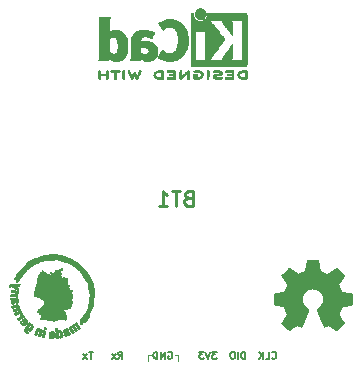
<source format=gbr>
G04 #@! TF.GenerationSoftware,KiCad,Pcbnew,(5.1.10)-1*
G04 #@! TF.CreationDate,2021-09-02T18:37:34+02:00*
G04 #@! TF.ProjectId,nrf52-sensor-tag,6e726635-322d-4736-956e-736f722d7461,rev?*
G04 #@! TF.SameCoordinates,Original*
G04 #@! TF.FileFunction,Legend,Bot*
G04 #@! TF.FilePolarity,Positive*
%FSLAX46Y46*%
G04 Gerber Fmt 4.6, Leading zero omitted, Abs format (unit mm)*
G04 Created by KiCad (PCBNEW (5.1.10)-1) date 2021-09-02 18:37:34*
%MOMM*%
%LPD*%
G01*
G04 APERTURE LIST*
%ADD10C,0.150000*%
%ADD11C,0.120000*%
%ADD12C,0.010000*%
%ADD13C,0.254000*%
G04 APERTURE END LIST*
D10*
X129871742Y-78065285D02*
X129900314Y-78093857D01*
X129986028Y-78122428D01*
X130043171Y-78122428D01*
X130128885Y-78093857D01*
X130186028Y-78036714D01*
X130214600Y-77979571D01*
X130243171Y-77865285D01*
X130243171Y-77779571D01*
X130214600Y-77665285D01*
X130186028Y-77608142D01*
X130128885Y-77551000D01*
X130043171Y-77522428D01*
X129986028Y-77522428D01*
X129900314Y-77551000D01*
X129871742Y-77579571D01*
X129328885Y-78122428D02*
X129614600Y-78122428D01*
X129614600Y-77522428D01*
X129128885Y-78122428D02*
X129128885Y-77522428D01*
X128786028Y-78122428D02*
X129043171Y-77779571D01*
X128786028Y-77522428D02*
X129128885Y-77865285D01*
X127588885Y-78122428D02*
X127588885Y-77522428D01*
X127446028Y-77522428D01*
X127360314Y-77551000D01*
X127303171Y-77608142D01*
X127274600Y-77665285D01*
X127246028Y-77779571D01*
X127246028Y-77865285D01*
X127274600Y-77979571D01*
X127303171Y-78036714D01*
X127360314Y-78093857D01*
X127446028Y-78122428D01*
X127588885Y-78122428D01*
X126988885Y-78122428D02*
X126988885Y-77522428D01*
X126588885Y-77522428D02*
X126474600Y-77522428D01*
X126417457Y-77551000D01*
X126360314Y-77608142D01*
X126331742Y-77722428D01*
X126331742Y-77922428D01*
X126360314Y-78036714D01*
X126417457Y-78093857D01*
X126474600Y-78122428D01*
X126588885Y-78122428D01*
X126646028Y-78093857D01*
X126703171Y-78036714D01*
X126731742Y-77922428D01*
X126731742Y-77722428D01*
X126703171Y-77608142D01*
X126646028Y-77551000D01*
X126588885Y-77522428D01*
X125177457Y-77522428D02*
X124806028Y-77522428D01*
X125006028Y-77751000D01*
X124920314Y-77751000D01*
X124863171Y-77779571D01*
X124834600Y-77808142D01*
X124806028Y-77865285D01*
X124806028Y-78008142D01*
X124834600Y-78065285D01*
X124863171Y-78093857D01*
X124920314Y-78122428D01*
X125091742Y-78122428D01*
X125148885Y-78093857D01*
X125177457Y-78065285D01*
X124634600Y-77522428D02*
X124434600Y-78122428D01*
X124234600Y-77522428D01*
X124091742Y-77522428D02*
X123720314Y-77522428D01*
X123920314Y-77751000D01*
X123834600Y-77751000D01*
X123777457Y-77779571D01*
X123748885Y-77808142D01*
X123720314Y-77865285D01*
X123720314Y-78008142D01*
X123748885Y-78065285D01*
X123777457Y-78093857D01*
X123834600Y-78122428D01*
X124006028Y-78122428D01*
X124063171Y-78093857D01*
X124091742Y-78065285D01*
X121081742Y-77551000D02*
X121138885Y-77522428D01*
X121224600Y-77522428D01*
X121310314Y-77551000D01*
X121367457Y-77608142D01*
X121396028Y-77665285D01*
X121424600Y-77779571D01*
X121424600Y-77865285D01*
X121396028Y-77979571D01*
X121367457Y-78036714D01*
X121310314Y-78093857D01*
X121224600Y-78122428D01*
X121167457Y-78122428D01*
X121081742Y-78093857D01*
X121053171Y-78065285D01*
X121053171Y-77865285D01*
X121167457Y-77865285D01*
X120796028Y-78122428D02*
X120796028Y-77522428D01*
X120453171Y-78122428D01*
X120453171Y-77522428D01*
X120167457Y-78122428D02*
X120167457Y-77522428D01*
X120024600Y-77522428D01*
X119938885Y-77551000D01*
X119881742Y-77608142D01*
X119853171Y-77665285D01*
X119824600Y-77779571D01*
X119824600Y-77865285D01*
X119853171Y-77979571D01*
X119881742Y-78036714D01*
X119938885Y-78093857D01*
X120024600Y-78122428D01*
X120167457Y-78122428D01*
X116871742Y-78122428D02*
X117071742Y-77836714D01*
X117214600Y-78122428D02*
X117214600Y-77522428D01*
X116986028Y-77522428D01*
X116928885Y-77551000D01*
X116900314Y-77579571D01*
X116871742Y-77636714D01*
X116871742Y-77722428D01*
X116900314Y-77779571D01*
X116928885Y-77808142D01*
X116986028Y-77836714D01*
X117214600Y-77836714D01*
X116671742Y-78122428D02*
X116357457Y-77722428D01*
X116671742Y-77722428D02*
X116357457Y-78122428D01*
X114688885Y-77522428D02*
X114346028Y-77522428D01*
X114517457Y-78122428D02*
X114517457Y-77522428D01*
X114203171Y-78122428D02*
X113888885Y-77722428D01*
X114203171Y-77722428D02*
X113888885Y-78122428D01*
D11*
X119354600Y-77851000D02*
X119608600Y-77851000D01*
X121894600Y-77851000D02*
X121640600Y-77851000D01*
X121894600Y-78359000D02*
X121894600Y-77851000D01*
X119354600Y-78359000D02*
X119354600Y-77851000D01*
D12*
G36*
X124396500Y-48924054D02*
G01*
X124385635Y-49037993D01*
X124354018Y-49145616D01*
X124303115Y-49244615D01*
X124234393Y-49332684D01*
X124149319Y-49407516D01*
X124052332Y-49465384D01*
X123946064Y-49505005D01*
X123839050Y-49523573D01*
X123733400Y-49522434D01*
X123631225Y-49502930D01*
X123534634Y-49466406D01*
X123445738Y-49414205D01*
X123366646Y-49347673D01*
X123299469Y-49268152D01*
X123246317Y-49176987D01*
X123209299Y-49075523D01*
X123190527Y-48965102D01*
X123188589Y-48915206D01*
X123188589Y-48827267D01*
X123136660Y-48827267D01*
X123100353Y-48830111D01*
X123073455Y-48841911D01*
X123046349Y-48865649D01*
X123007967Y-48904031D01*
X123007967Y-51095602D01*
X123007976Y-51357739D01*
X123008008Y-51598241D01*
X123008072Y-51818048D01*
X123008176Y-52018101D01*
X123008327Y-52199344D01*
X123008534Y-52362716D01*
X123008806Y-52509160D01*
X123009150Y-52639617D01*
X123009574Y-52755029D01*
X123010087Y-52856338D01*
X123010697Y-52944484D01*
X123011412Y-53020410D01*
X123012240Y-53085057D01*
X123013189Y-53139367D01*
X123014267Y-53184280D01*
X123015483Y-53220740D01*
X123016845Y-53249687D01*
X123018361Y-53272063D01*
X123020038Y-53288809D01*
X123021886Y-53300868D01*
X123023913Y-53309180D01*
X123026125Y-53314687D01*
X123027208Y-53316537D01*
X123031371Y-53323549D01*
X123034905Y-53329996D01*
X123038735Y-53335900D01*
X123043782Y-53341286D01*
X123050971Y-53346178D01*
X123061223Y-53350598D01*
X123075464Y-53354572D01*
X123094614Y-53358121D01*
X123119599Y-53361270D01*
X123151340Y-53364042D01*
X123190762Y-53366461D01*
X123238786Y-53368551D01*
X123296337Y-53370335D01*
X123364337Y-53371837D01*
X123443710Y-53373080D01*
X123535379Y-53374089D01*
X123640266Y-53374885D01*
X123759296Y-53375494D01*
X123893390Y-53375939D01*
X124043473Y-53376243D01*
X124210467Y-53376430D01*
X124395296Y-53376524D01*
X124598883Y-53376548D01*
X124822150Y-53376525D01*
X125066022Y-53376480D01*
X125331421Y-53376437D01*
X125369804Y-53376432D01*
X125636782Y-53376389D01*
X125882102Y-53376318D01*
X126106683Y-53376213D01*
X126311445Y-53376066D01*
X126497306Y-53375869D01*
X126665188Y-53375616D01*
X126816008Y-53375300D01*
X126950687Y-53374913D01*
X127070144Y-53374447D01*
X127175299Y-53373897D01*
X127267071Y-53373253D01*
X127346379Y-53372511D01*
X127414143Y-53371661D01*
X127471282Y-53370697D01*
X127518717Y-53369611D01*
X127557366Y-53368397D01*
X127588149Y-53367047D01*
X127611985Y-53365555D01*
X127629794Y-53363911D01*
X127642495Y-53362111D01*
X127651008Y-53360145D01*
X127655366Y-53358477D01*
X127663828Y-53354906D01*
X127671597Y-53352270D01*
X127678702Y-53349634D01*
X127685173Y-53346062D01*
X127691039Y-53340621D01*
X127696329Y-53332375D01*
X127701074Y-53320390D01*
X127705302Y-53303731D01*
X127709043Y-53281463D01*
X127712327Y-53252652D01*
X127715183Y-53216363D01*
X127717640Y-53171661D01*
X127719729Y-53117611D01*
X127721478Y-53053279D01*
X127722917Y-52977730D01*
X127724076Y-52890030D01*
X127724983Y-52789243D01*
X127725669Y-52674434D01*
X127726163Y-52544670D01*
X127726495Y-52399015D01*
X127726693Y-52236535D01*
X127726787Y-52056295D01*
X127726808Y-51857360D01*
X127726785Y-51638796D01*
X127726746Y-51399668D01*
X127726722Y-51139040D01*
X127726722Y-51096889D01*
X127726736Y-50833992D01*
X127726761Y-50592732D01*
X127726771Y-50372165D01*
X127726742Y-50171352D01*
X127726648Y-49989349D01*
X127726462Y-49825216D01*
X127726159Y-49678011D01*
X127725714Y-49546792D01*
X127725134Y-49436867D01*
X127422297Y-49436867D01*
X127382507Y-49494711D01*
X127371336Y-49510479D01*
X127361266Y-49524441D01*
X127352238Y-49537784D01*
X127344197Y-49551693D01*
X127337086Y-49567356D01*
X127330847Y-49585958D01*
X127325425Y-49608686D01*
X127320762Y-49636727D01*
X127316801Y-49671267D01*
X127313485Y-49713492D01*
X127310759Y-49764589D01*
X127308564Y-49825744D01*
X127306845Y-49898144D01*
X127305544Y-49982975D01*
X127304605Y-50081422D01*
X127303970Y-50194674D01*
X127303584Y-50323916D01*
X127303388Y-50470334D01*
X127303327Y-50635116D01*
X127303343Y-50819447D01*
X127303380Y-51024513D01*
X127303389Y-51147133D01*
X127303365Y-51364082D01*
X127303331Y-51559642D01*
X127303343Y-51734999D01*
X127303458Y-51891341D01*
X127303730Y-52029857D01*
X127304218Y-52151734D01*
X127304976Y-52258160D01*
X127306062Y-52350322D01*
X127307531Y-52429409D01*
X127309440Y-52496608D01*
X127311844Y-52553107D01*
X127314801Y-52600093D01*
X127318366Y-52638755D01*
X127322595Y-52670280D01*
X127327546Y-52695855D01*
X127333273Y-52716670D01*
X127339833Y-52733911D01*
X127347283Y-52748765D01*
X127355679Y-52762422D01*
X127365076Y-52776069D01*
X127375532Y-52790893D01*
X127381623Y-52799783D01*
X127420396Y-52857400D01*
X126888832Y-52857400D01*
X126765583Y-52857365D01*
X126663087Y-52857215D01*
X126579520Y-52856878D01*
X126513056Y-52856286D01*
X126461871Y-52855367D01*
X126424141Y-52854051D01*
X126398040Y-52852269D01*
X126381744Y-52849951D01*
X126373428Y-52847026D01*
X126371268Y-52843424D01*
X126373439Y-52839075D01*
X126374635Y-52837645D01*
X126399785Y-52800573D01*
X126425683Y-52747772D01*
X126449292Y-52685770D01*
X126457561Y-52659357D01*
X126462178Y-52641416D01*
X126466079Y-52620355D01*
X126469348Y-52594089D01*
X126472066Y-52560532D01*
X126474315Y-52517599D01*
X126476177Y-52463204D01*
X126477736Y-52395262D01*
X126479072Y-52311688D01*
X126480269Y-52210395D01*
X126481408Y-52089300D01*
X126481785Y-52044600D01*
X126482802Y-51919449D01*
X126483560Y-51815082D01*
X126484003Y-51729707D01*
X126484070Y-51661533D01*
X126483705Y-51608765D01*
X126482848Y-51569614D01*
X126481441Y-51542285D01*
X126479425Y-51524986D01*
X126476743Y-51515926D01*
X126473336Y-51513312D01*
X126469144Y-51515351D01*
X126464671Y-51519667D01*
X126454316Y-51532602D01*
X126432258Y-51561676D01*
X126400057Y-51604759D01*
X126359274Y-51659718D01*
X126311470Y-51724423D01*
X126258205Y-51796742D01*
X126201040Y-51874544D01*
X126141537Y-51955698D01*
X126081255Y-52038072D01*
X126021755Y-52119536D01*
X125964598Y-52197957D01*
X125911345Y-52271204D01*
X125863557Y-52337147D01*
X125822793Y-52393654D01*
X125790616Y-52438593D01*
X125768585Y-52469834D01*
X125764017Y-52476466D01*
X125741096Y-52513369D01*
X125714288Y-52561359D01*
X125688889Y-52610897D01*
X125685668Y-52617577D01*
X125663990Y-52665772D01*
X125651404Y-52703334D01*
X125645674Y-52739160D01*
X125644556Y-52781200D01*
X125645190Y-52857400D01*
X124490751Y-52857400D01*
X124581915Y-52763669D01*
X124628712Y-52713775D01*
X124678999Y-52657295D01*
X124725044Y-52603026D01*
X124745469Y-52577673D01*
X124775907Y-52538128D01*
X124815962Y-52484916D01*
X124864461Y-52419667D01*
X124920235Y-52344011D01*
X124982111Y-52259577D01*
X125048919Y-52167994D01*
X125119487Y-52070892D01*
X125192645Y-51969901D01*
X125267221Y-51866650D01*
X125342044Y-51762768D01*
X125415943Y-51659885D01*
X125487746Y-51559631D01*
X125556284Y-51463636D01*
X125620384Y-51373527D01*
X125678875Y-51290936D01*
X125730586Y-51217492D01*
X125774347Y-51154824D01*
X125808985Y-51104561D01*
X125833330Y-51068334D01*
X125846211Y-51047771D01*
X125847969Y-51043668D01*
X125840010Y-51032342D01*
X125819215Y-51005162D01*
X125786947Y-50963829D01*
X125744570Y-50910044D01*
X125693447Y-50845506D01*
X125634941Y-50771918D01*
X125570414Y-50690978D01*
X125501231Y-50604388D01*
X125428753Y-50513848D01*
X125354346Y-50421060D01*
X125294617Y-50346702D01*
X124283611Y-50346702D01*
X124277702Y-50359659D01*
X124263372Y-50381908D01*
X124262325Y-50383391D01*
X124243538Y-50413544D01*
X124223891Y-50450375D01*
X124219992Y-50458511D01*
X124216456Y-50466940D01*
X124213330Y-50477059D01*
X124210586Y-50490260D01*
X124208192Y-50507938D01*
X124206119Y-50531484D01*
X124204335Y-50562293D01*
X124202812Y-50601757D01*
X124201519Y-50651269D01*
X124200426Y-50712223D01*
X124199503Y-50786011D01*
X124198719Y-50874028D01*
X124198045Y-50977665D01*
X124197450Y-51098316D01*
X124196905Y-51237374D01*
X124196379Y-51396232D01*
X124195845Y-51575089D01*
X124195306Y-51760207D01*
X124194872Y-51924145D01*
X124194609Y-52068303D01*
X124194584Y-52194079D01*
X124194865Y-52302871D01*
X124195519Y-52396077D01*
X124196614Y-52475097D01*
X124198218Y-52541328D01*
X124200397Y-52596170D01*
X124203219Y-52641021D01*
X124206751Y-52677278D01*
X124211061Y-52706341D01*
X124216217Y-52729609D01*
X124222285Y-52748479D01*
X124229333Y-52764351D01*
X124237429Y-52778622D01*
X124246640Y-52792691D01*
X124255140Y-52805158D01*
X124272276Y-52831452D01*
X124282422Y-52849037D01*
X124283611Y-52852257D01*
X124272704Y-52853334D01*
X124241511Y-52854335D01*
X124192323Y-52855235D01*
X124127433Y-52856010D01*
X124049130Y-52856637D01*
X123959707Y-52857091D01*
X123861456Y-52857349D01*
X123792545Y-52857400D01*
X123687552Y-52857180D01*
X123590710Y-52856548D01*
X123504207Y-52855549D01*
X123430232Y-52854227D01*
X123370974Y-52852626D01*
X123328620Y-52850791D01*
X123305360Y-52848765D01*
X123301478Y-52847493D01*
X123309176Y-52832591D01*
X123317174Y-52824560D01*
X123330346Y-52807434D01*
X123347585Y-52777183D01*
X123359507Y-52752622D01*
X123386145Y-52693711D01*
X123389220Y-51516845D01*
X123392295Y-50339978D01*
X123837953Y-50339978D01*
X123935770Y-50340142D01*
X124026164Y-50340611D01*
X124106730Y-50341347D01*
X124175062Y-50342316D01*
X124228756Y-50343480D01*
X124265405Y-50344803D01*
X124282604Y-50346249D01*
X124283611Y-50346702D01*
X125294617Y-50346702D01*
X125279370Y-50327722D01*
X125205190Y-50235537D01*
X125133169Y-50146204D01*
X125064669Y-50061424D01*
X125001055Y-49982898D01*
X124943688Y-49912326D01*
X124893933Y-49851409D01*
X124853152Y-49801847D01*
X124835988Y-49781178D01*
X124749696Y-49680516D01*
X124673097Y-49597259D01*
X124604283Y-49529438D01*
X124541348Y-49475089D01*
X124531967Y-49467722D01*
X124492456Y-49437117D01*
X125624216Y-49436867D01*
X125618927Y-49484844D01*
X125622230Y-49542188D01*
X125643761Y-49610463D01*
X125683735Y-49690212D01*
X125729043Y-49762495D01*
X125745261Y-49785140D01*
X125773314Y-49822696D01*
X125811530Y-49873021D01*
X125858237Y-49933973D01*
X125911761Y-50003411D01*
X125970431Y-50079194D01*
X126032575Y-50159180D01*
X126096521Y-50241228D01*
X126160595Y-50323196D01*
X126223127Y-50402943D01*
X126282443Y-50478327D01*
X126336871Y-50547207D01*
X126384739Y-50607442D01*
X126424375Y-50656889D01*
X126454106Y-50693408D01*
X126472261Y-50714858D01*
X126475320Y-50718156D01*
X126478179Y-50710149D01*
X126480393Y-50679855D01*
X126481957Y-50627556D01*
X126482867Y-50553531D01*
X126483120Y-50458063D01*
X126482713Y-50341434D01*
X126481804Y-50221445D01*
X126480482Y-50089333D01*
X126478957Y-49977594D01*
X126476981Y-49884025D01*
X126474306Y-49806419D01*
X126470682Y-49742574D01*
X126465861Y-49690283D01*
X126459594Y-49647344D01*
X126451632Y-49611551D01*
X126441727Y-49580700D01*
X126429631Y-49552586D01*
X126415093Y-49525005D01*
X126400411Y-49499966D01*
X126362414Y-49436867D01*
X127422297Y-49436867D01*
X127725134Y-49436867D01*
X127725101Y-49430617D01*
X127724295Y-49328544D01*
X127723270Y-49239633D01*
X127722000Y-49162941D01*
X127720460Y-49097527D01*
X127718624Y-49042449D01*
X127716467Y-48996765D01*
X127713963Y-48959534D01*
X127711087Y-48929813D01*
X127707813Y-48906662D01*
X127704115Y-48889139D01*
X127699969Y-48876301D01*
X127695347Y-48867208D01*
X127690226Y-48860918D01*
X127684578Y-48856488D01*
X127678379Y-48852978D01*
X127671604Y-48849445D01*
X127665608Y-48845876D01*
X127660375Y-48843300D01*
X127652199Y-48840972D01*
X127639986Y-48838878D01*
X127622641Y-48837007D01*
X127599069Y-48835347D01*
X127568177Y-48833884D01*
X127528868Y-48832608D01*
X127480050Y-48831504D01*
X127420627Y-48830561D01*
X127349504Y-48829767D01*
X127265588Y-48829109D01*
X127167783Y-48828575D01*
X127054994Y-48828153D01*
X126926129Y-48827829D01*
X126780091Y-48827592D01*
X126615786Y-48827430D01*
X126432120Y-48827330D01*
X126227997Y-48827280D01*
X126016853Y-48827267D01*
X124396500Y-48827267D01*
X124396500Y-48924054D01*
G37*
X124396500Y-48924054D02*
X124385635Y-49037993D01*
X124354018Y-49145616D01*
X124303115Y-49244615D01*
X124234393Y-49332684D01*
X124149319Y-49407516D01*
X124052332Y-49465384D01*
X123946064Y-49505005D01*
X123839050Y-49523573D01*
X123733400Y-49522434D01*
X123631225Y-49502930D01*
X123534634Y-49466406D01*
X123445738Y-49414205D01*
X123366646Y-49347673D01*
X123299469Y-49268152D01*
X123246317Y-49176987D01*
X123209299Y-49075523D01*
X123190527Y-48965102D01*
X123188589Y-48915206D01*
X123188589Y-48827267D01*
X123136660Y-48827267D01*
X123100353Y-48830111D01*
X123073455Y-48841911D01*
X123046349Y-48865649D01*
X123007967Y-48904031D01*
X123007967Y-51095602D01*
X123007976Y-51357739D01*
X123008008Y-51598241D01*
X123008072Y-51818048D01*
X123008176Y-52018101D01*
X123008327Y-52199344D01*
X123008534Y-52362716D01*
X123008806Y-52509160D01*
X123009150Y-52639617D01*
X123009574Y-52755029D01*
X123010087Y-52856338D01*
X123010697Y-52944484D01*
X123011412Y-53020410D01*
X123012240Y-53085057D01*
X123013189Y-53139367D01*
X123014267Y-53184280D01*
X123015483Y-53220740D01*
X123016845Y-53249687D01*
X123018361Y-53272063D01*
X123020038Y-53288809D01*
X123021886Y-53300868D01*
X123023913Y-53309180D01*
X123026125Y-53314687D01*
X123027208Y-53316537D01*
X123031371Y-53323549D01*
X123034905Y-53329996D01*
X123038735Y-53335900D01*
X123043782Y-53341286D01*
X123050971Y-53346178D01*
X123061223Y-53350598D01*
X123075464Y-53354572D01*
X123094614Y-53358121D01*
X123119599Y-53361270D01*
X123151340Y-53364042D01*
X123190762Y-53366461D01*
X123238786Y-53368551D01*
X123296337Y-53370335D01*
X123364337Y-53371837D01*
X123443710Y-53373080D01*
X123535379Y-53374089D01*
X123640266Y-53374885D01*
X123759296Y-53375494D01*
X123893390Y-53375939D01*
X124043473Y-53376243D01*
X124210467Y-53376430D01*
X124395296Y-53376524D01*
X124598883Y-53376548D01*
X124822150Y-53376525D01*
X125066022Y-53376480D01*
X125331421Y-53376437D01*
X125369804Y-53376432D01*
X125636782Y-53376389D01*
X125882102Y-53376318D01*
X126106683Y-53376213D01*
X126311445Y-53376066D01*
X126497306Y-53375869D01*
X126665188Y-53375616D01*
X126816008Y-53375300D01*
X126950687Y-53374913D01*
X127070144Y-53374447D01*
X127175299Y-53373897D01*
X127267071Y-53373253D01*
X127346379Y-53372511D01*
X127414143Y-53371661D01*
X127471282Y-53370697D01*
X127518717Y-53369611D01*
X127557366Y-53368397D01*
X127588149Y-53367047D01*
X127611985Y-53365555D01*
X127629794Y-53363911D01*
X127642495Y-53362111D01*
X127651008Y-53360145D01*
X127655366Y-53358477D01*
X127663828Y-53354906D01*
X127671597Y-53352270D01*
X127678702Y-53349634D01*
X127685173Y-53346062D01*
X127691039Y-53340621D01*
X127696329Y-53332375D01*
X127701074Y-53320390D01*
X127705302Y-53303731D01*
X127709043Y-53281463D01*
X127712327Y-53252652D01*
X127715183Y-53216363D01*
X127717640Y-53171661D01*
X127719729Y-53117611D01*
X127721478Y-53053279D01*
X127722917Y-52977730D01*
X127724076Y-52890030D01*
X127724983Y-52789243D01*
X127725669Y-52674434D01*
X127726163Y-52544670D01*
X127726495Y-52399015D01*
X127726693Y-52236535D01*
X127726787Y-52056295D01*
X127726808Y-51857360D01*
X127726785Y-51638796D01*
X127726746Y-51399668D01*
X127726722Y-51139040D01*
X127726722Y-51096889D01*
X127726736Y-50833992D01*
X127726761Y-50592732D01*
X127726771Y-50372165D01*
X127726742Y-50171352D01*
X127726648Y-49989349D01*
X127726462Y-49825216D01*
X127726159Y-49678011D01*
X127725714Y-49546792D01*
X127725134Y-49436867D01*
X127422297Y-49436867D01*
X127382507Y-49494711D01*
X127371336Y-49510479D01*
X127361266Y-49524441D01*
X127352238Y-49537784D01*
X127344197Y-49551693D01*
X127337086Y-49567356D01*
X127330847Y-49585958D01*
X127325425Y-49608686D01*
X127320762Y-49636727D01*
X127316801Y-49671267D01*
X127313485Y-49713492D01*
X127310759Y-49764589D01*
X127308564Y-49825744D01*
X127306845Y-49898144D01*
X127305544Y-49982975D01*
X127304605Y-50081422D01*
X127303970Y-50194674D01*
X127303584Y-50323916D01*
X127303388Y-50470334D01*
X127303327Y-50635116D01*
X127303343Y-50819447D01*
X127303380Y-51024513D01*
X127303389Y-51147133D01*
X127303365Y-51364082D01*
X127303331Y-51559642D01*
X127303343Y-51734999D01*
X127303458Y-51891341D01*
X127303730Y-52029857D01*
X127304218Y-52151734D01*
X127304976Y-52258160D01*
X127306062Y-52350322D01*
X127307531Y-52429409D01*
X127309440Y-52496608D01*
X127311844Y-52553107D01*
X127314801Y-52600093D01*
X127318366Y-52638755D01*
X127322595Y-52670280D01*
X127327546Y-52695855D01*
X127333273Y-52716670D01*
X127339833Y-52733911D01*
X127347283Y-52748765D01*
X127355679Y-52762422D01*
X127365076Y-52776069D01*
X127375532Y-52790893D01*
X127381623Y-52799783D01*
X127420396Y-52857400D01*
X126888832Y-52857400D01*
X126765583Y-52857365D01*
X126663087Y-52857215D01*
X126579520Y-52856878D01*
X126513056Y-52856286D01*
X126461871Y-52855367D01*
X126424141Y-52854051D01*
X126398040Y-52852269D01*
X126381744Y-52849951D01*
X126373428Y-52847026D01*
X126371268Y-52843424D01*
X126373439Y-52839075D01*
X126374635Y-52837645D01*
X126399785Y-52800573D01*
X126425683Y-52747772D01*
X126449292Y-52685770D01*
X126457561Y-52659357D01*
X126462178Y-52641416D01*
X126466079Y-52620355D01*
X126469348Y-52594089D01*
X126472066Y-52560532D01*
X126474315Y-52517599D01*
X126476177Y-52463204D01*
X126477736Y-52395262D01*
X126479072Y-52311688D01*
X126480269Y-52210395D01*
X126481408Y-52089300D01*
X126481785Y-52044600D01*
X126482802Y-51919449D01*
X126483560Y-51815082D01*
X126484003Y-51729707D01*
X126484070Y-51661533D01*
X126483705Y-51608765D01*
X126482848Y-51569614D01*
X126481441Y-51542285D01*
X126479425Y-51524986D01*
X126476743Y-51515926D01*
X126473336Y-51513312D01*
X126469144Y-51515351D01*
X126464671Y-51519667D01*
X126454316Y-51532602D01*
X126432258Y-51561676D01*
X126400057Y-51604759D01*
X126359274Y-51659718D01*
X126311470Y-51724423D01*
X126258205Y-51796742D01*
X126201040Y-51874544D01*
X126141537Y-51955698D01*
X126081255Y-52038072D01*
X126021755Y-52119536D01*
X125964598Y-52197957D01*
X125911345Y-52271204D01*
X125863557Y-52337147D01*
X125822793Y-52393654D01*
X125790616Y-52438593D01*
X125768585Y-52469834D01*
X125764017Y-52476466D01*
X125741096Y-52513369D01*
X125714288Y-52561359D01*
X125688889Y-52610897D01*
X125685668Y-52617577D01*
X125663990Y-52665772D01*
X125651404Y-52703334D01*
X125645674Y-52739160D01*
X125644556Y-52781200D01*
X125645190Y-52857400D01*
X124490751Y-52857400D01*
X124581915Y-52763669D01*
X124628712Y-52713775D01*
X124678999Y-52657295D01*
X124725044Y-52603026D01*
X124745469Y-52577673D01*
X124775907Y-52538128D01*
X124815962Y-52484916D01*
X124864461Y-52419667D01*
X124920235Y-52344011D01*
X124982111Y-52259577D01*
X125048919Y-52167994D01*
X125119487Y-52070892D01*
X125192645Y-51969901D01*
X125267221Y-51866650D01*
X125342044Y-51762768D01*
X125415943Y-51659885D01*
X125487746Y-51559631D01*
X125556284Y-51463636D01*
X125620384Y-51373527D01*
X125678875Y-51290936D01*
X125730586Y-51217492D01*
X125774347Y-51154824D01*
X125808985Y-51104561D01*
X125833330Y-51068334D01*
X125846211Y-51047771D01*
X125847969Y-51043668D01*
X125840010Y-51032342D01*
X125819215Y-51005162D01*
X125786947Y-50963829D01*
X125744570Y-50910044D01*
X125693447Y-50845506D01*
X125634941Y-50771918D01*
X125570414Y-50690978D01*
X125501231Y-50604388D01*
X125428753Y-50513848D01*
X125354346Y-50421060D01*
X125294617Y-50346702D01*
X124283611Y-50346702D01*
X124277702Y-50359659D01*
X124263372Y-50381908D01*
X124262325Y-50383391D01*
X124243538Y-50413544D01*
X124223891Y-50450375D01*
X124219992Y-50458511D01*
X124216456Y-50466940D01*
X124213330Y-50477059D01*
X124210586Y-50490260D01*
X124208192Y-50507938D01*
X124206119Y-50531484D01*
X124204335Y-50562293D01*
X124202812Y-50601757D01*
X124201519Y-50651269D01*
X124200426Y-50712223D01*
X124199503Y-50786011D01*
X124198719Y-50874028D01*
X124198045Y-50977665D01*
X124197450Y-51098316D01*
X124196905Y-51237374D01*
X124196379Y-51396232D01*
X124195845Y-51575089D01*
X124195306Y-51760207D01*
X124194872Y-51924145D01*
X124194609Y-52068303D01*
X124194584Y-52194079D01*
X124194865Y-52302871D01*
X124195519Y-52396077D01*
X124196614Y-52475097D01*
X124198218Y-52541328D01*
X124200397Y-52596170D01*
X124203219Y-52641021D01*
X124206751Y-52677278D01*
X124211061Y-52706341D01*
X124216217Y-52729609D01*
X124222285Y-52748479D01*
X124229333Y-52764351D01*
X124237429Y-52778622D01*
X124246640Y-52792691D01*
X124255140Y-52805158D01*
X124272276Y-52831452D01*
X124282422Y-52849037D01*
X124283611Y-52852257D01*
X124272704Y-52853334D01*
X124241511Y-52854335D01*
X124192323Y-52855235D01*
X124127433Y-52856010D01*
X124049130Y-52856637D01*
X123959707Y-52857091D01*
X123861456Y-52857349D01*
X123792545Y-52857400D01*
X123687552Y-52857180D01*
X123590710Y-52856548D01*
X123504207Y-52855549D01*
X123430232Y-52854227D01*
X123370974Y-52852626D01*
X123328620Y-52850791D01*
X123305360Y-52848765D01*
X123301478Y-52847493D01*
X123309176Y-52832591D01*
X123317174Y-52824560D01*
X123330346Y-52807434D01*
X123347585Y-52777183D01*
X123359507Y-52752622D01*
X123386145Y-52693711D01*
X123389220Y-51516845D01*
X123392295Y-50339978D01*
X123837953Y-50339978D01*
X123935770Y-50340142D01*
X124026164Y-50340611D01*
X124106730Y-50341347D01*
X124175062Y-50342316D01*
X124228756Y-50343480D01*
X124265405Y-50344803D01*
X124282604Y-50346249D01*
X124283611Y-50346702D01*
X125294617Y-50346702D01*
X125279370Y-50327722D01*
X125205190Y-50235537D01*
X125133169Y-50146204D01*
X125064669Y-50061424D01*
X125001055Y-49982898D01*
X124943688Y-49912326D01*
X124893933Y-49851409D01*
X124853152Y-49801847D01*
X124835988Y-49781178D01*
X124749696Y-49680516D01*
X124673097Y-49597259D01*
X124604283Y-49529438D01*
X124541348Y-49475089D01*
X124531967Y-49467722D01*
X124492456Y-49437117D01*
X125624216Y-49436867D01*
X125618927Y-49484844D01*
X125622230Y-49542188D01*
X125643761Y-49610463D01*
X125683735Y-49690212D01*
X125729043Y-49762495D01*
X125745261Y-49785140D01*
X125773314Y-49822696D01*
X125811530Y-49873021D01*
X125858237Y-49933973D01*
X125911761Y-50003411D01*
X125970431Y-50079194D01*
X126032575Y-50159180D01*
X126096521Y-50241228D01*
X126160595Y-50323196D01*
X126223127Y-50402943D01*
X126282443Y-50478327D01*
X126336871Y-50547207D01*
X126384739Y-50607442D01*
X126424375Y-50656889D01*
X126454106Y-50693408D01*
X126472261Y-50714858D01*
X126475320Y-50718156D01*
X126478179Y-50710149D01*
X126480393Y-50679855D01*
X126481957Y-50627556D01*
X126482867Y-50553531D01*
X126483120Y-50458063D01*
X126482713Y-50341434D01*
X126481804Y-50221445D01*
X126480482Y-50089333D01*
X126478957Y-49977594D01*
X126476981Y-49884025D01*
X126474306Y-49806419D01*
X126470682Y-49742574D01*
X126465861Y-49690283D01*
X126459594Y-49647344D01*
X126451632Y-49611551D01*
X126441727Y-49580700D01*
X126429631Y-49552586D01*
X126415093Y-49525005D01*
X126400411Y-49499966D01*
X126362414Y-49436867D01*
X127422297Y-49436867D01*
X127725134Y-49436867D01*
X127725101Y-49430617D01*
X127724295Y-49328544D01*
X127723270Y-49239633D01*
X127722000Y-49162941D01*
X127720460Y-49097527D01*
X127718624Y-49042449D01*
X127716467Y-48996765D01*
X127713963Y-48959534D01*
X127711087Y-48929813D01*
X127707813Y-48906662D01*
X127704115Y-48889139D01*
X127699969Y-48876301D01*
X127695347Y-48867208D01*
X127690226Y-48860918D01*
X127684578Y-48856488D01*
X127678379Y-48852978D01*
X127671604Y-48849445D01*
X127665608Y-48845876D01*
X127660375Y-48843300D01*
X127652199Y-48840972D01*
X127639986Y-48838878D01*
X127622641Y-48837007D01*
X127599069Y-48835347D01*
X127568177Y-48833884D01*
X127528868Y-48832608D01*
X127480050Y-48831504D01*
X127420627Y-48830561D01*
X127349504Y-48829767D01*
X127265588Y-48829109D01*
X127167783Y-48828575D01*
X127054994Y-48828153D01*
X126926129Y-48827829D01*
X126780091Y-48827592D01*
X126615786Y-48827430D01*
X126432120Y-48827330D01*
X126227997Y-48827280D01*
X126016853Y-48827267D01*
X124396500Y-48827267D01*
X124396500Y-48924054D01*
G36*
X121121671Y-49384071D02*
G01*
X120961530Y-49405245D01*
X120797590Y-49445385D01*
X120627787Y-49504889D01*
X120450057Y-49584154D01*
X120438790Y-49589699D01*
X120381095Y-49617725D01*
X120329548Y-49641802D01*
X120287909Y-49660249D01*
X120259938Y-49671386D01*
X120250367Y-49673933D01*
X120231150Y-49678941D01*
X120226539Y-49683147D01*
X120231642Y-49693580D01*
X120247682Y-49719868D01*
X120272812Y-49759257D01*
X120305186Y-49808991D01*
X120342957Y-49866315D01*
X120384278Y-49928476D01*
X120427302Y-49992718D01*
X120470183Y-50056285D01*
X120511074Y-50116425D01*
X120548129Y-50170380D01*
X120579500Y-50215397D01*
X120603341Y-50248721D01*
X120617806Y-50267597D01*
X120619791Y-50269787D01*
X120629909Y-50265138D01*
X120652250Y-50247962D01*
X120682820Y-50221440D01*
X120698564Y-50206964D01*
X120795053Y-50131682D01*
X120901764Y-50076241D01*
X121017268Y-50041141D01*
X121140138Y-50026880D01*
X121209539Y-50028051D01*
X121330677Y-50045212D01*
X121439895Y-50081094D01*
X121537518Y-50135959D01*
X121623872Y-50210070D01*
X121699285Y-50303688D01*
X121764082Y-50417076D01*
X121801499Y-50503667D01*
X121845352Y-50639366D01*
X121877672Y-50786850D01*
X121898543Y-50942314D01*
X121908049Y-51101956D01*
X121906273Y-51261973D01*
X121893297Y-51418561D01*
X121869206Y-51567918D01*
X121834082Y-51706240D01*
X121788008Y-51829724D01*
X121771727Y-51863978D01*
X121703480Y-51978064D01*
X121623021Y-52074557D01*
X121531530Y-52152670D01*
X121430189Y-52211617D01*
X121320180Y-52250612D01*
X121202685Y-52268868D01*
X121161217Y-52270211D01*
X121039659Y-52259290D01*
X120919222Y-52226474D01*
X120801434Y-52172439D01*
X120687823Y-52097865D01*
X120596415Y-52019539D01*
X120549885Y-51975008D01*
X120368617Y-52272271D01*
X120323520Y-52346433D01*
X120282281Y-52414646D01*
X120246365Y-52474459D01*
X120217234Y-52523420D01*
X120196350Y-52559079D01*
X120185176Y-52578984D01*
X120183725Y-52582079D01*
X120191954Y-52591718D01*
X120217533Y-52608999D01*
X120257227Y-52632283D01*
X120307803Y-52659934D01*
X120366026Y-52690315D01*
X120428663Y-52721790D01*
X120492479Y-52752722D01*
X120554240Y-52781473D01*
X120610712Y-52806408D01*
X120658662Y-52825889D01*
X120682114Y-52834318D01*
X120815879Y-52872133D01*
X120953773Y-52897136D01*
X121101478Y-52910140D01*
X121228267Y-52912468D01*
X121296222Y-52911373D01*
X121361823Y-52909275D01*
X121419253Y-52906434D01*
X121462697Y-52903106D01*
X121476802Y-52901422D01*
X121615816Y-52872587D01*
X121757343Y-52827468D01*
X121894825Y-52768750D01*
X122021706Y-52699120D01*
X122099211Y-52646441D01*
X122226619Y-52538239D01*
X122344922Y-52411671D01*
X122451928Y-52269866D01*
X122545448Y-52115951D01*
X122623290Y-51953053D01*
X122667144Y-51835756D01*
X122717392Y-51652128D01*
X122750891Y-51457581D01*
X122767651Y-51256325D01*
X122767684Y-51052568D01*
X122750999Y-50850521D01*
X122717607Y-50654392D01*
X122667520Y-50468391D01*
X122663703Y-50456803D01*
X122600819Y-50294750D01*
X122524072Y-50146832D01*
X122430858Y-50008865D01*
X122318573Y-49876661D01*
X122274708Y-49831399D01*
X122138566Y-49707457D01*
X121998609Y-49604915D01*
X121852689Y-49522656D01*
X121698658Y-49459564D01*
X121534368Y-49414523D01*
X121438811Y-49397033D01*
X121280077Y-49381466D01*
X121121671Y-49384071D01*
G37*
X121121671Y-49384071D02*
X120961530Y-49405245D01*
X120797590Y-49445385D01*
X120627787Y-49504889D01*
X120450057Y-49584154D01*
X120438790Y-49589699D01*
X120381095Y-49617725D01*
X120329548Y-49641802D01*
X120287909Y-49660249D01*
X120259938Y-49671386D01*
X120250367Y-49673933D01*
X120231150Y-49678941D01*
X120226539Y-49683147D01*
X120231642Y-49693580D01*
X120247682Y-49719868D01*
X120272812Y-49759257D01*
X120305186Y-49808991D01*
X120342957Y-49866315D01*
X120384278Y-49928476D01*
X120427302Y-49992718D01*
X120470183Y-50056285D01*
X120511074Y-50116425D01*
X120548129Y-50170380D01*
X120579500Y-50215397D01*
X120603341Y-50248721D01*
X120617806Y-50267597D01*
X120619791Y-50269787D01*
X120629909Y-50265138D01*
X120652250Y-50247962D01*
X120682820Y-50221440D01*
X120698564Y-50206964D01*
X120795053Y-50131682D01*
X120901764Y-50076241D01*
X121017268Y-50041141D01*
X121140138Y-50026880D01*
X121209539Y-50028051D01*
X121330677Y-50045212D01*
X121439895Y-50081094D01*
X121537518Y-50135959D01*
X121623872Y-50210070D01*
X121699285Y-50303688D01*
X121764082Y-50417076D01*
X121801499Y-50503667D01*
X121845352Y-50639366D01*
X121877672Y-50786850D01*
X121898543Y-50942314D01*
X121908049Y-51101956D01*
X121906273Y-51261973D01*
X121893297Y-51418561D01*
X121869206Y-51567918D01*
X121834082Y-51706240D01*
X121788008Y-51829724D01*
X121771727Y-51863978D01*
X121703480Y-51978064D01*
X121623021Y-52074557D01*
X121531530Y-52152670D01*
X121430189Y-52211617D01*
X121320180Y-52250612D01*
X121202685Y-52268868D01*
X121161217Y-52270211D01*
X121039659Y-52259290D01*
X120919222Y-52226474D01*
X120801434Y-52172439D01*
X120687823Y-52097865D01*
X120596415Y-52019539D01*
X120549885Y-51975008D01*
X120368617Y-52272271D01*
X120323520Y-52346433D01*
X120282281Y-52414646D01*
X120246365Y-52474459D01*
X120217234Y-52523420D01*
X120196350Y-52559079D01*
X120185176Y-52578984D01*
X120183725Y-52582079D01*
X120191954Y-52591718D01*
X120217533Y-52608999D01*
X120257227Y-52632283D01*
X120307803Y-52659934D01*
X120366026Y-52690315D01*
X120428663Y-52721790D01*
X120492479Y-52752722D01*
X120554240Y-52781473D01*
X120610712Y-52806408D01*
X120658662Y-52825889D01*
X120682114Y-52834318D01*
X120815879Y-52872133D01*
X120953773Y-52897136D01*
X121101478Y-52910140D01*
X121228267Y-52912468D01*
X121296222Y-52911373D01*
X121361823Y-52909275D01*
X121419253Y-52906434D01*
X121462697Y-52903106D01*
X121476802Y-52901422D01*
X121615816Y-52872587D01*
X121757343Y-52827468D01*
X121894825Y-52768750D01*
X122021706Y-52699120D01*
X122099211Y-52646441D01*
X122226619Y-52538239D01*
X122344922Y-52411671D01*
X122451928Y-52269866D01*
X122545448Y-52115951D01*
X122623290Y-51953053D01*
X122667144Y-51835756D01*
X122717392Y-51652128D01*
X122750891Y-51457581D01*
X122767651Y-51256325D01*
X122767684Y-51052568D01*
X122750999Y-50850521D01*
X122717607Y-50654392D01*
X122667520Y-50468391D01*
X122663703Y-50456803D01*
X122600819Y-50294750D01*
X122524072Y-50146832D01*
X122430858Y-50008865D01*
X122318573Y-49876661D01*
X122274708Y-49831399D01*
X122138566Y-49707457D01*
X121998609Y-49604915D01*
X121852689Y-49522656D01*
X121698658Y-49459564D01*
X121534368Y-49414523D01*
X121438811Y-49397033D01*
X121280077Y-49381466D01*
X121121671Y-49384071D01*
G36*
X118776526Y-50301552D02*
G01*
X118624608Y-50321567D01*
X118489344Y-50355202D01*
X118369861Y-50402725D01*
X118265285Y-50464405D01*
X118187676Y-50527965D01*
X118118835Y-50602099D01*
X118065094Y-50681871D01*
X118022190Y-50774091D01*
X118006716Y-50817161D01*
X117993856Y-50856142D01*
X117982654Y-50892289D01*
X117972980Y-50927434D01*
X117964704Y-50963410D01*
X117957697Y-51002050D01*
X117951828Y-51045185D01*
X117946969Y-51094649D01*
X117942990Y-51152273D01*
X117939760Y-51219891D01*
X117937151Y-51299334D01*
X117935033Y-51392436D01*
X117933276Y-51501027D01*
X117931751Y-51626942D01*
X117930328Y-51772012D01*
X117929075Y-51914778D01*
X117927749Y-52070968D01*
X117926544Y-52206239D01*
X117925334Y-52322246D01*
X117923994Y-52420645D01*
X117922400Y-52503093D01*
X117920425Y-52571246D01*
X117917944Y-52626760D01*
X117914831Y-52671292D01*
X117910962Y-52706498D01*
X117906211Y-52734034D01*
X117900452Y-52755556D01*
X117893561Y-52772722D01*
X117885411Y-52787186D01*
X117875877Y-52800606D01*
X117864834Y-52814638D01*
X117860534Y-52820071D01*
X117844714Y-52842910D01*
X117837678Y-52858463D01*
X117837656Y-52858922D01*
X117848533Y-52861121D01*
X117879518Y-52863147D01*
X117928143Y-52864942D01*
X117991937Y-52866451D01*
X118068431Y-52867616D01*
X118155156Y-52868380D01*
X118249643Y-52868686D01*
X118260550Y-52868689D01*
X118683443Y-52868689D01*
X118686705Y-52772622D01*
X118689967Y-52676556D01*
X118752056Y-52727543D01*
X118849386Y-52795057D01*
X118959287Y-52849749D01*
X119045751Y-52879978D01*
X119114822Y-52894666D01*
X119198175Y-52904659D01*
X119287941Y-52909646D01*
X119376255Y-52909313D01*
X119455249Y-52903351D01*
X119491478Y-52897638D01*
X119631497Y-52859776D01*
X119757922Y-52804932D01*
X119869840Y-52733924D01*
X119966338Y-52647568D01*
X120046500Y-52546679D01*
X120109413Y-52432076D01*
X120153788Y-52305984D01*
X120166122Y-52249401D01*
X120173732Y-52187202D01*
X120177361Y-52112363D01*
X120177855Y-52078467D01*
X120177790Y-52075282D01*
X119417852Y-52075282D01*
X119408559Y-52150333D01*
X119380372Y-52214160D01*
X119331903Y-52269798D01*
X119326846Y-52274211D01*
X119278552Y-52309037D01*
X119226843Y-52331620D01*
X119166111Y-52343540D01*
X119090748Y-52346383D01*
X119072641Y-52345978D01*
X119018822Y-52343325D01*
X118978792Y-52337909D01*
X118943776Y-52327745D01*
X118904997Y-52310850D01*
X118894355Y-52305672D01*
X118833704Y-52269844D01*
X118786885Y-52227212D01*
X118774148Y-52211973D01*
X118729478Y-52155462D01*
X118729478Y-51959586D01*
X118730014Y-51880939D01*
X118731704Y-51822988D01*
X118734672Y-51783875D01*
X118739043Y-51761741D01*
X118743128Y-51755274D01*
X118759053Y-51752111D01*
X118792836Y-51749488D01*
X118839760Y-51747655D01*
X118895107Y-51746857D01*
X118903994Y-51746842D01*
X119024770Y-51752096D01*
X119127440Y-51768263D01*
X119213994Y-51795961D01*
X119286419Y-51835808D01*
X119341349Y-51882758D01*
X119385896Y-51940645D01*
X119410620Y-52003693D01*
X119417852Y-52075282D01*
X120177790Y-52075282D01*
X120175922Y-51984712D01*
X120167578Y-51905812D01*
X120151332Y-51834590D01*
X120125695Y-51763864D01*
X120101699Y-51711493D01*
X120043080Y-51616196D01*
X119964983Y-51528170D01*
X119869785Y-51449017D01*
X119759862Y-51380340D01*
X119637590Y-51323741D01*
X119505345Y-51280821D01*
X119440678Y-51265882D01*
X119304496Y-51243777D01*
X119156051Y-51229194D01*
X119004595Y-51222813D01*
X118878036Y-51224445D01*
X118716150Y-51231224D01*
X118723570Y-51172245D01*
X118742862Y-51073092D01*
X118773996Y-50992372D01*
X118817831Y-50929466D01*
X118875229Y-50883756D01*
X118947052Y-50854622D01*
X119034159Y-50841447D01*
X119137414Y-50843611D01*
X119175389Y-50847612D01*
X119316580Y-50872780D01*
X119453393Y-50913814D01*
X119547922Y-50951815D01*
X119593082Y-50971190D01*
X119631515Y-50986760D01*
X119657866Y-50996405D01*
X119665554Y-50998452D01*
X119675298Y-50989374D01*
X119692017Y-50960405D01*
X119715868Y-50911217D01*
X119747007Y-50841484D01*
X119785593Y-50750879D01*
X119792190Y-50735089D01*
X119822247Y-50662772D01*
X119849226Y-50597425D01*
X119871964Y-50541906D01*
X119889294Y-50499072D01*
X119900052Y-50471781D01*
X119903159Y-50462942D01*
X119893160Y-50458187D01*
X119866883Y-50452910D01*
X119838611Y-50449231D01*
X119808454Y-50444474D01*
X119760667Y-50435028D01*
X119699488Y-50421820D01*
X119629154Y-50405776D01*
X119553906Y-50387820D01*
X119525345Y-50380797D01*
X119420284Y-50355209D01*
X119332620Y-50335147D01*
X119258032Y-50319969D01*
X119192197Y-50309035D01*
X119130793Y-50301704D01*
X119069498Y-50297335D01*
X119003990Y-50295287D01*
X118945972Y-50294889D01*
X118776526Y-50301552D01*
G37*
X118776526Y-50301552D02*
X118624608Y-50321567D01*
X118489344Y-50355202D01*
X118369861Y-50402725D01*
X118265285Y-50464405D01*
X118187676Y-50527965D01*
X118118835Y-50602099D01*
X118065094Y-50681871D01*
X118022190Y-50774091D01*
X118006716Y-50817161D01*
X117993856Y-50856142D01*
X117982654Y-50892289D01*
X117972980Y-50927434D01*
X117964704Y-50963410D01*
X117957697Y-51002050D01*
X117951828Y-51045185D01*
X117946969Y-51094649D01*
X117942990Y-51152273D01*
X117939760Y-51219891D01*
X117937151Y-51299334D01*
X117935033Y-51392436D01*
X117933276Y-51501027D01*
X117931751Y-51626942D01*
X117930328Y-51772012D01*
X117929075Y-51914778D01*
X117927749Y-52070968D01*
X117926544Y-52206239D01*
X117925334Y-52322246D01*
X117923994Y-52420645D01*
X117922400Y-52503093D01*
X117920425Y-52571246D01*
X117917944Y-52626760D01*
X117914831Y-52671292D01*
X117910962Y-52706498D01*
X117906211Y-52734034D01*
X117900452Y-52755556D01*
X117893561Y-52772722D01*
X117885411Y-52787186D01*
X117875877Y-52800606D01*
X117864834Y-52814638D01*
X117860534Y-52820071D01*
X117844714Y-52842910D01*
X117837678Y-52858463D01*
X117837656Y-52858922D01*
X117848533Y-52861121D01*
X117879518Y-52863147D01*
X117928143Y-52864942D01*
X117991937Y-52866451D01*
X118068431Y-52867616D01*
X118155156Y-52868380D01*
X118249643Y-52868686D01*
X118260550Y-52868689D01*
X118683443Y-52868689D01*
X118686705Y-52772622D01*
X118689967Y-52676556D01*
X118752056Y-52727543D01*
X118849386Y-52795057D01*
X118959287Y-52849749D01*
X119045751Y-52879978D01*
X119114822Y-52894666D01*
X119198175Y-52904659D01*
X119287941Y-52909646D01*
X119376255Y-52909313D01*
X119455249Y-52903351D01*
X119491478Y-52897638D01*
X119631497Y-52859776D01*
X119757922Y-52804932D01*
X119869840Y-52733924D01*
X119966338Y-52647568D01*
X120046500Y-52546679D01*
X120109413Y-52432076D01*
X120153788Y-52305984D01*
X120166122Y-52249401D01*
X120173732Y-52187202D01*
X120177361Y-52112363D01*
X120177855Y-52078467D01*
X120177790Y-52075282D01*
X119417852Y-52075282D01*
X119408559Y-52150333D01*
X119380372Y-52214160D01*
X119331903Y-52269798D01*
X119326846Y-52274211D01*
X119278552Y-52309037D01*
X119226843Y-52331620D01*
X119166111Y-52343540D01*
X119090748Y-52346383D01*
X119072641Y-52345978D01*
X119018822Y-52343325D01*
X118978792Y-52337909D01*
X118943776Y-52327745D01*
X118904997Y-52310850D01*
X118894355Y-52305672D01*
X118833704Y-52269844D01*
X118786885Y-52227212D01*
X118774148Y-52211973D01*
X118729478Y-52155462D01*
X118729478Y-51959586D01*
X118730014Y-51880939D01*
X118731704Y-51822988D01*
X118734672Y-51783875D01*
X118739043Y-51761741D01*
X118743128Y-51755274D01*
X118759053Y-51752111D01*
X118792836Y-51749488D01*
X118839760Y-51747655D01*
X118895107Y-51746857D01*
X118903994Y-51746842D01*
X119024770Y-51752096D01*
X119127440Y-51768263D01*
X119213994Y-51795961D01*
X119286419Y-51835808D01*
X119341349Y-51882758D01*
X119385896Y-51940645D01*
X119410620Y-52003693D01*
X119417852Y-52075282D01*
X120177790Y-52075282D01*
X120175922Y-51984712D01*
X120167578Y-51905812D01*
X120151332Y-51834590D01*
X120125695Y-51763864D01*
X120101699Y-51711493D01*
X120043080Y-51616196D01*
X119964983Y-51528170D01*
X119869785Y-51449017D01*
X119759862Y-51380340D01*
X119637590Y-51323741D01*
X119505345Y-51280821D01*
X119440678Y-51265882D01*
X119304496Y-51243777D01*
X119156051Y-51229194D01*
X119004595Y-51222813D01*
X118878036Y-51224445D01*
X118716150Y-51231224D01*
X118723570Y-51172245D01*
X118742862Y-51073092D01*
X118773996Y-50992372D01*
X118817831Y-50929466D01*
X118875229Y-50883756D01*
X118947052Y-50854622D01*
X119034159Y-50841447D01*
X119137414Y-50843611D01*
X119175389Y-50847612D01*
X119316580Y-50872780D01*
X119453393Y-50913814D01*
X119547922Y-50951815D01*
X119593082Y-50971190D01*
X119631515Y-50986760D01*
X119657866Y-50996405D01*
X119665554Y-50998452D01*
X119675298Y-50989374D01*
X119692017Y-50960405D01*
X119715868Y-50911217D01*
X119747007Y-50841484D01*
X119785593Y-50750879D01*
X119792190Y-50735089D01*
X119822247Y-50662772D01*
X119849226Y-50597425D01*
X119871964Y-50541906D01*
X119889294Y-50499072D01*
X119900052Y-50471781D01*
X119903159Y-50462942D01*
X119893160Y-50458187D01*
X119866883Y-50452910D01*
X119838611Y-50449231D01*
X119808454Y-50444474D01*
X119760667Y-50435028D01*
X119699488Y-50421820D01*
X119629154Y-50405776D01*
X119553906Y-50387820D01*
X119525345Y-50380797D01*
X119420284Y-50355209D01*
X119332620Y-50335147D01*
X119258032Y-50319969D01*
X119192197Y-50309035D01*
X119130793Y-50301704D01*
X119069498Y-50297335D01*
X119003990Y-50295287D01*
X118945972Y-50294889D01*
X118776526Y-50301552D01*
G36*
X115263593Y-50907245D02*
G01*
X115263574Y-51141662D01*
X115263548Y-51354603D01*
X115263475Y-51547168D01*
X115263318Y-51720459D01*
X115263036Y-51875576D01*
X115262591Y-52013620D01*
X115261944Y-52135692D01*
X115261055Y-52242894D01*
X115259887Y-52336326D01*
X115258399Y-52417090D01*
X115256554Y-52486286D01*
X115254311Y-52545015D01*
X115251631Y-52594379D01*
X115248477Y-52635478D01*
X115244808Y-52669413D01*
X115240587Y-52697286D01*
X115235773Y-52720198D01*
X115230327Y-52739249D01*
X115224212Y-52755540D01*
X115217388Y-52770173D01*
X115209815Y-52784249D01*
X115201455Y-52798868D01*
X115196261Y-52807974D01*
X115161996Y-52868689D01*
X116020145Y-52868689D01*
X116020145Y-52772733D01*
X116020876Y-52729370D01*
X116022828Y-52696205D01*
X116025637Y-52678424D01*
X116026879Y-52676778D01*
X116038301Y-52683662D01*
X116061016Y-52701505D01*
X116083715Y-52720879D01*
X116138300Y-52761614D01*
X116207779Y-52802617D01*
X116284830Y-52840123D01*
X116362135Y-52870364D01*
X116392987Y-52880012D01*
X116461484Y-52894578D01*
X116544336Y-52904539D01*
X116633729Y-52909583D01*
X116721852Y-52909396D01*
X116800893Y-52903666D01*
X116838589Y-52897858D01*
X116976686Y-52859797D01*
X117103987Y-52802073D01*
X117219808Y-52725211D01*
X117323463Y-52629739D01*
X117414267Y-52516179D01*
X117481069Y-52405381D01*
X117535936Y-52288625D01*
X117577937Y-52169276D01*
X117607933Y-52043283D01*
X117626789Y-51906594D01*
X117635368Y-51755158D01*
X117636094Y-51677711D01*
X117634000Y-51620934D01*
X116804883Y-51620934D01*
X116804676Y-51714002D01*
X116801763Y-51801692D01*
X116796100Y-51878772D01*
X116787645Y-51940009D01*
X116785062Y-51952350D01*
X116753260Y-52059633D01*
X116711602Y-52146658D01*
X116659737Y-52213642D01*
X116597319Y-52260805D01*
X116524000Y-52288365D01*
X116439431Y-52296541D01*
X116343265Y-52285551D01*
X116279789Y-52269829D01*
X116230646Y-52251639D01*
X116176517Y-52225791D01*
X116135856Y-52202089D01*
X116065300Y-52155721D01*
X116065300Y-51005530D01*
X116132708Y-50961962D01*
X116211233Y-50921040D01*
X116295419Y-50894389D01*
X116380543Y-50882465D01*
X116461884Y-50885722D01*
X116534720Y-50904615D01*
X116566674Y-50920184D01*
X116624599Y-50963181D01*
X116673556Y-51019953D01*
X116714710Y-51092575D01*
X116749226Y-51183121D01*
X116778267Y-51293666D01*
X116779548Y-51299533D01*
X116789719Y-51361788D01*
X116797361Y-51439594D01*
X116802430Y-51527720D01*
X116804883Y-51620934D01*
X117634000Y-51620934D01*
X117628243Y-51464895D01*
X117606298Y-51269059D01*
X117570314Y-51090332D01*
X117520341Y-50928845D01*
X117456432Y-50784726D01*
X117378638Y-50658106D01*
X117287011Y-50549115D01*
X117181603Y-50457883D01*
X117136438Y-50426932D01*
X117035489Y-50370785D01*
X116932199Y-50331174D01*
X116822111Y-50307014D01*
X116700770Y-50297219D01*
X116608264Y-50298265D01*
X116478610Y-50309231D01*
X116366016Y-50331046D01*
X116267225Y-50364714D01*
X116178979Y-50411236D01*
X116130114Y-50445448D01*
X116100747Y-50467362D01*
X116079057Y-50482333D01*
X116070847Y-50486733D01*
X116069232Y-50475904D01*
X116067941Y-50445251D01*
X116066962Y-50397526D01*
X116066283Y-50335479D01*
X116065890Y-50261862D01*
X116065770Y-50179427D01*
X116065912Y-50090925D01*
X116066303Y-49999107D01*
X116066929Y-49906724D01*
X116067780Y-49816528D01*
X116068840Y-49731271D01*
X116070099Y-49653703D01*
X116071544Y-49586576D01*
X116073162Y-49532641D01*
X116074939Y-49494650D01*
X116075431Y-49487667D01*
X116083008Y-49417251D01*
X116094569Y-49362102D01*
X116112308Y-49314981D01*
X116138418Y-49268647D01*
X116144685Y-49259067D01*
X116169117Y-49222378D01*
X115263789Y-49222378D01*
X115263593Y-50907245D01*
G37*
X115263593Y-50907245D02*
X115263574Y-51141662D01*
X115263548Y-51354603D01*
X115263475Y-51547168D01*
X115263318Y-51720459D01*
X115263036Y-51875576D01*
X115262591Y-52013620D01*
X115261944Y-52135692D01*
X115261055Y-52242894D01*
X115259887Y-52336326D01*
X115258399Y-52417090D01*
X115256554Y-52486286D01*
X115254311Y-52545015D01*
X115251631Y-52594379D01*
X115248477Y-52635478D01*
X115244808Y-52669413D01*
X115240587Y-52697286D01*
X115235773Y-52720198D01*
X115230327Y-52739249D01*
X115224212Y-52755540D01*
X115217388Y-52770173D01*
X115209815Y-52784249D01*
X115201455Y-52798868D01*
X115196261Y-52807974D01*
X115161996Y-52868689D01*
X116020145Y-52868689D01*
X116020145Y-52772733D01*
X116020876Y-52729370D01*
X116022828Y-52696205D01*
X116025637Y-52678424D01*
X116026879Y-52676778D01*
X116038301Y-52683662D01*
X116061016Y-52701505D01*
X116083715Y-52720879D01*
X116138300Y-52761614D01*
X116207779Y-52802617D01*
X116284830Y-52840123D01*
X116362135Y-52870364D01*
X116392987Y-52880012D01*
X116461484Y-52894578D01*
X116544336Y-52904539D01*
X116633729Y-52909583D01*
X116721852Y-52909396D01*
X116800893Y-52903666D01*
X116838589Y-52897858D01*
X116976686Y-52859797D01*
X117103987Y-52802073D01*
X117219808Y-52725211D01*
X117323463Y-52629739D01*
X117414267Y-52516179D01*
X117481069Y-52405381D01*
X117535936Y-52288625D01*
X117577937Y-52169276D01*
X117607933Y-52043283D01*
X117626789Y-51906594D01*
X117635368Y-51755158D01*
X117636094Y-51677711D01*
X117634000Y-51620934D01*
X116804883Y-51620934D01*
X116804676Y-51714002D01*
X116801763Y-51801692D01*
X116796100Y-51878772D01*
X116787645Y-51940009D01*
X116785062Y-51952350D01*
X116753260Y-52059633D01*
X116711602Y-52146658D01*
X116659737Y-52213642D01*
X116597319Y-52260805D01*
X116524000Y-52288365D01*
X116439431Y-52296541D01*
X116343265Y-52285551D01*
X116279789Y-52269829D01*
X116230646Y-52251639D01*
X116176517Y-52225791D01*
X116135856Y-52202089D01*
X116065300Y-52155721D01*
X116065300Y-51005530D01*
X116132708Y-50961962D01*
X116211233Y-50921040D01*
X116295419Y-50894389D01*
X116380543Y-50882465D01*
X116461884Y-50885722D01*
X116534720Y-50904615D01*
X116566674Y-50920184D01*
X116624599Y-50963181D01*
X116673556Y-51019953D01*
X116714710Y-51092575D01*
X116749226Y-51183121D01*
X116778267Y-51293666D01*
X116779548Y-51299533D01*
X116789719Y-51361788D01*
X116797361Y-51439594D01*
X116802430Y-51527720D01*
X116804883Y-51620934D01*
X117634000Y-51620934D01*
X117628243Y-51464895D01*
X117606298Y-51269059D01*
X117570314Y-51090332D01*
X117520341Y-50928845D01*
X117456432Y-50784726D01*
X117378638Y-50658106D01*
X117287011Y-50549115D01*
X117181603Y-50457883D01*
X117136438Y-50426932D01*
X117035489Y-50370785D01*
X116932199Y-50331174D01*
X116822111Y-50307014D01*
X116700770Y-50297219D01*
X116608264Y-50298265D01*
X116478610Y-50309231D01*
X116366016Y-50331046D01*
X116267225Y-50364714D01*
X116178979Y-50411236D01*
X116130114Y-50445448D01*
X116100747Y-50467362D01*
X116079057Y-50482333D01*
X116070847Y-50486733D01*
X116069232Y-50475904D01*
X116067941Y-50445251D01*
X116066962Y-50397526D01*
X116066283Y-50335479D01*
X116065890Y-50261862D01*
X116065770Y-50179427D01*
X116065912Y-50090925D01*
X116066303Y-49999107D01*
X116066929Y-49906724D01*
X116067780Y-49816528D01*
X116068840Y-49731271D01*
X116070099Y-49653703D01*
X116071544Y-49586576D01*
X116073162Y-49532641D01*
X116074939Y-49494650D01*
X116075431Y-49487667D01*
X116083008Y-49417251D01*
X116094569Y-49362102D01*
X116112308Y-49314981D01*
X116138418Y-49268647D01*
X116144685Y-49259067D01*
X116169117Y-49222378D01*
X115263789Y-49222378D01*
X115263593Y-50907245D01*
G36*
X123723143Y-48461571D02*
G01*
X123626868Y-48485809D01*
X123540284Y-48528641D01*
X123465473Y-48588419D01*
X123404518Y-48663494D01*
X123359499Y-48752220D01*
X123333236Y-48848530D01*
X123327386Y-48945795D01*
X123342240Y-49039654D01*
X123375940Y-49127511D01*
X123426628Y-49206770D01*
X123492445Y-49274836D01*
X123571534Y-49329112D01*
X123662034Y-49367002D01*
X123713300Y-49379426D01*
X123757798Y-49386947D01*
X123792099Y-49389919D01*
X123825060Y-49388094D01*
X123865534Y-49381225D01*
X123898631Y-49374250D01*
X123992047Y-49342741D01*
X124075719Y-49291617D01*
X124147765Y-49222429D01*
X124206300Y-49136728D01*
X124220248Y-49109489D01*
X124236686Y-49073122D01*
X124246994Y-49042582D01*
X124252560Y-49010450D01*
X124254769Y-48969307D01*
X124255048Y-48923222D01*
X124250961Y-48838865D01*
X124237546Y-48769586D01*
X124212356Y-48708961D01*
X124172946Y-48650567D01*
X124134398Y-48606302D01*
X124062506Y-48540484D01*
X123987413Y-48495053D01*
X123904662Y-48467850D01*
X123827028Y-48457576D01*
X123723143Y-48461571D01*
G37*
X123723143Y-48461571D02*
X123626868Y-48485809D01*
X123540284Y-48528641D01*
X123465473Y-48588419D01*
X123404518Y-48663494D01*
X123359499Y-48752220D01*
X123333236Y-48848530D01*
X123327386Y-48945795D01*
X123342240Y-49039654D01*
X123375940Y-49127511D01*
X123426628Y-49206770D01*
X123492445Y-49274836D01*
X123571534Y-49329112D01*
X123662034Y-49367002D01*
X123713300Y-49379426D01*
X123757798Y-49386947D01*
X123792099Y-49389919D01*
X123825060Y-49388094D01*
X123865534Y-49381225D01*
X123898631Y-49374250D01*
X123992047Y-49342741D01*
X124075719Y-49291617D01*
X124147765Y-49222429D01*
X124206300Y-49136728D01*
X124220248Y-49109489D01*
X124236686Y-49073122D01*
X124246994Y-49042582D01*
X124252560Y-49010450D01*
X124254769Y-48969307D01*
X124255048Y-48923222D01*
X124250961Y-48838865D01*
X124237546Y-48769586D01*
X124212356Y-48708961D01*
X124172946Y-48650567D01*
X124134398Y-48606302D01*
X124062506Y-48540484D01*
X123987413Y-48495053D01*
X123904662Y-48467850D01*
X123827028Y-48457576D01*
X123723143Y-48461571D01*
G36*
X127571471Y-53704066D02*
G01*
X127531989Y-53704467D01*
X127416300Y-53707259D01*
X127319411Y-53715550D01*
X127238019Y-53730232D01*
X127168823Y-53752193D01*
X127108520Y-53782322D01*
X127053808Y-53821510D01*
X127034267Y-53838532D01*
X127001850Y-53878363D01*
X126972620Y-53932413D01*
X126950091Y-53992323D01*
X126937779Y-54049739D01*
X126936500Y-54070956D01*
X126944517Y-54129769D01*
X126965999Y-54194013D01*
X126997099Y-54254821D01*
X127033966Y-54303330D01*
X127039954Y-54309182D01*
X127090679Y-54350321D01*
X127146225Y-54382435D01*
X127209796Y-54406365D01*
X127284594Y-54422953D01*
X127373822Y-54433041D01*
X127480682Y-54437469D01*
X127529628Y-54437845D01*
X127591862Y-54437545D01*
X127635628Y-54436292D01*
X127665031Y-54433554D01*
X127684179Y-54428801D01*
X127697177Y-54421501D01*
X127704145Y-54415267D01*
X127710726Y-54407694D01*
X127715888Y-54397924D01*
X127719803Y-54383340D01*
X127722643Y-54361326D01*
X127724580Y-54329264D01*
X127725784Y-54284536D01*
X127726428Y-54224526D01*
X127726683Y-54146617D01*
X127726722Y-54070956D01*
X127726970Y-53970041D01*
X127726917Y-53889427D01*
X127725957Y-53850822D01*
X127579967Y-53850822D01*
X127579967Y-54291089D01*
X127486834Y-54291004D01*
X127430793Y-54289396D01*
X127372099Y-54285256D01*
X127323128Y-54279464D01*
X127321638Y-54279226D01*
X127242492Y-54260090D01*
X127181102Y-54230287D01*
X127134405Y-54187878D01*
X127104735Y-54141961D01*
X127086453Y-54091026D01*
X127087871Y-54043200D01*
X127109088Y-53991933D01*
X127150589Y-53938899D01*
X127208098Y-53899600D01*
X127282850Y-53873331D01*
X127332808Y-53864035D01*
X127389516Y-53857507D01*
X127449619Y-53852782D01*
X127500739Y-53850817D01*
X127503767Y-53850808D01*
X127579967Y-53850822D01*
X127725957Y-53850822D01*
X127725360Y-53826851D01*
X127721098Y-53780055D01*
X127712930Y-53746778D01*
X127699656Y-53724759D01*
X127680074Y-53711739D01*
X127652983Y-53705457D01*
X127617182Y-53703653D01*
X127571471Y-53704066D01*
G37*
X127571471Y-53704066D02*
X127531989Y-53704467D01*
X127416300Y-53707259D01*
X127319411Y-53715550D01*
X127238019Y-53730232D01*
X127168823Y-53752193D01*
X127108520Y-53782322D01*
X127053808Y-53821510D01*
X127034267Y-53838532D01*
X127001850Y-53878363D01*
X126972620Y-53932413D01*
X126950091Y-53992323D01*
X126937779Y-54049739D01*
X126936500Y-54070956D01*
X126944517Y-54129769D01*
X126965999Y-54194013D01*
X126997099Y-54254821D01*
X127033966Y-54303330D01*
X127039954Y-54309182D01*
X127090679Y-54350321D01*
X127146225Y-54382435D01*
X127209796Y-54406365D01*
X127284594Y-54422953D01*
X127373822Y-54433041D01*
X127480682Y-54437469D01*
X127529628Y-54437845D01*
X127591862Y-54437545D01*
X127635628Y-54436292D01*
X127665031Y-54433554D01*
X127684179Y-54428801D01*
X127697177Y-54421501D01*
X127704145Y-54415267D01*
X127710726Y-54407694D01*
X127715888Y-54397924D01*
X127719803Y-54383340D01*
X127722643Y-54361326D01*
X127724580Y-54329264D01*
X127725784Y-54284536D01*
X127726428Y-54224526D01*
X127726683Y-54146617D01*
X127726722Y-54070956D01*
X127726970Y-53970041D01*
X127726917Y-53889427D01*
X127725957Y-53850822D01*
X127579967Y-53850822D01*
X127579967Y-54291089D01*
X127486834Y-54291004D01*
X127430793Y-54289396D01*
X127372099Y-54285256D01*
X127323128Y-54279464D01*
X127321638Y-54279226D01*
X127242492Y-54260090D01*
X127181102Y-54230287D01*
X127134405Y-54187878D01*
X127104735Y-54141961D01*
X127086453Y-54091026D01*
X127087871Y-54043200D01*
X127109088Y-53991933D01*
X127150589Y-53938899D01*
X127208098Y-53899600D01*
X127282850Y-53873331D01*
X127332808Y-53864035D01*
X127389516Y-53857507D01*
X127449619Y-53852782D01*
X127500739Y-53850817D01*
X127503767Y-53850808D01*
X127579967Y-53850822D01*
X127725957Y-53850822D01*
X127725360Y-53826851D01*
X127721098Y-53780055D01*
X127712930Y-53746778D01*
X127699656Y-53724759D01*
X127680074Y-53711739D01*
X127652983Y-53705457D01*
X127617182Y-53703653D01*
X127571471Y-53704066D01*
G36*
X126162894Y-53704146D02*
G01*
X126093486Y-53704518D01*
X126041097Y-53705385D01*
X126002947Y-53706946D01*
X125976259Y-53709403D01*
X125958253Y-53712957D01*
X125946149Y-53717810D01*
X125937169Y-53724161D01*
X125933918Y-53727084D01*
X125914143Y-53758142D01*
X125910582Y-53793828D01*
X125923591Y-53825510D01*
X125929606Y-53831913D01*
X125939335Y-53838121D01*
X125955001Y-53842910D01*
X125979508Y-53846514D01*
X126015761Y-53849164D01*
X126066665Y-53851095D01*
X126135126Y-53852539D01*
X126197717Y-53853418D01*
X126445434Y-53856467D01*
X126448819Y-53921378D01*
X126452205Y-53986289D01*
X126284058Y-53986289D01*
X126211059Y-53986919D01*
X126157617Y-53989553D01*
X126120728Y-53995309D01*
X126097388Y-54005304D01*
X126084594Y-54020656D01*
X126079342Y-54042482D01*
X126078545Y-54062738D01*
X126081023Y-54087592D01*
X126090377Y-54105906D01*
X126109483Y-54118637D01*
X126141218Y-54126741D01*
X126188459Y-54131176D01*
X126254083Y-54132899D01*
X126289901Y-54133045D01*
X126451078Y-54133045D01*
X126451078Y-54291089D01*
X126202722Y-54291089D01*
X126121313Y-54291202D01*
X126059442Y-54291712D01*
X126014068Y-54292870D01*
X125982154Y-54294930D01*
X125960659Y-54298146D01*
X125946543Y-54302772D01*
X125936768Y-54309059D01*
X125931789Y-54313667D01*
X125914710Y-54340560D01*
X125909211Y-54364467D01*
X125917063Y-54393667D01*
X125931789Y-54415267D01*
X125939646Y-54422066D01*
X125949788Y-54427346D01*
X125964944Y-54431298D01*
X125987841Y-54434113D01*
X126021209Y-54435982D01*
X126067775Y-54437098D01*
X126130267Y-54437651D01*
X126211414Y-54437833D01*
X126253522Y-54437845D01*
X126343698Y-54437765D01*
X126414024Y-54437398D01*
X126467229Y-54436552D01*
X126506040Y-54435036D01*
X126533187Y-54432659D01*
X126551398Y-54429229D01*
X126563400Y-54424554D01*
X126571922Y-54418444D01*
X126575256Y-54415267D01*
X126581855Y-54407670D01*
X126587027Y-54397870D01*
X126590946Y-54383239D01*
X126593784Y-54361152D01*
X126595715Y-54328982D01*
X126596912Y-54284103D01*
X126597548Y-54223889D01*
X126597797Y-54145713D01*
X126597834Y-54072923D01*
X126597800Y-53979707D01*
X126597565Y-53906431D01*
X126596930Y-53850458D01*
X126595694Y-53809151D01*
X126593656Y-53779872D01*
X126590617Y-53759984D01*
X126586377Y-53746850D01*
X126580735Y-53737832D01*
X126573491Y-53730293D01*
X126571706Y-53728612D01*
X126563045Y-53721172D01*
X126552982Y-53715409D01*
X126538725Y-53711112D01*
X126517483Y-53708064D01*
X126486464Y-53706051D01*
X126442877Y-53704860D01*
X126383931Y-53704275D01*
X126306834Y-53704083D01*
X126252101Y-53704067D01*
X126162894Y-53704146D01*
G37*
X126162894Y-53704146D02*
X126093486Y-53704518D01*
X126041097Y-53705385D01*
X126002947Y-53706946D01*
X125976259Y-53709403D01*
X125958253Y-53712957D01*
X125946149Y-53717810D01*
X125937169Y-53724161D01*
X125933918Y-53727084D01*
X125914143Y-53758142D01*
X125910582Y-53793828D01*
X125923591Y-53825510D01*
X125929606Y-53831913D01*
X125939335Y-53838121D01*
X125955001Y-53842910D01*
X125979508Y-53846514D01*
X126015761Y-53849164D01*
X126066665Y-53851095D01*
X126135126Y-53852539D01*
X126197717Y-53853418D01*
X126445434Y-53856467D01*
X126448819Y-53921378D01*
X126452205Y-53986289D01*
X126284058Y-53986289D01*
X126211059Y-53986919D01*
X126157617Y-53989553D01*
X126120728Y-53995309D01*
X126097388Y-54005304D01*
X126084594Y-54020656D01*
X126079342Y-54042482D01*
X126078545Y-54062738D01*
X126081023Y-54087592D01*
X126090377Y-54105906D01*
X126109483Y-54118637D01*
X126141218Y-54126741D01*
X126188459Y-54131176D01*
X126254083Y-54132899D01*
X126289901Y-54133045D01*
X126451078Y-54133045D01*
X126451078Y-54291089D01*
X126202722Y-54291089D01*
X126121313Y-54291202D01*
X126059442Y-54291712D01*
X126014068Y-54292870D01*
X125982154Y-54294930D01*
X125960659Y-54298146D01*
X125946543Y-54302772D01*
X125936768Y-54309059D01*
X125931789Y-54313667D01*
X125914710Y-54340560D01*
X125909211Y-54364467D01*
X125917063Y-54393667D01*
X125931789Y-54415267D01*
X125939646Y-54422066D01*
X125949788Y-54427346D01*
X125964944Y-54431298D01*
X125987841Y-54434113D01*
X126021209Y-54435982D01*
X126067775Y-54437098D01*
X126130267Y-54437651D01*
X126211414Y-54437833D01*
X126253522Y-54437845D01*
X126343698Y-54437765D01*
X126414024Y-54437398D01*
X126467229Y-54436552D01*
X126506040Y-54435036D01*
X126533187Y-54432659D01*
X126551398Y-54429229D01*
X126563400Y-54424554D01*
X126571922Y-54418444D01*
X126575256Y-54415267D01*
X126581855Y-54407670D01*
X126587027Y-54397870D01*
X126590946Y-54383239D01*
X126593784Y-54361152D01*
X126595715Y-54328982D01*
X126596912Y-54284103D01*
X126597548Y-54223889D01*
X126597797Y-54145713D01*
X126597834Y-54072923D01*
X126597800Y-53979707D01*
X126597565Y-53906431D01*
X126596930Y-53850458D01*
X126595694Y-53809151D01*
X126593656Y-53779872D01*
X126590617Y-53759984D01*
X126586377Y-53746850D01*
X126580735Y-53737832D01*
X126573491Y-53730293D01*
X126571706Y-53728612D01*
X126563045Y-53721172D01*
X126552982Y-53715409D01*
X126538725Y-53711112D01*
X126517483Y-53708064D01*
X126486464Y-53706051D01*
X126442877Y-53704860D01*
X126383931Y-53704275D01*
X126306834Y-53704083D01*
X126252101Y-53704067D01*
X126162894Y-53704146D01*
G36*
X125141803Y-53705351D02*
G01*
X125066988Y-53710581D01*
X124997406Y-53718750D01*
X124937102Y-53729550D01*
X124890120Y-53742673D01*
X124860506Y-53757813D01*
X124855960Y-53762269D01*
X124840154Y-53796850D01*
X124844947Y-53832351D01*
X124869464Y-53862725D01*
X124870634Y-53863596D01*
X124885054Y-53872954D01*
X124900108Y-53877876D01*
X124921105Y-53878473D01*
X124953357Y-53874861D01*
X125002173Y-53867154D01*
X125006100Y-53866505D01*
X125078839Y-53857569D01*
X125157317Y-53853161D01*
X125236027Y-53853119D01*
X125309461Y-53857279D01*
X125372111Y-53865479D01*
X125418470Y-53877557D01*
X125421516Y-53878771D01*
X125455148Y-53897615D01*
X125466964Y-53916685D01*
X125457714Y-53935439D01*
X125428147Y-53953337D01*
X125379011Y-53969837D01*
X125311057Y-53984396D01*
X125265745Y-53991406D01*
X125171556Y-54004889D01*
X125096644Y-54017214D01*
X125037817Y-54029449D01*
X124991885Y-54042661D01*
X124955655Y-54057917D01*
X124925938Y-54076285D01*
X124899542Y-54098831D01*
X124878330Y-54120971D01*
X124853165Y-54151819D01*
X124840781Y-54178345D01*
X124836908Y-54211026D01*
X124836767Y-54222995D01*
X124839676Y-54262712D01*
X124851302Y-54292259D01*
X124871423Y-54318486D01*
X124912316Y-54358576D01*
X124957917Y-54389149D01*
X125011613Y-54411203D01*
X125076792Y-54425735D01*
X125156844Y-54433741D01*
X125255157Y-54436218D01*
X125271389Y-54436177D01*
X125336949Y-54434818D01*
X125401966Y-54431730D01*
X125459352Y-54427356D01*
X125502022Y-54422140D01*
X125505472Y-54421541D01*
X125547896Y-54411491D01*
X125583880Y-54398796D01*
X125604250Y-54387190D01*
X125623207Y-54356572D01*
X125624527Y-54320918D01*
X125608185Y-54289144D01*
X125604529Y-54285551D01*
X125589415Y-54274876D01*
X125570515Y-54270276D01*
X125541262Y-54271059D01*
X125505751Y-54275127D01*
X125466070Y-54278762D01*
X125410445Y-54281828D01*
X125345506Y-54284053D01*
X125277885Y-54285164D01*
X125260100Y-54285237D01*
X125192228Y-54284964D01*
X125142554Y-54283646D01*
X125106710Y-54280827D01*
X125080324Y-54276050D01*
X125059026Y-54268857D01*
X125046226Y-54262867D01*
X125018100Y-54246233D01*
X125000168Y-54231168D01*
X124997547Y-54226897D01*
X125003076Y-54209263D01*
X125029360Y-54192192D01*
X125074578Y-54176458D01*
X125136908Y-54162838D01*
X125155271Y-54159804D01*
X125251190Y-54144738D01*
X125327741Y-54132146D01*
X125387880Y-54121111D01*
X125434560Y-54110720D01*
X125470737Y-54100056D01*
X125499365Y-54088205D01*
X125523398Y-54074251D01*
X125545792Y-54057281D01*
X125569502Y-54036378D01*
X125577480Y-54029049D01*
X125605453Y-54001699D01*
X125620260Y-53980029D01*
X125626052Y-53955232D01*
X125626989Y-53923983D01*
X125616675Y-53862705D01*
X125585852Y-53810640D01*
X125534695Y-53767958D01*
X125463383Y-53734825D01*
X125412500Y-53719964D01*
X125357200Y-53710366D01*
X125290953Y-53704936D01*
X125217806Y-53703367D01*
X125141803Y-53705351D01*
G37*
X125141803Y-53705351D02*
X125066988Y-53710581D01*
X124997406Y-53718750D01*
X124937102Y-53729550D01*
X124890120Y-53742673D01*
X124860506Y-53757813D01*
X124855960Y-53762269D01*
X124840154Y-53796850D01*
X124844947Y-53832351D01*
X124869464Y-53862725D01*
X124870634Y-53863596D01*
X124885054Y-53872954D01*
X124900108Y-53877876D01*
X124921105Y-53878473D01*
X124953357Y-53874861D01*
X125002173Y-53867154D01*
X125006100Y-53866505D01*
X125078839Y-53857569D01*
X125157317Y-53853161D01*
X125236027Y-53853119D01*
X125309461Y-53857279D01*
X125372111Y-53865479D01*
X125418470Y-53877557D01*
X125421516Y-53878771D01*
X125455148Y-53897615D01*
X125466964Y-53916685D01*
X125457714Y-53935439D01*
X125428147Y-53953337D01*
X125379011Y-53969837D01*
X125311057Y-53984396D01*
X125265745Y-53991406D01*
X125171556Y-54004889D01*
X125096644Y-54017214D01*
X125037817Y-54029449D01*
X124991885Y-54042661D01*
X124955655Y-54057917D01*
X124925938Y-54076285D01*
X124899542Y-54098831D01*
X124878330Y-54120971D01*
X124853165Y-54151819D01*
X124840781Y-54178345D01*
X124836908Y-54211026D01*
X124836767Y-54222995D01*
X124839676Y-54262712D01*
X124851302Y-54292259D01*
X124871423Y-54318486D01*
X124912316Y-54358576D01*
X124957917Y-54389149D01*
X125011613Y-54411203D01*
X125076792Y-54425735D01*
X125156844Y-54433741D01*
X125255157Y-54436218D01*
X125271389Y-54436177D01*
X125336949Y-54434818D01*
X125401966Y-54431730D01*
X125459352Y-54427356D01*
X125502022Y-54422140D01*
X125505472Y-54421541D01*
X125547896Y-54411491D01*
X125583880Y-54398796D01*
X125604250Y-54387190D01*
X125623207Y-54356572D01*
X125624527Y-54320918D01*
X125608185Y-54289144D01*
X125604529Y-54285551D01*
X125589415Y-54274876D01*
X125570515Y-54270276D01*
X125541262Y-54271059D01*
X125505751Y-54275127D01*
X125466070Y-54278762D01*
X125410445Y-54281828D01*
X125345506Y-54284053D01*
X125277885Y-54285164D01*
X125260100Y-54285237D01*
X125192228Y-54284964D01*
X125142554Y-54283646D01*
X125106710Y-54280827D01*
X125080324Y-54276050D01*
X125059026Y-54268857D01*
X125046226Y-54262867D01*
X125018100Y-54246233D01*
X125000168Y-54231168D01*
X124997547Y-54226897D01*
X125003076Y-54209263D01*
X125029360Y-54192192D01*
X125074578Y-54176458D01*
X125136908Y-54162838D01*
X125155271Y-54159804D01*
X125251190Y-54144738D01*
X125327741Y-54132146D01*
X125387880Y-54121111D01*
X125434560Y-54110720D01*
X125470737Y-54100056D01*
X125499365Y-54088205D01*
X125523398Y-54074251D01*
X125545792Y-54057281D01*
X125569502Y-54036378D01*
X125577480Y-54029049D01*
X125605453Y-54001699D01*
X125620260Y-53980029D01*
X125626052Y-53955232D01*
X125626989Y-53923983D01*
X125616675Y-53862705D01*
X125585852Y-53810640D01*
X125534695Y-53767958D01*
X125463383Y-53734825D01*
X125412500Y-53719964D01*
X125357200Y-53710366D01*
X125290953Y-53704936D01*
X125217806Y-53703367D01*
X125141803Y-53705351D01*
G36*
X124373922Y-53726645D02*
G01*
X124367342Y-53734218D01*
X124362179Y-53743987D01*
X124358264Y-53758571D01*
X124355424Y-53780585D01*
X124353487Y-53812648D01*
X124352283Y-53857375D01*
X124351639Y-53917385D01*
X124351384Y-53995294D01*
X124351345Y-54070956D01*
X124351414Y-54164802D01*
X124351738Y-54238689D01*
X124352486Y-54295232D01*
X124353832Y-54337049D01*
X124355946Y-54366757D01*
X124359000Y-54386973D01*
X124363166Y-54400314D01*
X124368616Y-54409398D01*
X124373922Y-54415267D01*
X124406926Y-54434947D01*
X124442091Y-54433181D01*
X124473555Y-54411717D01*
X124480784Y-54403337D01*
X124486434Y-54393614D01*
X124490699Y-54379861D01*
X124493773Y-54359389D01*
X124495852Y-54329512D01*
X124497130Y-54287541D01*
X124497801Y-54230789D01*
X124498059Y-54156567D01*
X124498100Y-54072537D01*
X124498100Y-53759485D01*
X124470391Y-53731776D01*
X124436237Y-53708463D01*
X124403106Y-53707623D01*
X124373922Y-53726645D01*
G37*
X124373922Y-53726645D02*
X124367342Y-53734218D01*
X124362179Y-53743987D01*
X124358264Y-53758571D01*
X124355424Y-53780585D01*
X124353487Y-53812648D01*
X124352283Y-53857375D01*
X124351639Y-53917385D01*
X124351384Y-53995294D01*
X124351345Y-54070956D01*
X124351414Y-54164802D01*
X124351738Y-54238689D01*
X124352486Y-54295232D01*
X124353832Y-54337049D01*
X124355946Y-54366757D01*
X124359000Y-54386973D01*
X124363166Y-54400314D01*
X124368616Y-54409398D01*
X124373922Y-54415267D01*
X124406926Y-54434947D01*
X124442091Y-54433181D01*
X124473555Y-54411717D01*
X124480784Y-54403337D01*
X124486434Y-54393614D01*
X124490699Y-54379861D01*
X124493773Y-54359389D01*
X124495852Y-54329512D01*
X124497130Y-54287541D01*
X124497801Y-54230789D01*
X124498059Y-54156567D01*
X124498100Y-54072537D01*
X124498100Y-53759485D01*
X124470391Y-53731776D01*
X124436237Y-53708463D01*
X124403106Y-53707623D01*
X124373922Y-53726645D01*
G36*
X123400181Y-53709599D02*
G01*
X123331665Y-53721095D01*
X123279043Y-53738967D01*
X123244808Y-53762499D01*
X123235479Y-53775924D01*
X123225993Y-53807148D01*
X123232377Y-53835395D01*
X123252530Y-53862182D01*
X123283845Y-53874713D01*
X123329283Y-53873696D01*
X123364426Y-53866906D01*
X123442519Y-53853971D01*
X123522326Y-53852742D01*
X123611655Y-53863241D01*
X123636329Y-53867690D01*
X123719391Y-53891108D01*
X123784373Y-53925945D01*
X123830561Y-53971604D01*
X123857245Y-54027494D01*
X123862763Y-54056388D01*
X123859151Y-54115012D01*
X123835829Y-54166879D01*
X123794924Y-54210978D01*
X123738559Y-54246299D01*
X123668860Y-54271829D01*
X123587952Y-54286559D01*
X123497960Y-54289478D01*
X123401010Y-54279575D01*
X123395536Y-54278641D01*
X123356975Y-54271459D01*
X123335594Y-54264521D01*
X123326327Y-54254227D01*
X123324106Y-54236976D01*
X123324056Y-54227841D01*
X123324056Y-54189489D01*
X123392531Y-54189489D01*
X123453000Y-54185347D01*
X123494265Y-54172147D01*
X123518275Y-54148730D01*
X123526977Y-54113936D01*
X123527083Y-54109394D01*
X123521992Y-54079654D01*
X123504533Y-54058419D01*
X123472039Y-54044366D01*
X123421843Y-54036173D01*
X123373223Y-54033161D01*
X123302556Y-54031433D01*
X123251298Y-54034070D01*
X123216339Y-54043800D01*
X123194570Y-54063353D01*
X123182880Y-54095456D01*
X123178160Y-54142838D01*
X123177300Y-54205071D01*
X123178709Y-54274535D01*
X123182948Y-54321786D01*
X123190036Y-54347012D01*
X123191411Y-54348988D01*
X123230328Y-54380508D01*
X123287386Y-54405470D01*
X123358969Y-54423340D01*
X123441458Y-54433586D01*
X123531239Y-54435673D01*
X123624692Y-54429068D01*
X123679656Y-54420956D01*
X123765866Y-54396554D01*
X123845992Y-54356662D01*
X123913077Y-54304887D01*
X123923273Y-54294539D01*
X123956402Y-54251035D01*
X123986294Y-54197118D01*
X124009457Y-54140592D01*
X124022398Y-54089259D01*
X124023958Y-54069544D01*
X124017318Y-54028419D01*
X123999668Y-53977252D01*
X123974397Y-53923394D01*
X123944889Y-53874195D01*
X123918819Y-53841334D01*
X123857865Y-53792452D01*
X123779069Y-53753545D01*
X123685257Y-53725494D01*
X123579250Y-53709179D01*
X123482100Y-53705192D01*
X123400181Y-53709599D01*
G37*
X123400181Y-53709599D02*
X123331665Y-53721095D01*
X123279043Y-53738967D01*
X123244808Y-53762499D01*
X123235479Y-53775924D01*
X123225993Y-53807148D01*
X123232377Y-53835395D01*
X123252530Y-53862182D01*
X123283845Y-53874713D01*
X123329283Y-53873696D01*
X123364426Y-53866906D01*
X123442519Y-53853971D01*
X123522326Y-53852742D01*
X123611655Y-53863241D01*
X123636329Y-53867690D01*
X123719391Y-53891108D01*
X123784373Y-53925945D01*
X123830561Y-53971604D01*
X123857245Y-54027494D01*
X123862763Y-54056388D01*
X123859151Y-54115012D01*
X123835829Y-54166879D01*
X123794924Y-54210978D01*
X123738559Y-54246299D01*
X123668860Y-54271829D01*
X123587952Y-54286559D01*
X123497960Y-54289478D01*
X123401010Y-54279575D01*
X123395536Y-54278641D01*
X123356975Y-54271459D01*
X123335594Y-54264521D01*
X123326327Y-54254227D01*
X123324106Y-54236976D01*
X123324056Y-54227841D01*
X123324056Y-54189489D01*
X123392531Y-54189489D01*
X123453000Y-54185347D01*
X123494265Y-54172147D01*
X123518275Y-54148730D01*
X123526977Y-54113936D01*
X123527083Y-54109394D01*
X123521992Y-54079654D01*
X123504533Y-54058419D01*
X123472039Y-54044366D01*
X123421843Y-54036173D01*
X123373223Y-54033161D01*
X123302556Y-54031433D01*
X123251298Y-54034070D01*
X123216339Y-54043800D01*
X123194570Y-54063353D01*
X123182880Y-54095456D01*
X123178160Y-54142838D01*
X123177300Y-54205071D01*
X123178709Y-54274535D01*
X123182948Y-54321786D01*
X123190036Y-54347012D01*
X123191411Y-54348988D01*
X123230328Y-54380508D01*
X123287386Y-54405470D01*
X123358969Y-54423340D01*
X123441458Y-54433586D01*
X123531239Y-54435673D01*
X123624692Y-54429068D01*
X123679656Y-54420956D01*
X123765866Y-54396554D01*
X123845992Y-54356662D01*
X123913077Y-54304887D01*
X123923273Y-54294539D01*
X123956402Y-54251035D01*
X123986294Y-54197118D01*
X124009457Y-54140592D01*
X124022398Y-54089259D01*
X124023958Y-54069544D01*
X124017318Y-54028419D01*
X123999668Y-53977252D01*
X123974397Y-53923394D01*
X123944889Y-53874195D01*
X123918819Y-53841334D01*
X123857865Y-53792452D01*
X123779069Y-53753545D01*
X123685257Y-53725494D01*
X123579250Y-53709179D01*
X123482100Y-53705192D01*
X123400181Y-53709599D01*
G36*
X122750214Y-53708448D02*
G01*
X122726648Y-53722273D01*
X122695835Y-53744881D01*
X122656178Y-53777338D01*
X122606080Y-53820708D01*
X122543943Y-53876058D01*
X122468172Y-53944451D01*
X122381434Y-54023084D01*
X122200811Y-54186878D01*
X122195167Y-53967029D01*
X122193129Y-53891351D01*
X122191163Y-53834994D01*
X122188834Y-53794706D01*
X122185706Y-53767235D01*
X122181345Y-53749329D01*
X122175316Y-53737737D01*
X122167184Y-53729208D01*
X122162872Y-53725623D01*
X122128341Y-53706670D01*
X122095483Y-53709441D01*
X122069418Y-53725633D01*
X122042767Y-53747199D01*
X122039452Y-54062151D01*
X122038535Y-54154779D01*
X122038068Y-54227544D01*
X122038213Y-54283161D01*
X122039132Y-54324342D01*
X122040987Y-54353803D01*
X122043939Y-54374255D01*
X122048150Y-54388413D01*
X122053782Y-54398991D01*
X122060027Y-54407474D01*
X122073539Y-54423207D01*
X122086983Y-54433636D01*
X122102224Y-54437639D01*
X122121126Y-54434094D01*
X122145555Y-54421879D01*
X122177373Y-54399871D01*
X122218448Y-54366949D01*
X122270642Y-54321991D01*
X122335822Y-54263875D01*
X122409656Y-54197099D01*
X122674945Y-53956458D01*
X122680589Y-54175589D01*
X122682631Y-54251128D01*
X122684602Y-54307354D01*
X122686939Y-54347524D01*
X122690081Y-54374896D01*
X122694464Y-54392728D01*
X122700524Y-54404279D01*
X122708700Y-54412807D01*
X122712884Y-54416282D01*
X122749865Y-54435372D01*
X122784808Y-54432493D01*
X122815236Y-54408100D01*
X122822197Y-54398286D01*
X122827623Y-54386826D01*
X122831703Y-54370968D01*
X122834629Y-54347963D01*
X122836592Y-54315062D01*
X122837783Y-54269516D01*
X122838392Y-54208573D01*
X122838611Y-54129486D01*
X122838634Y-54070956D01*
X122838560Y-53979407D01*
X122838213Y-53907687D01*
X122837401Y-53853045D01*
X122835933Y-53812732D01*
X122833619Y-53783998D01*
X122830267Y-53764093D01*
X122825688Y-53750268D01*
X122819689Y-53739772D01*
X122815236Y-53733811D01*
X122803950Y-53719691D01*
X122793401Y-53709029D01*
X122781993Y-53702892D01*
X122768130Y-53702343D01*
X122750214Y-53708448D01*
G37*
X122750214Y-53708448D02*
X122726648Y-53722273D01*
X122695835Y-53744881D01*
X122656178Y-53777338D01*
X122606080Y-53820708D01*
X122543943Y-53876058D01*
X122468172Y-53944451D01*
X122381434Y-54023084D01*
X122200811Y-54186878D01*
X122195167Y-53967029D01*
X122193129Y-53891351D01*
X122191163Y-53834994D01*
X122188834Y-53794706D01*
X122185706Y-53767235D01*
X122181345Y-53749329D01*
X122175316Y-53737737D01*
X122167184Y-53729208D01*
X122162872Y-53725623D01*
X122128341Y-53706670D01*
X122095483Y-53709441D01*
X122069418Y-53725633D01*
X122042767Y-53747199D01*
X122039452Y-54062151D01*
X122038535Y-54154779D01*
X122038068Y-54227544D01*
X122038213Y-54283161D01*
X122039132Y-54324342D01*
X122040987Y-54353803D01*
X122043939Y-54374255D01*
X122048150Y-54388413D01*
X122053782Y-54398991D01*
X122060027Y-54407474D01*
X122073539Y-54423207D01*
X122086983Y-54433636D01*
X122102224Y-54437639D01*
X122121126Y-54434094D01*
X122145555Y-54421879D01*
X122177373Y-54399871D01*
X122218448Y-54366949D01*
X122270642Y-54321991D01*
X122335822Y-54263875D01*
X122409656Y-54197099D01*
X122674945Y-53956458D01*
X122680589Y-54175589D01*
X122682631Y-54251128D01*
X122684602Y-54307354D01*
X122686939Y-54347524D01*
X122690081Y-54374896D01*
X122694464Y-54392728D01*
X122700524Y-54404279D01*
X122708700Y-54412807D01*
X122712884Y-54416282D01*
X122749865Y-54435372D01*
X122784808Y-54432493D01*
X122815236Y-54408100D01*
X122822197Y-54398286D01*
X122827623Y-54386826D01*
X122831703Y-54370968D01*
X122834629Y-54347963D01*
X122836592Y-54315062D01*
X122837783Y-54269516D01*
X122838392Y-54208573D01*
X122838611Y-54129486D01*
X122838634Y-54070956D01*
X122838560Y-53979407D01*
X122838213Y-53907687D01*
X122837401Y-53853045D01*
X122835933Y-53812732D01*
X122833619Y-53783998D01*
X122830267Y-53764093D01*
X122825688Y-53750268D01*
X122819689Y-53739772D01*
X122815236Y-53733811D01*
X122803950Y-53719691D01*
X122793401Y-53709029D01*
X122781993Y-53702892D01*
X122768130Y-53702343D01*
X122750214Y-53708448D01*
G36*
X121219757Y-53704260D02*
G01*
X121143399Y-53705174D01*
X121084883Y-53707311D01*
X121041845Y-53711175D01*
X121011917Y-53717267D01*
X120992732Y-53726090D01*
X120981924Y-53738146D01*
X120977127Y-53753939D01*
X120975973Y-53773970D01*
X120975967Y-53776335D01*
X120976969Y-53798992D01*
X120981704Y-53816503D01*
X120992767Y-53829574D01*
X121012752Y-53838913D01*
X121044254Y-53845227D01*
X121089868Y-53849222D01*
X121152187Y-53851606D01*
X121233807Y-53853086D01*
X121258823Y-53853414D01*
X121500900Y-53856467D01*
X121504286Y-53921378D01*
X121507671Y-53986289D01*
X121339524Y-53986289D01*
X121273834Y-53986531D01*
X121226928Y-53987556D01*
X121195017Y-53989811D01*
X121174309Y-53993742D01*
X121161016Y-53999798D01*
X121151345Y-54008424D01*
X121151283Y-54008493D01*
X121133744Y-54042112D01*
X121134378Y-54078448D01*
X121152786Y-54109423D01*
X121156429Y-54112607D01*
X121169359Y-54120812D01*
X121187076Y-54126521D01*
X121213530Y-54130162D01*
X121252668Y-54132167D01*
X121308438Y-54132964D01*
X121344106Y-54133045D01*
X121506545Y-54133045D01*
X121506545Y-54291089D01*
X121259939Y-54291089D01*
X121178520Y-54291231D01*
X121116690Y-54291814D01*
X121071463Y-54293068D01*
X121039852Y-54295227D01*
X121018869Y-54298523D01*
X121005527Y-54303189D01*
X120996839Y-54309457D01*
X120994650Y-54311733D01*
X120978486Y-54343280D01*
X120977303Y-54379168D01*
X120990564Y-54410285D01*
X121001057Y-54420271D01*
X121011971Y-54425769D01*
X121028883Y-54430022D01*
X121054467Y-54433180D01*
X121091399Y-54435392D01*
X121142354Y-54436806D01*
X121210006Y-54437572D01*
X121297031Y-54437838D01*
X121316706Y-54437845D01*
X121405189Y-54437787D01*
X121473873Y-54437467D01*
X121525536Y-54436667D01*
X121562955Y-54435167D01*
X121588910Y-54432749D01*
X121606178Y-54429194D01*
X121617538Y-54424282D01*
X121625768Y-54417795D01*
X121630283Y-54413138D01*
X121637079Y-54404889D01*
X121642388Y-54394669D01*
X121646394Y-54379800D01*
X121649279Y-54357602D01*
X121651226Y-54325393D01*
X121652419Y-54280496D01*
X121653039Y-54220228D01*
X121653271Y-54141911D01*
X121653300Y-54075994D01*
X121653229Y-53983628D01*
X121652892Y-53911117D01*
X121652102Y-53855737D01*
X121650674Y-53814765D01*
X121648421Y-53785478D01*
X121645157Y-53765153D01*
X121640696Y-53751066D01*
X121634852Y-53740495D01*
X121629903Y-53733811D01*
X121606506Y-53704067D01*
X121316326Y-53704067D01*
X121219757Y-53704260D01*
G37*
X121219757Y-53704260D02*
X121143399Y-53705174D01*
X121084883Y-53707311D01*
X121041845Y-53711175D01*
X121011917Y-53717267D01*
X120992732Y-53726090D01*
X120981924Y-53738146D01*
X120977127Y-53753939D01*
X120975973Y-53773970D01*
X120975967Y-53776335D01*
X120976969Y-53798992D01*
X120981704Y-53816503D01*
X120992767Y-53829574D01*
X121012752Y-53838913D01*
X121044254Y-53845227D01*
X121089868Y-53849222D01*
X121152187Y-53851606D01*
X121233807Y-53853086D01*
X121258823Y-53853414D01*
X121500900Y-53856467D01*
X121504286Y-53921378D01*
X121507671Y-53986289D01*
X121339524Y-53986289D01*
X121273834Y-53986531D01*
X121226928Y-53987556D01*
X121195017Y-53989811D01*
X121174309Y-53993742D01*
X121161016Y-53999798D01*
X121151345Y-54008424D01*
X121151283Y-54008493D01*
X121133744Y-54042112D01*
X121134378Y-54078448D01*
X121152786Y-54109423D01*
X121156429Y-54112607D01*
X121169359Y-54120812D01*
X121187076Y-54126521D01*
X121213530Y-54130162D01*
X121252668Y-54132167D01*
X121308438Y-54132964D01*
X121344106Y-54133045D01*
X121506545Y-54133045D01*
X121506545Y-54291089D01*
X121259939Y-54291089D01*
X121178520Y-54291231D01*
X121116690Y-54291814D01*
X121071463Y-54293068D01*
X121039852Y-54295227D01*
X121018869Y-54298523D01*
X121005527Y-54303189D01*
X120996839Y-54309457D01*
X120994650Y-54311733D01*
X120978486Y-54343280D01*
X120977303Y-54379168D01*
X120990564Y-54410285D01*
X121001057Y-54420271D01*
X121011971Y-54425769D01*
X121028883Y-54430022D01*
X121054467Y-54433180D01*
X121091399Y-54435392D01*
X121142354Y-54436806D01*
X121210006Y-54437572D01*
X121297031Y-54437838D01*
X121316706Y-54437845D01*
X121405189Y-54437787D01*
X121473873Y-54437467D01*
X121525536Y-54436667D01*
X121562955Y-54435167D01*
X121588910Y-54432749D01*
X121606178Y-54429194D01*
X121617538Y-54424282D01*
X121625768Y-54417795D01*
X121630283Y-54413138D01*
X121637079Y-54404889D01*
X121642388Y-54394669D01*
X121646394Y-54379800D01*
X121649279Y-54357602D01*
X121651226Y-54325393D01*
X121652419Y-54280496D01*
X121653039Y-54220228D01*
X121653271Y-54141911D01*
X121653300Y-54075994D01*
X121653229Y-53983628D01*
X121652892Y-53911117D01*
X121652102Y-53855737D01*
X121650674Y-53814765D01*
X121648421Y-53785478D01*
X121645157Y-53765153D01*
X121640696Y-53751066D01*
X121634852Y-53740495D01*
X121629903Y-53733811D01*
X121606506Y-53704067D01*
X121316326Y-53704067D01*
X121219757Y-53704260D01*
G36*
X120431791Y-53704275D02*
G01*
X120302812Y-53708636D01*
X120193109Y-53721861D01*
X120100874Y-53744741D01*
X120024298Y-53778070D01*
X119961573Y-53822638D01*
X119910888Y-53879236D01*
X119870437Y-53948658D01*
X119869641Y-53950351D01*
X119845499Y-54012483D01*
X119836897Y-54067509D01*
X119843869Y-54122887D01*
X119866446Y-54186073D01*
X119870728Y-54195689D01*
X119899928Y-54251966D01*
X119932744Y-54295451D01*
X119975098Y-54332417D01*
X120032910Y-54369135D01*
X120036269Y-54371052D01*
X120086596Y-54395227D01*
X120143479Y-54413282D01*
X120210573Y-54425839D01*
X120291535Y-54433522D01*
X120390018Y-54436953D01*
X120424814Y-54437251D01*
X120590506Y-54437845D01*
X120613903Y-54408100D01*
X120620843Y-54398319D01*
X120626258Y-54386897D01*
X120630335Y-54371095D01*
X120633263Y-54348175D01*
X120635233Y-54315396D01*
X120635875Y-54291089D01*
X120479256Y-54291089D01*
X120385374Y-54291089D01*
X120330436Y-54289483D01*
X120274040Y-54285255D01*
X120227755Y-54279292D01*
X120224961Y-54278790D01*
X120142752Y-54256736D01*
X120078986Y-54223600D01*
X120031648Y-54177847D01*
X119998718Y-54117939D01*
X119992992Y-54102061D01*
X119987379Y-54077333D01*
X119989809Y-54052902D01*
X120001633Y-54020400D01*
X120008760Y-54004434D01*
X120032100Y-53962006D01*
X120060220Y-53932240D01*
X120091160Y-53911511D01*
X120153134Y-53884537D01*
X120232449Y-53864998D01*
X120324847Y-53853746D01*
X120391767Y-53851270D01*
X120479256Y-53850822D01*
X120479256Y-54291089D01*
X120635875Y-54291089D01*
X120636432Y-54270021D01*
X120637050Y-54209311D01*
X120637275Y-54130526D01*
X120637300Y-54068920D01*
X120637300Y-53759485D01*
X120609591Y-53731776D01*
X120597294Y-53720544D01*
X120583997Y-53712853D01*
X120565428Y-53708040D01*
X120537314Y-53705446D01*
X120495383Y-53704410D01*
X120435363Y-53704270D01*
X120431791Y-53704275D01*
G37*
X120431791Y-53704275D02*
X120302812Y-53708636D01*
X120193109Y-53721861D01*
X120100874Y-53744741D01*
X120024298Y-53778070D01*
X119961573Y-53822638D01*
X119910888Y-53879236D01*
X119870437Y-53948658D01*
X119869641Y-53950351D01*
X119845499Y-54012483D01*
X119836897Y-54067509D01*
X119843869Y-54122887D01*
X119866446Y-54186073D01*
X119870728Y-54195689D01*
X119899928Y-54251966D01*
X119932744Y-54295451D01*
X119975098Y-54332417D01*
X120032910Y-54369135D01*
X120036269Y-54371052D01*
X120086596Y-54395227D01*
X120143479Y-54413282D01*
X120210573Y-54425839D01*
X120291535Y-54433522D01*
X120390018Y-54436953D01*
X120424814Y-54437251D01*
X120590506Y-54437845D01*
X120613903Y-54408100D01*
X120620843Y-54398319D01*
X120626258Y-54386897D01*
X120630335Y-54371095D01*
X120633263Y-54348175D01*
X120635233Y-54315396D01*
X120635875Y-54291089D01*
X120479256Y-54291089D01*
X120385374Y-54291089D01*
X120330436Y-54289483D01*
X120274040Y-54285255D01*
X120227755Y-54279292D01*
X120224961Y-54278790D01*
X120142752Y-54256736D01*
X120078986Y-54223600D01*
X120031648Y-54177847D01*
X119998718Y-54117939D01*
X119992992Y-54102061D01*
X119987379Y-54077333D01*
X119989809Y-54052902D01*
X120001633Y-54020400D01*
X120008760Y-54004434D01*
X120032100Y-53962006D01*
X120060220Y-53932240D01*
X120091160Y-53911511D01*
X120153134Y-53884537D01*
X120232449Y-53864998D01*
X120324847Y-53853746D01*
X120391767Y-53851270D01*
X120479256Y-53850822D01*
X120479256Y-54291089D01*
X120635875Y-54291089D01*
X120636432Y-54270021D01*
X120637050Y-54209311D01*
X120637275Y-54130526D01*
X120637300Y-54068920D01*
X120637300Y-53759485D01*
X120609591Y-53731776D01*
X120597294Y-53720544D01*
X120583997Y-53712853D01*
X120565428Y-53708040D01*
X120537314Y-53705446D01*
X120495383Y-53704410D01*
X120435363Y-53704270D01*
X120431791Y-53704275D01*
G36*
X117705435Y-53706034D02*
G01*
X117685845Y-53713035D01*
X117685090Y-53713377D01*
X117658487Y-53733678D01*
X117643830Y-53754561D01*
X117640962Y-53764352D01*
X117641104Y-53777361D01*
X117645139Y-53795895D01*
X117653954Y-53822257D01*
X117668431Y-53858752D01*
X117689455Y-53907687D01*
X117717912Y-53971365D01*
X117754685Y-54052093D01*
X117774925Y-54096216D01*
X117811475Y-54174985D01*
X117845785Y-54247423D01*
X117876548Y-54310880D01*
X117902452Y-54362708D01*
X117922190Y-54400259D01*
X117934450Y-54420884D01*
X117936876Y-54423733D01*
X117967917Y-54436302D01*
X118002979Y-54434619D01*
X118031100Y-54419332D01*
X118032246Y-54418089D01*
X118043432Y-54401154D01*
X118062196Y-54368170D01*
X118086225Y-54323380D01*
X118113203Y-54271032D01*
X118122899Y-54251742D01*
X118196086Y-54105150D01*
X118275860Y-54264393D01*
X118304333Y-54319415D01*
X118330750Y-54367132D01*
X118352952Y-54403893D01*
X118368781Y-54426044D01*
X118374146Y-54430741D01*
X118415843Y-54437102D01*
X118450251Y-54423733D01*
X118460372Y-54409446D01*
X118477886Y-54377692D01*
X118501365Y-54331597D01*
X118529380Y-54274285D01*
X118560501Y-54208880D01*
X118593301Y-54138507D01*
X118626350Y-54066291D01*
X118658219Y-53995355D01*
X118687481Y-53928825D01*
X118712705Y-53869826D01*
X118732464Y-53821481D01*
X118745328Y-53786915D01*
X118749869Y-53769253D01*
X118749823Y-53768613D01*
X118738774Y-53746388D01*
X118716690Y-53723753D01*
X118715390Y-53722768D01*
X118688247Y-53707425D01*
X118663142Y-53707574D01*
X118653732Y-53710466D01*
X118642266Y-53716718D01*
X118630090Y-53729014D01*
X118615743Y-53749908D01*
X118597764Y-53781949D01*
X118574693Y-53827688D01*
X118545070Y-53889677D01*
X118518355Y-53946898D01*
X118487620Y-54013226D01*
X118460079Y-54072874D01*
X118437162Y-54122725D01*
X118420302Y-54159664D01*
X118410927Y-54180573D01*
X118409560Y-54183845D01*
X118403411Y-54178497D01*
X118389278Y-54156109D01*
X118369043Y-54119946D01*
X118344585Y-54073277D01*
X118334852Y-54054022D01*
X118301883Y-53989004D01*
X118276457Y-53941654D01*
X118256488Y-53909219D01*
X118239890Y-53888946D01*
X118224576Y-53878082D01*
X118208460Y-53873875D01*
X118197957Y-53873400D01*
X118179430Y-53875042D01*
X118163196Y-53881831D01*
X118147065Y-53896566D01*
X118128849Y-53922044D01*
X118106361Y-53961061D01*
X118077411Y-54016414D01*
X118061438Y-54047903D01*
X118035530Y-54098087D01*
X118012933Y-54139704D01*
X117995642Y-54169242D01*
X117985650Y-54183189D01*
X117984291Y-54183770D01*
X117977839Y-54172793D01*
X117963392Y-54144290D01*
X117942397Y-54101244D01*
X117916303Y-54046638D01*
X117886554Y-53983454D01*
X117871920Y-53952071D01*
X117833850Y-53871078D01*
X117803195Y-53808756D01*
X117778363Y-53763071D01*
X117757763Y-53731989D01*
X117739802Y-53713478D01*
X117722890Y-53705504D01*
X117705435Y-53706034D01*
G37*
X117705435Y-53706034D02*
X117685845Y-53713035D01*
X117685090Y-53713377D01*
X117658487Y-53733678D01*
X117643830Y-53754561D01*
X117640962Y-53764352D01*
X117641104Y-53777361D01*
X117645139Y-53795895D01*
X117653954Y-53822257D01*
X117668431Y-53858752D01*
X117689455Y-53907687D01*
X117717912Y-53971365D01*
X117754685Y-54052093D01*
X117774925Y-54096216D01*
X117811475Y-54174985D01*
X117845785Y-54247423D01*
X117876548Y-54310880D01*
X117902452Y-54362708D01*
X117922190Y-54400259D01*
X117934450Y-54420884D01*
X117936876Y-54423733D01*
X117967917Y-54436302D01*
X118002979Y-54434619D01*
X118031100Y-54419332D01*
X118032246Y-54418089D01*
X118043432Y-54401154D01*
X118062196Y-54368170D01*
X118086225Y-54323380D01*
X118113203Y-54271032D01*
X118122899Y-54251742D01*
X118196086Y-54105150D01*
X118275860Y-54264393D01*
X118304333Y-54319415D01*
X118330750Y-54367132D01*
X118352952Y-54403893D01*
X118368781Y-54426044D01*
X118374146Y-54430741D01*
X118415843Y-54437102D01*
X118450251Y-54423733D01*
X118460372Y-54409446D01*
X118477886Y-54377692D01*
X118501365Y-54331597D01*
X118529380Y-54274285D01*
X118560501Y-54208880D01*
X118593301Y-54138507D01*
X118626350Y-54066291D01*
X118658219Y-53995355D01*
X118687481Y-53928825D01*
X118712705Y-53869826D01*
X118732464Y-53821481D01*
X118745328Y-53786915D01*
X118749869Y-53769253D01*
X118749823Y-53768613D01*
X118738774Y-53746388D01*
X118716690Y-53723753D01*
X118715390Y-53722768D01*
X118688247Y-53707425D01*
X118663142Y-53707574D01*
X118653732Y-53710466D01*
X118642266Y-53716718D01*
X118630090Y-53729014D01*
X118615743Y-53749908D01*
X118597764Y-53781949D01*
X118574693Y-53827688D01*
X118545070Y-53889677D01*
X118518355Y-53946898D01*
X118487620Y-54013226D01*
X118460079Y-54072874D01*
X118437162Y-54122725D01*
X118420302Y-54159664D01*
X118410927Y-54180573D01*
X118409560Y-54183845D01*
X118403411Y-54178497D01*
X118389278Y-54156109D01*
X118369043Y-54119946D01*
X118344585Y-54073277D01*
X118334852Y-54054022D01*
X118301883Y-53989004D01*
X118276457Y-53941654D01*
X118256488Y-53909219D01*
X118239890Y-53888946D01*
X118224576Y-53878082D01*
X118208460Y-53873875D01*
X118197957Y-53873400D01*
X118179430Y-53875042D01*
X118163196Y-53881831D01*
X118147065Y-53896566D01*
X118128849Y-53922044D01*
X118106361Y-53961061D01*
X118077411Y-54016414D01*
X118061438Y-54047903D01*
X118035530Y-54098087D01*
X118012933Y-54139704D01*
X117995642Y-54169242D01*
X117985650Y-54183189D01*
X117984291Y-54183770D01*
X117977839Y-54172793D01*
X117963392Y-54144290D01*
X117942397Y-54101244D01*
X117916303Y-54046638D01*
X117886554Y-53983454D01*
X117871920Y-53952071D01*
X117833850Y-53871078D01*
X117803195Y-53808756D01*
X117778363Y-53763071D01*
X117757763Y-53731989D01*
X117739802Y-53713478D01*
X117722890Y-53705504D01*
X117705435Y-53706034D01*
G36*
X117261486Y-53710877D02*
G01*
X117237773Y-53725647D01*
X117211122Y-53747227D01*
X117211122Y-54068773D01*
X117211207Y-54162830D01*
X117211571Y-54236932D01*
X117212376Y-54293704D01*
X117213787Y-54335768D01*
X117215967Y-54365748D01*
X117219079Y-54386267D01*
X117223286Y-54399949D01*
X117228752Y-54409416D01*
X117232628Y-54414082D01*
X117264066Y-54434575D01*
X117299867Y-54433739D01*
X117331227Y-54416264D01*
X117357878Y-54394684D01*
X117357878Y-53747227D01*
X117331227Y-53725647D01*
X117305506Y-53709949D01*
X117284500Y-53704067D01*
X117261486Y-53710877D01*
G37*
X117261486Y-53710877D02*
X117237773Y-53725647D01*
X117211122Y-53747227D01*
X117211122Y-54068773D01*
X117211207Y-54162830D01*
X117211571Y-54236932D01*
X117212376Y-54293704D01*
X117213787Y-54335768D01*
X117215967Y-54365748D01*
X117219079Y-54386267D01*
X117223286Y-54399949D01*
X117228752Y-54409416D01*
X117232628Y-54414082D01*
X117264066Y-54434575D01*
X117299867Y-54433739D01*
X117331227Y-54416264D01*
X117357878Y-54394684D01*
X117357878Y-53747227D01*
X117331227Y-53725647D01*
X117305506Y-53709949D01*
X117284500Y-53704067D01*
X117261486Y-53710877D01*
G36*
X116487035Y-53704163D02*
G01*
X116408328Y-53704542D01*
X116347237Y-53705333D01*
X116301283Y-53706670D01*
X116267986Y-53708683D01*
X116244864Y-53711506D01*
X116229438Y-53715269D01*
X116219229Y-53720105D01*
X116214287Y-53723822D01*
X116188643Y-53756358D01*
X116185541Y-53790138D01*
X116201389Y-53820826D01*
X116211752Y-53833089D01*
X116222904Y-53841450D01*
X116239065Y-53846657D01*
X116264458Y-53849457D01*
X116303302Y-53850596D01*
X116359820Y-53850821D01*
X116370920Y-53850822D01*
X116516856Y-53850822D01*
X116516856Y-54121756D01*
X116516952Y-54207154D01*
X116517389Y-54272864D01*
X116518388Y-54321774D01*
X116520172Y-54356773D01*
X116522963Y-54380749D01*
X116526983Y-54396593D01*
X116532455Y-54407191D01*
X116539434Y-54415267D01*
X116572366Y-54435112D01*
X116606746Y-54433548D01*
X116637924Y-54410906D01*
X116640214Y-54408100D01*
X116647671Y-54397492D01*
X116653353Y-54385081D01*
X116657499Y-54367850D01*
X116660350Y-54342784D01*
X116662146Y-54306867D01*
X116663128Y-54257083D01*
X116663536Y-54190417D01*
X116663611Y-54114589D01*
X116663611Y-53850822D01*
X116802973Y-53850822D01*
X116862778Y-53850418D01*
X116904182Y-53848840D01*
X116931352Y-53845547D01*
X116948454Y-53839992D01*
X116959657Y-53831631D01*
X116961017Y-53830178D01*
X116977375Y-53796939D01*
X116975928Y-53759362D01*
X116957122Y-53726645D01*
X116949850Y-53720298D01*
X116940473Y-53715266D01*
X116926491Y-53711396D01*
X116905404Y-53708537D01*
X116874711Y-53706535D01*
X116831911Y-53705239D01*
X116774505Y-53704498D01*
X116699990Y-53704158D01*
X116605867Y-53704068D01*
X116585840Y-53704067D01*
X116487035Y-53704163D01*
G37*
X116487035Y-53704163D02*
X116408328Y-53704542D01*
X116347237Y-53705333D01*
X116301283Y-53706670D01*
X116267986Y-53708683D01*
X116244864Y-53711506D01*
X116229438Y-53715269D01*
X116219229Y-53720105D01*
X116214287Y-53723822D01*
X116188643Y-53756358D01*
X116185541Y-53790138D01*
X116201389Y-53820826D01*
X116211752Y-53833089D01*
X116222904Y-53841450D01*
X116239065Y-53846657D01*
X116264458Y-53849457D01*
X116303302Y-53850596D01*
X116359820Y-53850821D01*
X116370920Y-53850822D01*
X116516856Y-53850822D01*
X116516856Y-54121756D01*
X116516952Y-54207154D01*
X116517389Y-54272864D01*
X116518388Y-54321774D01*
X116520172Y-54356773D01*
X116522963Y-54380749D01*
X116526983Y-54396593D01*
X116532455Y-54407191D01*
X116539434Y-54415267D01*
X116572366Y-54435112D01*
X116606746Y-54433548D01*
X116637924Y-54410906D01*
X116640214Y-54408100D01*
X116647671Y-54397492D01*
X116653353Y-54385081D01*
X116657499Y-54367850D01*
X116660350Y-54342784D01*
X116662146Y-54306867D01*
X116663128Y-54257083D01*
X116663536Y-54190417D01*
X116663611Y-54114589D01*
X116663611Y-53850822D01*
X116802973Y-53850822D01*
X116862778Y-53850418D01*
X116904182Y-53848840D01*
X116931352Y-53845547D01*
X116948454Y-53839992D01*
X116959657Y-53831631D01*
X116961017Y-53830178D01*
X116977375Y-53796939D01*
X116975928Y-53759362D01*
X116957122Y-53726645D01*
X116949850Y-53720298D01*
X116940473Y-53715266D01*
X116926491Y-53711396D01*
X116905404Y-53708537D01*
X116874711Y-53706535D01*
X116831911Y-53705239D01*
X116774505Y-53704498D01*
X116699990Y-53704158D01*
X116605867Y-53704068D01*
X116585840Y-53704067D01*
X116487035Y-53704163D01*
G36*
X115221277Y-53709533D02*
G01*
X115189898Y-53731776D01*
X115162189Y-53759485D01*
X115162189Y-54068920D01*
X115162262Y-54160799D01*
X115162605Y-54232840D01*
X115163408Y-54287780D01*
X115164859Y-54328360D01*
X115167148Y-54357317D01*
X115170464Y-54377391D01*
X115174995Y-54391321D01*
X115180931Y-54401845D01*
X115185586Y-54408100D01*
X115216317Y-54432673D01*
X115251604Y-54435341D01*
X115283855Y-54420271D01*
X115294512Y-54411374D01*
X115301636Y-54399557D01*
X115305933Y-54380526D01*
X115308109Y-54349992D01*
X115308872Y-54303662D01*
X115308945Y-54267871D01*
X115308945Y-54133045D01*
X115805656Y-54133045D01*
X115805656Y-54255700D01*
X115806169Y-54311787D01*
X115808224Y-54350333D01*
X115812592Y-54376361D01*
X115820044Y-54394897D01*
X115829053Y-54408100D01*
X115859956Y-54432604D01*
X115894904Y-54435506D01*
X115928362Y-54418089D01*
X115937496Y-54408959D01*
X115943948Y-54396855D01*
X115948203Y-54378001D01*
X115950748Y-54348620D01*
X115952071Y-54304937D01*
X115952657Y-54243175D01*
X115952725Y-54229000D01*
X115953209Y-54112631D01*
X115953459Y-54016727D01*
X115953377Y-53939177D01*
X115952869Y-53877869D01*
X115951838Y-53830690D01*
X115950187Y-53795530D01*
X115947821Y-53770276D01*
X115944643Y-53752817D01*
X115940556Y-53741041D01*
X115935466Y-53732835D01*
X115929834Y-53726645D01*
X115897972Y-53706844D01*
X115864743Y-53709533D01*
X115833365Y-53731776D01*
X115820667Y-53746126D01*
X115812574Y-53761978D01*
X115808058Y-53784554D01*
X115806094Y-53819078D01*
X115805656Y-53870776D01*
X115805656Y-53986289D01*
X115308945Y-53986289D01*
X115308945Y-53867756D01*
X115308438Y-53813148D01*
X115306402Y-53776275D01*
X115302065Y-53752307D01*
X115294653Y-53736415D01*
X115286367Y-53726645D01*
X115254506Y-53706844D01*
X115221277Y-53709533D01*
G37*
X115221277Y-53709533D02*
X115189898Y-53731776D01*
X115162189Y-53759485D01*
X115162189Y-54068920D01*
X115162262Y-54160799D01*
X115162605Y-54232840D01*
X115163408Y-54287780D01*
X115164859Y-54328360D01*
X115167148Y-54357317D01*
X115170464Y-54377391D01*
X115174995Y-54391321D01*
X115180931Y-54401845D01*
X115185586Y-54408100D01*
X115216317Y-54432673D01*
X115251604Y-54435341D01*
X115283855Y-54420271D01*
X115294512Y-54411374D01*
X115301636Y-54399557D01*
X115305933Y-54380526D01*
X115308109Y-54349992D01*
X115308872Y-54303662D01*
X115308945Y-54267871D01*
X115308945Y-54133045D01*
X115805656Y-54133045D01*
X115805656Y-54255700D01*
X115806169Y-54311787D01*
X115808224Y-54350333D01*
X115812592Y-54376361D01*
X115820044Y-54394897D01*
X115829053Y-54408100D01*
X115859956Y-54432604D01*
X115894904Y-54435506D01*
X115928362Y-54418089D01*
X115937496Y-54408959D01*
X115943948Y-54396855D01*
X115948203Y-54378001D01*
X115950748Y-54348620D01*
X115952071Y-54304937D01*
X115952657Y-54243175D01*
X115952725Y-54229000D01*
X115953209Y-54112631D01*
X115953459Y-54016727D01*
X115953377Y-53939177D01*
X115952869Y-53877869D01*
X115951838Y-53830690D01*
X115950187Y-53795530D01*
X115947821Y-53770276D01*
X115944643Y-53752817D01*
X115940556Y-53741041D01*
X115935466Y-53732835D01*
X115929834Y-53726645D01*
X115897972Y-53706844D01*
X115864743Y-53709533D01*
X115833365Y-53731776D01*
X115820667Y-53746126D01*
X115812574Y-53761978D01*
X115808058Y-53784554D01*
X115806094Y-53819078D01*
X115805656Y-53870776D01*
X115805656Y-53986289D01*
X115308945Y-53986289D01*
X115308945Y-53867756D01*
X115308438Y-53813148D01*
X115306402Y-53776275D01*
X115302065Y-53752307D01*
X115294653Y-53736415D01*
X115286367Y-53726645D01*
X115254506Y-53706844D01*
X115221277Y-53709533D01*
G36*
X132768786Y-70239931D02*
G01*
X132684965Y-70684555D01*
X132375680Y-70812053D01*
X132066394Y-70939551D01*
X131695354Y-70687246D01*
X131591443Y-70616996D01*
X131497513Y-70554272D01*
X131417948Y-70501938D01*
X131357130Y-70462857D01*
X131319443Y-70439893D01*
X131309179Y-70434942D01*
X131290690Y-70447676D01*
X131251180Y-70482882D01*
X131195078Y-70536062D01*
X131126813Y-70602718D01*
X131050814Y-70678354D01*
X130971508Y-70758472D01*
X130893325Y-70838574D01*
X130820693Y-70914164D01*
X130758041Y-70980745D01*
X130709797Y-71033818D01*
X130680390Y-71068887D01*
X130673359Y-71080623D01*
X130683477Y-71102260D01*
X130711841Y-71149662D01*
X130755471Y-71218193D01*
X130811382Y-71303215D01*
X130876594Y-71400093D01*
X130914381Y-71455350D01*
X130983257Y-71556248D01*
X131044460Y-71647299D01*
X131095022Y-71723970D01*
X131131972Y-71781728D01*
X131152342Y-71816043D01*
X131155403Y-71823254D01*
X131148464Y-71843748D01*
X131129549Y-71891513D01*
X131101513Y-71959832D01*
X131067209Y-72041989D01*
X131029491Y-72131270D01*
X130991213Y-72220958D01*
X130955230Y-72304338D01*
X130924394Y-72374694D01*
X130901561Y-72425310D01*
X130889583Y-72449471D01*
X130888876Y-72450422D01*
X130870069Y-72455036D01*
X130819982Y-72465328D01*
X130743807Y-72480287D01*
X130646735Y-72498901D01*
X130533957Y-72520159D01*
X130468158Y-72532418D01*
X130347650Y-72555362D01*
X130238803Y-72577195D01*
X130147124Y-72596722D01*
X130078119Y-72612748D01*
X130037296Y-72624079D01*
X130029089Y-72627674D01*
X130021052Y-72652006D01*
X130014567Y-72706959D01*
X130009630Y-72786108D01*
X130006236Y-72883026D01*
X130004382Y-72991287D01*
X130004062Y-73104465D01*
X130005273Y-73216135D01*
X130008010Y-73319868D01*
X130012269Y-73409241D01*
X130018045Y-73477826D01*
X130025333Y-73519197D01*
X130029705Y-73527810D01*
X130055836Y-73538133D01*
X130111207Y-73552892D01*
X130188493Y-73570352D01*
X130280370Y-73588780D01*
X130312442Y-73594741D01*
X130467076Y-73623066D01*
X130589225Y-73645876D01*
X130682927Y-73664080D01*
X130752216Y-73678583D01*
X130801129Y-73690292D01*
X130833703Y-73700115D01*
X130853972Y-73708956D01*
X130865974Y-73717724D01*
X130867653Y-73719457D01*
X130884416Y-73747371D01*
X130909986Y-73801695D01*
X130941812Y-73875777D01*
X130977340Y-73962965D01*
X131014017Y-74056608D01*
X131049289Y-74150052D01*
X131080604Y-74236647D01*
X131105407Y-74309740D01*
X131121146Y-74362678D01*
X131125268Y-74388811D01*
X131124924Y-74389726D01*
X131110959Y-74411086D01*
X131079278Y-74458084D01*
X131033209Y-74525827D01*
X130976082Y-74609423D01*
X130911227Y-74703982D01*
X130892757Y-74730854D01*
X130826901Y-74828275D01*
X130768950Y-74917163D01*
X130722062Y-74992412D01*
X130689393Y-75048920D01*
X130674100Y-75081581D01*
X130673359Y-75085593D01*
X130686208Y-75106684D01*
X130721712Y-75148464D01*
X130775307Y-75206445D01*
X130842429Y-75276135D01*
X130918513Y-75353045D01*
X130998996Y-75432683D01*
X131079313Y-75510561D01*
X131154901Y-75582186D01*
X131221195Y-75643070D01*
X131273631Y-75688721D01*
X131307645Y-75714650D01*
X131317055Y-75718883D01*
X131338957Y-75708912D01*
X131383800Y-75682020D01*
X131444279Y-75642736D01*
X131490811Y-75611117D01*
X131575125Y-75553098D01*
X131674974Y-75484784D01*
X131775127Y-75416579D01*
X131828973Y-75380075D01*
X132011229Y-75256800D01*
X132164219Y-75339520D01*
X132233918Y-75375759D01*
X132293186Y-75403926D01*
X132333289Y-75419991D01*
X132343497Y-75422226D01*
X132355771Y-75405722D01*
X132379987Y-75359082D01*
X132414337Y-75286609D01*
X132457012Y-75192606D01*
X132506206Y-75081374D01*
X132560110Y-74957215D01*
X132616916Y-74824432D01*
X132674818Y-74687327D01*
X132732007Y-74550202D01*
X132786676Y-74417358D01*
X132837016Y-74293098D01*
X132881220Y-74181725D01*
X132917481Y-74087539D01*
X132943991Y-74014844D01*
X132958942Y-73967941D01*
X132961346Y-73951833D01*
X132942289Y-73931286D01*
X132900564Y-73897933D01*
X132844894Y-73858702D01*
X132840222Y-73855599D01*
X132696336Y-73740423D01*
X132580317Y-73606053D01*
X132493170Y-73456784D01*
X132435901Y-73296913D01*
X132409514Y-73130737D01*
X132415015Y-72962552D01*
X132453410Y-72796655D01*
X132525705Y-72637342D01*
X132546974Y-72602487D01*
X132657604Y-72461737D01*
X132788298Y-72348714D01*
X132934536Y-72264003D01*
X133091792Y-72208194D01*
X133255543Y-72181874D01*
X133421267Y-72185630D01*
X133584438Y-72220050D01*
X133740535Y-72285723D01*
X133885033Y-72383235D01*
X133929731Y-72422813D01*
X134043488Y-72546703D01*
X134126382Y-72677124D01*
X134183244Y-72823315D01*
X134214913Y-72968088D01*
X134222731Y-73130860D01*
X134196662Y-73294440D01*
X134139355Y-73453298D01*
X134053456Y-73601906D01*
X133941614Y-73734735D01*
X133806477Y-73846256D01*
X133788717Y-73858011D01*
X133732450Y-73896508D01*
X133689677Y-73929863D01*
X133669228Y-73951160D01*
X133668931Y-73951833D01*
X133673321Y-73974871D01*
X133690724Y-74027157D01*
X133719332Y-74104390D01*
X133757335Y-74202268D01*
X133802926Y-74316491D01*
X133854297Y-74442758D01*
X133909638Y-74576767D01*
X133967142Y-74714218D01*
X134024999Y-74850808D01*
X134081402Y-74982237D01*
X134134542Y-75104205D01*
X134182610Y-75212409D01*
X134223799Y-75302549D01*
X134256299Y-75370323D01*
X134278303Y-75411430D01*
X134287164Y-75422226D01*
X134314240Y-75413819D01*
X134364903Y-75391272D01*
X134430417Y-75358613D01*
X134466441Y-75339520D01*
X134619432Y-75256800D01*
X134801688Y-75380075D01*
X134894725Y-75443228D01*
X134996585Y-75512727D01*
X135092038Y-75578165D01*
X135139850Y-75611117D01*
X135207095Y-75656273D01*
X135264036Y-75692057D01*
X135303246Y-75713938D01*
X135315981Y-75718563D01*
X135334517Y-75706085D01*
X135375541Y-75671252D01*
X135435075Y-75617678D01*
X135509142Y-75548983D01*
X135593765Y-75468781D01*
X135647285Y-75417286D01*
X135740919Y-75325286D01*
X135821841Y-75242999D01*
X135886777Y-75173945D01*
X135932458Y-75121644D01*
X135955611Y-75089616D01*
X135957832Y-75083116D01*
X135947524Y-75058394D01*
X135919039Y-75008405D01*
X135875537Y-74938212D01*
X135820177Y-74852875D01*
X135756120Y-74757456D01*
X135737903Y-74730854D01*
X135671527Y-74634167D01*
X135611978Y-74547117D01*
X135562584Y-74474595D01*
X135526675Y-74421493D01*
X135507581Y-74392703D01*
X135505736Y-74389726D01*
X135508495Y-74366782D01*
X135523138Y-74316336D01*
X135547113Y-74245041D01*
X135577866Y-74159547D01*
X135612844Y-74066507D01*
X135649493Y-73972574D01*
X135685261Y-73884399D01*
X135717594Y-73808634D01*
X135743938Y-73751931D01*
X135761742Y-73720943D01*
X135763007Y-73719457D01*
X135773894Y-73710601D01*
X135792282Y-73701843D01*
X135822206Y-73692277D01*
X135867703Y-73680996D01*
X135932809Y-73667093D01*
X136021561Y-73649663D01*
X136137993Y-73627798D01*
X136286142Y-73600591D01*
X136318218Y-73594741D01*
X136413286Y-73576374D01*
X136496165Y-73558405D01*
X136559530Y-73542569D01*
X136596058Y-73530600D01*
X136600956Y-73527810D01*
X136609027Y-73503072D01*
X136615587Y-73447790D01*
X136620633Y-73368389D01*
X136624159Y-73271296D01*
X136626161Y-73162938D01*
X136626636Y-73049740D01*
X136625577Y-72938128D01*
X136622982Y-72834529D01*
X136618846Y-72745368D01*
X136613163Y-72677072D01*
X136605931Y-72636066D01*
X136601571Y-72627674D01*
X136577298Y-72619208D01*
X136522026Y-72605435D01*
X136441262Y-72587550D01*
X136340512Y-72566748D01*
X136225283Y-72544223D01*
X136162502Y-72532418D01*
X136043387Y-72510151D01*
X135937165Y-72489979D01*
X135849027Y-72472915D01*
X135784166Y-72459969D01*
X135747774Y-72452155D01*
X135741784Y-72450422D01*
X135731661Y-72430890D01*
X135710262Y-72383843D01*
X135680439Y-72316003D01*
X135645045Y-72234091D01*
X135606932Y-72144828D01*
X135568953Y-72054935D01*
X135533960Y-71971135D01*
X135504806Y-71900147D01*
X135484343Y-71848694D01*
X135475423Y-71823497D01*
X135475257Y-71822396D01*
X135485369Y-71802519D01*
X135513717Y-71756777D01*
X135557323Y-71689717D01*
X135613206Y-71605884D01*
X135678387Y-71509826D01*
X135716279Y-71454650D01*
X135785325Y-71353481D01*
X135846650Y-71261630D01*
X135897263Y-71183744D01*
X135934171Y-71124469D01*
X135954382Y-71088451D01*
X135957301Y-71080377D01*
X135944753Y-71061584D01*
X135910063Y-71021457D01*
X135857663Y-70964493D01*
X135791984Y-70895185D01*
X135717456Y-70818031D01*
X135638513Y-70737525D01*
X135559583Y-70658163D01*
X135485100Y-70584440D01*
X135419494Y-70520852D01*
X135367196Y-70471894D01*
X135332639Y-70442061D01*
X135321078Y-70434942D01*
X135302254Y-70444953D01*
X135257231Y-70473078D01*
X135190387Y-70516454D01*
X135106099Y-70572218D01*
X135008744Y-70637506D01*
X134935307Y-70687246D01*
X134564267Y-70939551D01*
X133945695Y-70684555D01*
X133861875Y-70239931D01*
X133778054Y-69795307D01*
X132852606Y-69795307D01*
X132768786Y-70239931D01*
G37*
X132768786Y-70239931D02*
X132684965Y-70684555D01*
X132375680Y-70812053D01*
X132066394Y-70939551D01*
X131695354Y-70687246D01*
X131591443Y-70616996D01*
X131497513Y-70554272D01*
X131417948Y-70501938D01*
X131357130Y-70462857D01*
X131319443Y-70439893D01*
X131309179Y-70434942D01*
X131290690Y-70447676D01*
X131251180Y-70482882D01*
X131195078Y-70536062D01*
X131126813Y-70602718D01*
X131050814Y-70678354D01*
X130971508Y-70758472D01*
X130893325Y-70838574D01*
X130820693Y-70914164D01*
X130758041Y-70980745D01*
X130709797Y-71033818D01*
X130680390Y-71068887D01*
X130673359Y-71080623D01*
X130683477Y-71102260D01*
X130711841Y-71149662D01*
X130755471Y-71218193D01*
X130811382Y-71303215D01*
X130876594Y-71400093D01*
X130914381Y-71455350D01*
X130983257Y-71556248D01*
X131044460Y-71647299D01*
X131095022Y-71723970D01*
X131131972Y-71781728D01*
X131152342Y-71816043D01*
X131155403Y-71823254D01*
X131148464Y-71843748D01*
X131129549Y-71891513D01*
X131101513Y-71959832D01*
X131067209Y-72041989D01*
X131029491Y-72131270D01*
X130991213Y-72220958D01*
X130955230Y-72304338D01*
X130924394Y-72374694D01*
X130901561Y-72425310D01*
X130889583Y-72449471D01*
X130888876Y-72450422D01*
X130870069Y-72455036D01*
X130819982Y-72465328D01*
X130743807Y-72480287D01*
X130646735Y-72498901D01*
X130533957Y-72520159D01*
X130468158Y-72532418D01*
X130347650Y-72555362D01*
X130238803Y-72577195D01*
X130147124Y-72596722D01*
X130078119Y-72612748D01*
X130037296Y-72624079D01*
X130029089Y-72627674D01*
X130021052Y-72652006D01*
X130014567Y-72706959D01*
X130009630Y-72786108D01*
X130006236Y-72883026D01*
X130004382Y-72991287D01*
X130004062Y-73104465D01*
X130005273Y-73216135D01*
X130008010Y-73319868D01*
X130012269Y-73409241D01*
X130018045Y-73477826D01*
X130025333Y-73519197D01*
X130029705Y-73527810D01*
X130055836Y-73538133D01*
X130111207Y-73552892D01*
X130188493Y-73570352D01*
X130280370Y-73588780D01*
X130312442Y-73594741D01*
X130467076Y-73623066D01*
X130589225Y-73645876D01*
X130682927Y-73664080D01*
X130752216Y-73678583D01*
X130801129Y-73690292D01*
X130833703Y-73700115D01*
X130853972Y-73708956D01*
X130865974Y-73717724D01*
X130867653Y-73719457D01*
X130884416Y-73747371D01*
X130909986Y-73801695D01*
X130941812Y-73875777D01*
X130977340Y-73962965D01*
X131014017Y-74056608D01*
X131049289Y-74150052D01*
X131080604Y-74236647D01*
X131105407Y-74309740D01*
X131121146Y-74362678D01*
X131125268Y-74388811D01*
X131124924Y-74389726D01*
X131110959Y-74411086D01*
X131079278Y-74458084D01*
X131033209Y-74525827D01*
X130976082Y-74609423D01*
X130911227Y-74703982D01*
X130892757Y-74730854D01*
X130826901Y-74828275D01*
X130768950Y-74917163D01*
X130722062Y-74992412D01*
X130689393Y-75048920D01*
X130674100Y-75081581D01*
X130673359Y-75085593D01*
X130686208Y-75106684D01*
X130721712Y-75148464D01*
X130775307Y-75206445D01*
X130842429Y-75276135D01*
X130918513Y-75353045D01*
X130998996Y-75432683D01*
X131079313Y-75510561D01*
X131154901Y-75582186D01*
X131221195Y-75643070D01*
X131273631Y-75688721D01*
X131307645Y-75714650D01*
X131317055Y-75718883D01*
X131338957Y-75708912D01*
X131383800Y-75682020D01*
X131444279Y-75642736D01*
X131490811Y-75611117D01*
X131575125Y-75553098D01*
X131674974Y-75484784D01*
X131775127Y-75416579D01*
X131828973Y-75380075D01*
X132011229Y-75256800D01*
X132164219Y-75339520D01*
X132233918Y-75375759D01*
X132293186Y-75403926D01*
X132333289Y-75419991D01*
X132343497Y-75422226D01*
X132355771Y-75405722D01*
X132379987Y-75359082D01*
X132414337Y-75286609D01*
X132457012Y-75192606D01*
X132506206Y-75081374D01*
X132560110Y-74957215D01*
X132616916Y-74824432D01*
X132674818Y-74687327D01*
X132732007Y-74550202D01*
X132786676Y-74417358D01*
X132837016Y-74293098D01*
X132881220Y-74181725D01*
X132917481Y-74087539D01*
X132943991Y-74014844D01*
X132958942Y-73967941D01*
X132961346Y-73951833D01*
X132942289Y-73931286D01*
X132900564Y-73897933D01*
X132844894Y-73858702D01*
X132840222Y-73855599D01*
X132696336Y-73740423D01*
X132580317Y-73606053D01*
X132493170Y-73456784D01*
X132435901Y-73296913D01*
X132409514Y-73130737D01*
X132415015Y-72962552D01*
X132453410Y-72796655D01*
X132525705Y-72637342D01*
X132546974Y-72602487D01*
X132657604Y-72461737D01*
X132788298Y-72348714D01*
X132934536Y-72264003D01*
X133091792Y-72208194D01*
X133255543Y-72181874D01*
X133421267Y-72185630D01*
X133584438Y-72220050D01*
X133740535Y-72285723D01*
X133885033Y-72383235D01*
X133929731Y-72422813D01*
X134043488Y-72546703D01*
X134126382Y-72677124D01*
X134183244Y-72823315D01*
X134214913Y-72968088D01*
X134222731Y-73130860D01*
X134196662Y-73294440D01*
X134139355Y-73453298D01*
X134053456Y-73601906D01*
X133941614Y-73734735D01*
X133806477Y-73846256D01*
X133788717Y-73858011D01*
X133732450Y-73896508D01*
X133689677Y-73929863D01*
X133669228Y-73951160D01*
X133668931Y-73951833D01*
X133673321Y-73974871D01*
X133690724Y-74027157D01*
X133719332Y-74104390D01*
X133757335Y-74202268D01*
X133802926Y-74316491D01*
X133854297Y-74442758D01*
X133909638Y-74576767D01*
X133967142Y-74714218D01*
X134024999Y-74850808D01*
X134081402Y-74982237D01*
X134134542Y-75104205D01*
X134182610Y-75212409D01*
X134223799Y-75302549D01*
X134256299Y-75370323D01*
X134278303Y-75411430D01*
X134287164Y-75422226D01*
X134314240Y-75413819D01*
X134364903Y-75391272D01*
X134430417Y-75358613D01*
X134466441Y-75339520D01*
X134619432Y-75256800D01*
X134801688Y-75380075D01*
X134894725Y-75443228D01*
X134996585Y-75512727D01*
X135092038Y-75578165D01*
X135139850Y-75611117D01*
X135207095Y-75656273D01*
X135264036Y-75692057D01*
X135303246Y-75713938D01*
X135315981Y-75718563D01*
X135334517Y-75706085D01*
X135375541Y-75671252D01*
X135435075Y-75617678D01*
X135509142Y-75548983D01*
X135593765Y-75468781D01*
X135647285Y-75417286D01*
X135740919Y-75325286D01*
X135821841Y-75242999D01*
X135886777Y-75173945D01*
X135932458Y-75121644D01*
X135955611Y-75089616D01*
X135957832Y-75083116D01*
X135947524Y-75058394D01*
X135919039Y-75008405D01*
X135875537Y-74938212D01*
X135820177Y-74852875D01*
X135756120Y-74757456D01*
X135737903Y-74730854D01*
X135671527Y-74634167D01*
X135611978Y-74547117D01*
X135562584Y-74474595D01*
X135526675Y-74421493D01*
X135507581Y-74392703D01*
X135505736Y-74389726D01*
X135508495Y-74366782D01*
X135523138Y-74316336D01*
X135547113Y-74245041D01*
X135577866Y-74159547D01*
X135612844Y-74066507D01*
X135649493Y-73972574D01*
X135685261Y-73884399D01*
X135717594Y-73808634D01*
X135743938Y-73751931D01*
X135761742Y-73720943D01*
X135763007Y-73719457D01*
X135773894Y-73710601D01*
X135792282Y-73701843D01*
X135822206Y-73692277D01*
X135867703Y-73680996D01*
X135932809Y-73667093D01*
X136021561Y-73649663D01*
X136137993Y-73627798D01*
X136286142Y-73600591D01*
X136318218Y-73594741D01*
X136413286Y-73576374D01*
X136496165Y-73558405D01*
X136559530Y-73542569D01*
X136596058Y-73530600D01*
X136600956Y-73527810D01*
X136609027Y-73503072D01*
X136615587Y-73447790D01*
X136620633Y-73368389D01*
X136624159Y-73271296D01*
X136626161Y-73162938D01*
X136626636Y-73049740D01*
X136625577Y-72938128D01*
X136622982Y-72834529D01*
X136618846Y-72745368D01*
X136613163Y-72677072D01*
X136605931Y-72636066D01*
X136601571Y-72627674D01*
X136577298Y-72619208D01*
X136522026Y-72605435D01*
X136441262Y-72587550D01*
X136340512Y-72566748D01*
X136225283Y-72544223D01*
X136162502Y-72532418D01*
X136043387Y-72510151D01*
X135937165Y-72489979D01*
X135849027Y-72472915D01*
X135784166Y-72459969D01*
X135747774Y-72452155D01*
X135741784Y-72450422D01*
X135731661Y-72430890D01*
X135710262Y-72383843D01*
X135680439Y-72316003D01*
X135645045Y-72234091D01*
X135606932Y-72144828D01*
X135568953Y-72054935D01*
X135533960Y-71971135D01*
X135504806Y-71900147D01*
X135484343Y-71848694D01*
X135475423Y-71823497D01*
X135475257Y-71822396D01*
X135485369Y-71802519D01*
X135513717Y-71756777D01*
X135557323Y-71689717D01*
X135613206Y-71605884D01*
X135678387Y-71509826D01*
X135716279Y-71454650D01*
X135785325Y-71353481D01*
X135846650Y-71261630D01*
X135897263Y-71183744D01*
X135934171Y-71124469D01*
X135954382Y-71088451D01*
X135957301Y-71080377D01*
X135944753Y-71061584D01*
X135910063Y-71021457D01*
X135857663Y-70964493D01*
X135791984Y-70895185D01*
X135717456Y-70818031D01*
X135638513Y-70737525D01*
X135559583Y-70658163D01*
X135485100Y-70584440D01*
X135419494Y-70520852D01*
X135367196Y-70471894D01*
X135332639Y-70442061D01*
X135321078Y-70434942D01*
X135302254Y-70444953D01*
X135257231Y-70473078D01*
X135190387Y-70516454D01*
X135106099Y-70572218D01*
X135008744Y-70637506D01*
X134935307Y-70687246D01*
X134564267Y-70939551D01*
X133945695Y-70684555D01*
X133861875Y-70239931D01*
X133778054Y-69795307D01*
X132852606Y-69795307D01*
X132768786Y-70239931D01*
G36*
X111191052Y-75786177D02*
G01*
X111122235Y-75808357D01*
X111064117Y-75849749D01*
X111019878Y-75907445D01*
X110992698Y-75978539D01*
X110985371Y-76043978D01*
X110988202Y-76069293D01*
X110999185Y-76087798D01*
X111021907Y-76100919D01*
X111059956Y-76110087D01*
X111116916Y-76116731D01*
X111179283Y-76121236D01*
X111241069Y-76125405D01*
X111281685Y-76129382D01*
X111305330Y-76134204D01*
X111316204Y-76140912D01*
X111318506Y-76150544D01*
X111317952Y-76155550D01*
X111299691Y-76200158D01*
X111264570Y-76236562D01*
X111229206Y-76253678D01*
X111191662Y-76256821D01*
X111143342Y-76247733D01*
X111113084Y-76238363D01*
X111072797Y-76225056D01*
X111043217Y-76215780D01*
X111031530Y-76212700D01*
X111024057Y-76223323D01*
X111011400Y-76250164D01*
X111005034Y-76265495D01*
X110993781Y-76296142D01*
X110992489Y-76316519D01*
X111004700Y-76332145D01*
X111033956Y-76348536D01*
X111068482Y-76364320D01*
X111134641Y-76385469D01*
X111208756Y-76395898D01*
X111277811Y-76394007D01*
X111291306Y-76391723D01*
X111367877Y-76364666D01*
X111428251Y-76318766D01*
X111471535Y-76255452D01*
X111496837Y-76176152D01*
X111503263Y-76082295D01*
X111501682Y-76055087D01*
X111493897Y-76015951D01*
X111325964Y-76015951D01*
X111316531Y-76021145D01*
X111290368Y-76020552D01*
X111263518Y-76017810D01*
X111220548Y-76013384D01*
X111185532Y-76010456D01*
X111172625Y-76009808D01*
X111154550Y-76000290D01*
X111151950Y-75976389D01*
X111165023Y-75944012D01*
X111170171Y-75936125D01*
X111199830Y-75913459D01*
X111238394Y-75908816D01*
X111276653Y-75922414D01*
X111290100Y-75933300D01*
X111308715Y-75955662D01*
X111315500Y-75970361D01*
X111319690Y-75991383D01*
X111323843Y-76003763D01*
X111325964Y-76015951D01*
X111493897Y-76015951D01*
X111483966Y-75966037D01*
X111447573Y-75892890D01*
X111393731Y-75837056D01*
X111323665Y-75799942D01*
X111267391Y-75786116D01*
X111191052Y-75786177D01*
G37*
X111191052Y-75786177D02*
X111122235Y-75808357D01*
X111064117Y-75849749D01*
X111019878Y-75907445D01*
X110992698Y-75978539D01*
X110985371Y-76043978D01*
X110988202Y-76069293D01*
X110999185Y-76087798D01*
X111021907Y-76100919D01*
X111059956Y-76110087D01*
X111116916Y-76116731D01*
X111179283Y-76121236D01*
X111241069Y-76125405D01*
X111281685Y-76129382D01*
X111305330Y-76134204D01*
X111316204Y-76140912D01*
X111318506Y-76150544D01*
X111317952Y-76155550D01*
X111299691Y-76200158D01*
X111264570Y-76236562D01*
X111229206Y-76253678D01*
X111191662Y-76256821D01*
X111143342Y-76247733D01*
X111113084Y-76238363D01*
X111072797Y-76225056D01*
X111043217Y-76215780D01*
X111031530Y-76212700D01*
X111024057Y-76223323D01*
X111011400Y-76250164D01*
X111005034Y-76265495D01*
X110993781Y-76296142D01*
X110992489Y-76316519D01*
X111004700Y-76332145D01*
X111033956Y-76348536D01*
X111068482Y-76364320D01*
X111134641Y-76385469D01*
X111208756Y-76395898D01*
X111277811Y-76394007D01*
X111291306Y-76391723D01*
X111367877Y-76364666D01*
X111428251Y-76318766D01*
X111471535Y-76255452D01*
X111496837Y-76176152D01*
X111503263Y-76082295D01*
X111501682Y-76055087D01*
X111493897Y-76015951D01*
X111325964Y-76015951D01*
X111316531Y-76021145D01*
X111290368Y-76020552D01*
X111263518Y-76017810D01*
X111220548Y-76013384D01*
X111185532Y-76010456D01*
X111172625Y-76009808D01*
X111154550Y-76000290D01*
X111151950Y-75976389D01*
X111165023Y-75944012D01*
X111170171Y-75936125D01*
X111199830Y-75913459D01*
X111238394Y-75908816D01*
X111276653Y-75922414D01*
X111290100Y-75933300D01*
X111308715Y-75955662D01*
X111315500Y-75970361D01*
X111319690Y-75991383D01*
X111323843Y-76003763D01*
X111325964Y-76015951D01*
X111493897Y-76015951D01*
X111483966Y-75966037D01*
X111447573Y-75892890D01*
X111393731Y-75837056D01*
X111323665Y-75799942D01*
X111267391Y-75786116D01*
X111191052Y-75786177D01*
G36*
X111652027Y-75505665D02*
G01*
X111620684Y-75513279D01*
X111578185Y-75525883D01*
X111572749Y-75527621D01*
X111485004Y-75555881D01*
X111507796Y-75638074D01*
X111521898Y-75694568D01*
X111537618Y-75766885D01*
X111554090Y-75849979D01*
X111570449Y-75938809D01*
X111585832Y-76028329D01*
X111599372Y-76113496D01*
X111610205Y-76189266D01*
X111617466Y-76250596D01*
X111620291Y-76292441D01*
X111620300Y-76294214D01*
X111621577Y-76341286D01*
X111627035Y-76367268D01*
X111639119Y-76376407D01*
X111660274Y-76372953D01*
X111664750Y-76371487D01*
X111684847Y-76366693D01*
X111718069Y-76360409D01*
X111725075Y-76359214D01*
X111758236Y-76350076D01*
X111771632Y-76335130D01*
X111772700Y-76326424D01*
X111775339Y-76308645D01*
X111786657Y-76303045D01*
X111811761Y-76309286D01*
X111843239Y-76321756D01*
X111907000Y-76335499D01*
X111973342Y-76327986D01*
X112035348Y-76301518D01*
X112086101Y-76258396D01*
X112102652Y-76235454D01*
X112128765Y-76170325D01*
X112137668Y-76094629D01*
X112136761Y-76083857D01*
X111948603Y-76083857D01*
X111944535Y-76135765D01*
X111930730Y-76171774D01*
X111901500Y-76193513D01*
X111860653Y-76200328D01*
X111818030Y-76190890D01*
X111811813Y-76187841D01*
X111799605Y-76174641D01*
X111788389Y-76146625D01*
X111777036Y-76100168D01*
X111765865Y-76040152D01*
X111755829Y-75980379D01*
X111750227Y-75940649D01*
X111749079Y-75915991D01*
X111752403Y-75901435D01*
X111760218Y-75892012D01*
X111766445Y-75887210D01*
X111807539Y-75871485D01*
X111853820Y-75875094D01*
X111883823Y-75889324D01*
X111909547Y-75920161D01*
X111929795Y-75968140D01*
X111943252Y-76025344D01*
X111948603Y-76083857D01*
X112136761Y-76083857D01*
X112130884Y-76014137D01*
X112109936Y-75934620D01*
X112076347Y-75861849D01*
X112031640Y-75801596D01*
X111977336Y-75759631D01*
X111977078Y-75759495D01*
X111908838Y-75735603D01*
X111838005Y-75731569D01*
X111772622Y-75747607D01*
X111760059Y-75753695D01*
X111716063Y-75777290D01*
X111693552Y-75643599D01*
X111683874Y-75588414D01*
X111675227Y-75543269D01*
X111668694Y-75513577D01*
X111665768Y-75504634D01*
X111652027Y-75505665D01*
G37*
X111652027Y-75505665D02*
X111620684Y-75513279D01*
X111578185Y-75525883D01*
X111572749Y-75527621D01*
X111485004Y-75555881D01*
X111507796Y-75638074D01*
X111521898Y-75694568D01*
X111537618Y-75766885D01*
X111554090Y-75849979D01*
X111570449Y-75938809D01*
X111585832Y-76028329D01*
X111599372Y-76113496D01*
X111610205Y-76189266D01*
X111617466Y-76250596D01*
X111620291Y-76292441D01*
X111620300Y-76294214D01*
X111621577Y-76341286D01*
X111627035Y-76367268D01*
X111639119Y-76376407D01*
X111660274Y-76372953D01*
X111664750Y-76371487D01*
X111684847Y-76366693D01*
X111718069Y-76360409D01*
X111725075Y-76359214D01*
X111758236Y-76350076D01*
X111771632Y-76335130D01*
X111772700Y-76326424D01*
X111775339Y-76308645D01*
X111786657Y-76303045D01*
X111811761Y-76309286D01*
X111843239Y-76321756D01*
X111907000Y-76335499D01*
X111973342Y-76327986D01*
X112035348Y-76301518D01*
X112086101Y-76258396D01*
X112102652Y-76235454D01*
X112128765Y-76170325D01*
X112137668Y-76094629D01*
X112136761Y-76083857D01*
X111948603Y-76083857D01*
X111944535Y-76135765D01*
X111930730Y-76171774D01*
X111901500Y-76193513D01*
X111860653Y-76200328D01*
X111818030Y-76190890D01*
X111811813Y-76187841D01*
X111799605Y-76174641D01*
X111788389Y-76146625D01*
X111777036Y-76100168D01*
X111765865Y-76040152D01*
X111755829Y-75980379D01*
X111750227Y-75940649D01*
X111749079Y-75915991D01*
X111752403Y-75901435D01*
X111760218Y-75892012D01*
X111766445Y-75887210D01*
X111807539Y-75871485D01*
X111853820Y-75875094D01*
X111883823Y-75889324D01*
X111909547Y-75920161D01*
X111929795Y-75968140D01*
X111943252Y-76025344D01*
X111948603Y-76083857D01*
X112136761Y-76083857D01*
X112130884Y-76014137D01*
X112109936Y-75934620D01*
X112076347Y-75861849D01*
X112031640Y-75801596D01*
X111977336Y-75759631D01*
X111977078Y-75759495D01*
X111908838Y-75735603D01*
X111838005Y-75731569D01*
X111772622Y-75747607D01*
X111760059Y-75753695D01*
X111716063Y-75777290D01*
X111693552Y-75643599D01*
X111683874Y-75588414D01*
X111675227Y-75543269D01*
X111668694Y-75513577D01*
X111665768Y-75504634D01*
X111652027Y-75505665D01*
G36*
X110516593Y-75708989D02*
G01*
X110507958Y-75743127D01*
X110496027Y-75793375D01*
X110481735Y-75855499D01*
X110466014Y-75925263D01*
X110449798Y-75998433D01*
X110434021Y-76070773D01*
X110419617Y-76138049D01*
X110407520Y-76196027D01*
X110398663Y-76240470D01*
X110393980Y-76267145D01*
X110393615Y-76272947D01*
X110408325Y-76278782D01*
X110438908Y-76287010D01*
X110454087Y-76290499D01*
X110493032Y-76299421D01*
X110523883Y-76307151D01*
X110530251Y-76308952D01*
X110551261Y-76304775D01*
X110558243Y-76292605D01*
X110563456Y-76272278D01*
X110573002Y-76232453D01*
X110585636Y-76178414D01*
X110600114Y-76115445D01*
X110603996Y-76098400D01*
X110620825Y-76027074D01*
X110638515Y-75956686D01*
X110655055Y-75894975D01*
X110668434Y-75849680D01*
X110669384Y-75846763D01*
X110682133Y-75805609D01*
X110690014Y-75775225D01*
X110691331Y-75762308D01*
X110677466Y-75755081D01*
X110648216Y-75742453D01*
X110610850Y-75727288D01*
X110572636Y-75712451D01*
X110540842Y-75700805D01*
X110522739Y-75695215D01*
X110520999Y-75695196D01*
X110516593Y-75708989D01*
G37*
X110516593Y-75708989D02*
X110507958Y-75743127D01*
X110496027Y-75793375D01*
X110481735Y-75855499D01*
X110466014Y-75925263D01*
X110449798Y-75998433D01*
X110434021Y-76070773D01*
X110419617Y-76138049D01*
X110407520Y-76196027D01*
X110398663Y-76240470D01*
X110393980Y-76267145D01*
X110393615Y-76272947D01*
X110408325Y-76278782D01*
X110438908Y-76287010D01*
X110454087Y-76290499D01*
X110493032Y-76299421D01*
X110523883Y-76307151D01*
X110530251Y-76308952D01*
X110551261Y-76304775D01*
X110558243Y-76292605D01*
X110563456Y-76272278D01*
X110573002Y-76232453D01*
X110585636Y-76178414D01*
X110600114Y-76115445D01*
X110603996Y-76098400D01*
X110620825Y-76027074D01*
X110638515Y-75956686D01*
X110655055Y-75894975D01*
X110668434Y-75849680D01*
X110669384Y-75846763D01*
X110682133Y-75805609D01*
X110690014Y-75775225D01*
X110691331Y-75762308D01*
X110677466Y-75755081D01*
X110648216Y-75742453D01*
X110610850Y-75727288D01*
X110572636Y-75712451D01*
X110540842Y-75700805D01*
X110522739Y-75695215D01*
X110520999Y-75695196D01*
X110516593Y-75708989D01*
G36*
X112427337Y-75567322D02*
G01*
X112414752Y-75569456D01*
X112333997Y-75586988D01*
X112273771Y-75609094D01*
X112229316Y-75637981D01*
X112201138Y-75668482D01*
X112184061Y-75701102D01*
X112178163Y-75740960D01*
X112183852Y-75791737D01*
X112201538Y-75857112D01*
X112231357Y-75940062D01*
X112254706Y-76003323D01*
X112275792Y-76065768D01*
X112291952Y-76119213D01*
X112299371Y-76149123D01*
X112310290Y-76192372D01*
X112324816Y-76214719D01*
X112348722Y-76219075D01*
X112387781Y-76208353D01*
X112404525Y-76202175D01*
X112438682Y-76186777D01*
X112454535Y-76170555D01*
X112458498Y-76146831D01*
X112458500Y-76145969D01*
X112460693Y-76121670D01*
X112470784Y-76117781D01*
X112483066Y-76123353D01*
X112529111Y-76136178D01*
X112583573Y-76134205D01*
X112638556Y-76119705D01*
X112686166Y-76094952D01*
X112718507Y-76062217D01*
X112722698Y-76054371D01*
X112736782Y-75994917D01*
X112733647Y-75965589D01*
X112574438Y-75965589D01*
X112570658Y-75994470D01*
X112550712Y-76018041D01*
X112519090Y-76031857D01*
X112480281Y-76031477D01*
X112465416Y-76027009D01*
X112449994Y-76012254D01*
X112431393Y-75983913D01*
X112415393Y-75952164D01*
X112407778Y-75927187D01*
X112407700Y-75925399D01*
X112418848Y-75920781D01*
X112446726Y-75919617D01*
X112482989Y-75921326D01*
X112519288Y-75925326D01*
X112547279Y-75931037D01*
X112557560Y-75935840D01*
X112574438Y-75965589D01*
X112733647Y-75965589D01*
X112730085Y-75932285D01*
X112704609Y-75874526D01*
X112667877Y-75833832D01*
X112632819Y-75815935D01*
X112583367Y-75807616D01*
X112516300Y-75808647D01*
X112436843Y-75817577D01*
X112398011Y-75822274D01*
X112376475Y-75820414D01*
X112364452Y-75809484D01*
X112356022Y-75791478D01*
X112346439Y-75756120D01*
X112352833Y-75729787D01*
X112377582Y-75710574D01*
X112423066Y-75696574D01*
X112487075Y-75686437D01*
X112560100Y-75677472D01*
X112560100Y-75629141D01*
X112557434Y-75593288D01*
X112546789Y-75570808D01*
X112524202Y-75560073D01*
X112485706Y-75559453D01*
X112427337Y-75567322D01*
G37*
X112427337Y-75567322D02*
X112414752Y-75569456D01*
X112333997Y-75586988D01*
X112273771Y-75609094D01*
X112229316Y-75637981D01*
X112201138Y-75668482D01*
X112184061Y-75701102D01*
X112178163Y-75740960D01*
X112183852Y-75791737D01*
X112201538Y-75857112D01*
X112231357Y-75940062D01*
X112254706Y-76003323D01*
X112275792Y-76065768D01*
X112291952Y-76119213D01*
X112299371Y-76149123D01*
X112310290Y-76192372D01*
X112324816Y-76214719D01*
X112348722Y-76219075D01*
X112387781Y-76208353D01*
X112404525Y-76202175D01*
X112438682Y-76186777D01*
X112454535Y-76170555D01*
X112458498Y-76146831D01*
X112458500Y-76145969D01*
X112460693Y-76121670D01*
X112470784Y-76117781D01*
X112483066Y-76123353D01*
X112529111Y-76136178D01*
X112583573Y-76134205D01*
X112638556Y-76119705D01*
X112686166Y-76094952D01*
X112718507Y-76062217D01*
X112722698Y-76054371D01*
X112736782Y-75994917D01*
X112733647Y-75965589D01*
X112574438Y-75965589D01*
X112570658Y-75994470D01*
X112550712Y-76018041D01*
X112519090Y-76031857D01*
X112480281Y-76031477D01*
X112465416Y-76027009D01*
X112449994Y-76012254D01*
X112431393Y-75983913D01*
X112415393Y-75952164D01*
X112407778Y-75927187D01*
X112407700Y-75925399D01*
X112418848Y-75920781D01*
X112446726Y-75919617D01*
X112482989Y-75921326D01*
X112519288Y-75925326D01*
X112547279Y-75931037D01*
X112557560Y-75935840D01*
X112574438Y-75965589D01*
X112733647Y-75965589D01*
X112730085Y-75932285D01*
X112704609Y-75874526D01*
X112667877Y-75833832D01*
X112632819Y-75815935D01*
X112583367Y-75807616D01*
X112516300Y-75808647D01*
X112436843Y-75817577D01*
X112398011Y-75822274D01*
X112376475Y-75820414D01*
X112364452Y-75809484D01*
X112356022Y-75791478D01*
X112346439Y-75756120D01*
X112352833Y-75729787D01*
X112377582Y-75710574D01*
X112423066Y-75696574D01*
X112487075Y-75686437D01*
X112560100Y-75677472D01*
X112560100Y-75629141D01*
X112557434Y-75593288D01*
X112546789Y-75570808D01*
X112524202Y-75560073D01*
X112485706Y-75559453D01*
X112427337Y-75567322D01*
G36*
X110002756Y-75550390D02*
G01*
X109954966Y-75578011D01*
X109919033Y-75616287D01*
X109914139Y-75624763D01*
X109902373Y-75650558D01*
X109884759Y-75692814D01*
X109863153Y-75746682D01*
X109839413Y-75807314D01*
X109815396Y-75869860D01*
X109792960Y-75929473D01*
X109773961Y-75981305D01*
X109760256Y-76020506D01*
X109753704Y-76042228D01*
X109753400Y-76044387D01*
X109764197Y-76054384D01*
X109791299Y-76068661D01*
X109826775Y-76083902D01*
X109862696Y-76096787D01*
X109891129Y-76103998D01*
X109897215Y-76104562D01*
X109905277Y-76093440D01*
X109920378Y-76062724D01*
X109940634Y-76016599D01*
X109964158Y-75959252D01*
X109974375Y-75933300D01*
X110005418Y-75854076D01*
X110029160Y-75795531D01*
X110047243Y-75754570D01*
X110061311Y-75728101D01*
X110073006Y-75713029D01*
X110083971Y-75706260D01*
X110095773Y-75704700D01*
X110121182Y-75712819D01*
X110151977Y-75732671D01*
X110179808Y-75757493D01*
X110196326Y-75780525D01*
X110197900Y-75787406D01*
X110193486Y-75804669D01*
X110181322Y-75840978D01*
X110163029Y-75891773D01*
X110140229Y-75952490D01*
X110127730Y-75984923D01*
X110103899Y-76047859D01*
X110084500Y-76102215D01*
X110070959Y-76143738D01*
X110064700Y-76168179D01*
X110064814Y-76172747D01*
X110081405Y-76181973D01*
X110112975Y-76195315D01*
X110150257Y-76209305D01*
X110183988Y-76220479D01*
X110204902Y-76225371D01*
X110205544Y-76225389D01*
X110214790Y-76214166D01*
X110230848Y-76183268D01*
X110251780Y-76136867D01*
X110275646Y-76079132D01*
X110286746Y-76050775D01*
X110314744Y-75979847D01*
X110343867Y-75909156D01*
X110371003Y-75846067D01*
X110393042Y-75797948D01*
X110396578Y-75790742D01*
X110417020Y-75749225D01*
X110432109Y-75717523D01*
X110439037Y-75701561D01*
X110439200Y-75700837D01*
X110428720Y-75693491D01*
X110401629Y-75679169D01*
X110374052Y-75665827D01*
X110308903Y-75635313D01*
X110288602Y-75661560D01*
X110275702Y-75676251D01*
X110264900Y-75677295D01*
X110250095Y-75662153D01*
X110232318Y-75638131D01*
X110188030Y-75593541D01*
X110131386Y-75559576D01*
X110072088Y-75541517D01*
X110051850Y-75539926D01*
X110002756Y-75550390D01*
G37*
X110002756Y-75550390D02*
X109954966Y-75578011D01*
X109919033Y-75616287D01*
X109914139Y-75624763D01*
X109902373Y-75650558D01*
X109884759Y-75692814D01*
X109863153Y-75746682D01*
X109839413Y-75807314D01*
X109815396Y-75869860D01*
X109792960Y-75929473D01*
X109773961Y-75981305D01*
X109760256Y-76020506D01*
X109753704Y-76042228D01*
X109753400Y-76044387D01*
X109764197Y-76054384D01*
X109791299Y-76068661D01*
X109826775Y-76083902D01*
X109862696Y-76096787D01*
X109891129Y-76103998D01*
X109897215Y-76104562D01*
X109905277Y-76093440D01*
X109920378Y-76062724D01*
X109940634Y-76016599D01*
X109964158Y-75959252D01*
X109974375Y-75933300D01*
X110005418Y-75854076D01*
X110029160Y-75795531D01*
X110047243Y-75754570D01*
X110061311Y-75728101D01*
X110073006Y-75713029D01*
X110083971Y-75706260D01*
X110095773Y-75704700D01*
X110121182Y-75712819D01*
X110151977Y-75732671D01*
X110179808Y-75757493D01*
X110196326Y-75780525D01*
X110197900Y-75787406D01*
X110193486Y-75804669D01*
X110181322Y-75840978D01*
X110163029Y-75891773D01*
X110140229Y-75952490D01*
X110127730Y-75984923D01*
X110103899Y-76047859D01*
X110084500Y-76102215D01*
X110070959Y-76143738D01*
X110064700Y-76168179D01*
X110064814Y-76172747D01*
X110081405Y-76181973D01*
X110112975Y-76195315D01*
X110150257Y-76209305D01*
X110183988Y-76220479D01*
X110204902Y-76225371D01*
X110205544Y-76225389D01*
X110214790Y-76214166D01*
X110230848Y-76183268D01*
X110251780Y-76136867D01*
X110275646Y-76079132D01*
X110286746Y-76050775D01*
X110314744Y-75979847D01*
X110343867Y-75909156D01*
X110371003Y-75846067D01*
X110393042Y-75797948D01*
X110396578Y-75790742D01*
X110417020Y-75749225D01*
X110432109Y-75717523D01*
X110439037Y-75701561D01*
X110439200Y-75700837D01*
X110428720Y-75693491D01*
X110401629Y-75679169D01*
X110374052Y-75665827D01*
X110308903Y-75635313D01*
X110288602Y-75661560D01*
X110275702Y-75676251D01*
X110264900Y-75677295D01*
X110250095Y-75662153D01*
X110232318Y-75638131D01*
X110188030Y-75593541D01*
X110131386Y-75559576D01*
X110072088Y-75541517D01*
X110051850Y-75539926D01*
X110002756Y-75550390D01*
G36*
X113280461Y-75050114D02*
G01*
X113251307Y-75064722D01*
X113227764Y-75077519D01*
X113193373Y-75098199D01*
X113177000Y-75114295D01*
X113173828Y-75132350D01*
X113176371Y-75147356D01*
X113179688Y-75172372D01*
X113172381Y-75178555D01*
X113164504Y-75176335D01*
X113141081Y-75174701D01*
X113103926Y-75179142D01*
X113082426Y-75183610D01*
X113025676Y-75205978D01*
X112977240Y-75241199D01*
X112943512Y-75283749D01*
X112932394Y-75313259D01*
X112921537Y-75340185D01*
X112899277Y-75348924D01*
X112893361Y-75349100D01*
X112826802Y-75359642D01*
X112761663Y-75387914D01*
X112716585Y-75422062D01*
X112688807Y-75454736D01*
X112676831Y-75486143D01*
X112674933Y-75517798D01*
X112680664Y-75562622D01*
X112694094Y-75604120D01*
X112697158Y-75610122D01*
X112712444Y-75635006D01*
X112737761Y-75673624D01*
X112770179Y-75721760D01*
X112806769Y-75775200D01*
X112844601Y-75829729D01*
X112880748Y-75881131D01*
X112912278Y-75925193D01*
X112936264Y-75957699D01*
X112949776Y-75974434D01*
X112951214Y-75975683D01*
X112965681Y-75971717D01*
X112992699Y-75956000D01*
X113010950Y-75943272D01*
X113044376Y-75919212D01*
X113071340Y-75900828D01*
X113079469Y-75895790D01*
X113083098Y-75886937D01*
X113076853Y-75867889D01*
X113059364Y-75836167D01*
X113029258Y-75789295D01*
X112985164Y-75724795D01*
X112983368Y-75722213D01*
X112943585Y-75664399D01*
X112908754Y-75612565D01*
X112881611Y-75570879D01*
X112864896Y-75543512D01*
X112861162Y-75536136D01*
X112863053Y-75509436D01*
X112883145Y-75484368D01*
X112914676Y-75467259D01*
X112938891Y-75463400D01*
X112954073Y-75465515D01*
X112969579Y-75473873D01*
X112988145Y-75491491D01*
X113012507Y-75521387D01*
X113045401Y-75566576D01*
X113088116Y-75627976D01*
X113127388Y-75684187D01*
X113162010Y-75732209D01*
X113189317Y-75768466D01*
X113206646Y-75789380D01*
X113211123Y-75793076D01*
X113226853Y-75786888D01*
X113254908Y-75770728D01*
X113288105Y-75749366D01*
X113319260Y-75727575D01*
X113341191Y-75710126D01*
X113347272Y-75702645D01*
X113340463Y-75689861D01*
X113321513Y-75660033D01*
X113292889Y-75616898D01*
X113257053Y-75564193D01*
X113233200Y-75529654D01*
X113193908Y-75471446D01*
X113160447Y-75418771D01*
X113135350Y-75375864D01*
X113121149Y-75346963D01*
X113118900Y-75338480D01*
X113130352Y-75310373D01*
X113160989Y-75291564D01*
X113199808Y-75285600D01*
X113214414Y-75288849D01*
X113231366Y-75300495D01*
X113253208Y-75323378D01*
X113282483Y-75360344D01*
X113321735Y-75414236D01*
X113347500Y-75450700D01*
X113387331Y-75506765D01*
X113422257Y-75554671D01*
X113449642Y-75590900D01*
X113466848Y-75611933D01*
X113471246Y-75615800D01*
X113487385Y-75608880D01*
X113515159Y-75591550D01*
X113547429Y-75568953D01*
X113577056Y-75546234D01*
X113596902Y-75528535D01*
X113601173Y-75522188D01*
X113594355Y-75508334D01*
X113575403Y-75477843D01*
X113546942Y-75434752D01*
X113511599Y-75383094D01*
X113497879Y-75363438D01*
X113455247Y-75301142D01*
X113413517Y-75237476D01*
X113377197Y-75179484D01*
X113350794Y-75134210D01*
X113348654Y-75130242D01*
X113325971Y-75089491D01*
X113307319Y-75059225D01*
X113296141Y-75044963D01*
X113295125Y-75044517D01*
X113280461Y-75050114D01*
G37*
X113280461Y-75050114D02*
X113251307Y-75064722D01*
X113227764Y-75077519D01*
X113193373Y-75098199D01*
X113177000Y-75114295D01*
X113173828Y-75132350D01*
X113176371Y-75147356D01*
X113179688Y-75172372D01*
X113172381Y-75178555D01*
X113164504Y-75176335D01*
X113141081Y-75174701D01*
X113103926Y-75179142D01*
X113082426Y-75183610D01*
X113025676Y-75205978D01*
X112977240Y-75241199D01*
X112943512Y-75283749D01*
X112932394Y-75313259D01*
X112921537Y-75340185D01*
X112899277Y-75348924D01*
X112893361Y-75349100D01*
X112826802Y-75359642D01*
X112761663Y-75387914D01*
X112716585Y-75422062D01*
X112688807Y-75454736D01*
X112676831Y-75486143D01*
X112674933Y-75517798D01*
X112680664Y-75562622D01*
X112694094Y-75604120D01*
X112697158Y-75610122D01*
X112712444Y-75635006D01*
X112737761Y-75673624D01*
X112770179Y-75721760D01*
X112806769Y-75775200D01*
X112844601Y-75829729D01*
X112880748Y-75881131D01*
X112912278Y-75925193D01*
X112936264Y-75957699D01*
X112949776Y-75974434D01*
X112951214Y-75975683D01*
X112965681Y-75971717D01*
X112992699Y-75956000D01*
X113010950Y-75943272D01*
X113044376Y-75919212D01*
X113071340Y-75900828D01*
X113079469Y-75895790D01*
X113083098Y-75886937D01*
X113076853Y-75867889D01*
X113059364Y-75836167D01*
X113029258Y-75789295D01*
X112985164Y-75724795D01*
X112983368Y-75722213D01*
X112943585Y-75664399D01*
X112908754Y-75612565D01*
X112881611Y-75570879D01*
X112864896Y-75543512D01*
X112861162Y-75536136D01*
X112863053Y-75509436D01*
X112883145Y-75484368D01*
X112914676Y-75467259D01*
X112938891Y-75463400D01*
X112954073Y-75465515D01*
X112969579Y-75473873D01*
X112988145Y-75491491D01*
X113012507Y-75521387D01*
X113045401Y-75566576D01*
X113088116Y-75627976D01*
X113127388Y-75684187D01*
X113162010Y-75732209D01*
X113189317Y-75768466D01*
X113206646Y-75789380D01*
X113211123Y-75793076D01*
X113226853Y-75786888D01*
X113254908Y-75770728D01*
X113288105Y-75749366D01*
X113319260Y-75727575D01*
X113341191Y-75710126D01*
X113347272Y-75702645D01*
X113340463Y-75689861D01*
X113321513Y-75660033D01*
X113292889Y-75616898D01*
X113257053Y-75564193D01*
X113233200Y-75529654D01*
X113193908Y-75471446D01*
X113160447Y-75418771D01*
X113135350Y-75375864D01*
X113121149Y-75346963D01*
X113118900Y-75338480D01*
X113130352Y-75310373D01*
X113160989Y-75291564D01*
X113199808Y-75285600D01*
X113214414Y-75288849D01*
X113231366Y-75300495D01*
X113253208Y-75323378D01*
X113282483Y-75360344D01*
X113321735Y-75414236D01*
X113347500Y-75450700D01*
X113387331Y-75506765D01*
X113422257Y-75554671D01*
X113449642Y-75590900D01*
X113466848Y-75611933D01*
X113471246Y-75615800D01*
X113487385Y-75608880D01*
X113515159Y-75591550D01*
X113547429Y-75568953D01*
X113577056Y-75546234D01*
X113596902Y-75528535D01*
X113601173Y-75522188D01*
X113594355Y-75508334D01*
X113575403Y-75477843D01*
X113546942Y-75434752D01*
X113511599Y-75383094D01*
X113497879Y-75363438D01*
X113455247Y-75301142D01*
X113413517Y-75237476D01*
X113377197Y-75179484D01*
X113350794Y-75134210D01*
X113348654Y-75130242D01*
X113325971Y-75089491D01*
X113307319Y-75059225D01*
X113296141Y-75044963D01*
X113295125Y-75044517D01*
X113280461Y-75050114D01*
G36*
X109259416Y-75067162D02*
G01*
X109240150Y-75093562D01*
X109221605Y-75123675D01*
X109201544Y-75155478D01*
X109169400Y-75202838D01*
X109128451Y-75261084D01*
X109081976Y-75325546D01*
X109038305Y-75384785D01*
X108976336Y-75469419D01*
X108929492Y-75537769D01*
X108896549Y-75592989D01*
X108876280Y-75638231D01*
X108867457Y-75676647D01*
X108868856Y-75711389D01*
X108879250Y-75745611D01*
X108889432Y-75767477D01*
X108933609Y-75828081D01*
X109002225Y-75885210D01*
X109085504Y-75933740D01*
X109138640Y-75958421D01*
X109175153Y-75969086D01*
X109199742Y-75965523D01*
X109217104Y-75947519D01*
X109226999Y-75927357D01*
X109241373Y-75887081D01*
X109240563Y-75861654D01*
X109221382Y-75844080D01*
X109181644Y-75827717D01*
X109131367Y-75804768D01*
X109085864Y-75775054D01*
X109050712Y-75743143D01*
X109031486Y-75713599D01*
X109029500Y-75703112D01*
X109036259Y-75678338D01*
X109053349Y-75643808D01*
X109063345Y-75627612D01*
X109097190Y-75576469D01*
X109124604Y-75631059D01*
X109167117Y-75690377D01*
X109223313Y-75730969D01*
X109288614Y-75750782D01*
X109358441Y-75747762D01*
X109375217Y-75743456D01*
X109423431Y-75719391D01*
X109475608Y-75677542D01*
X109526000Y-75623594D01*
X109568859Y-75563232D01*
X109582850Y-75538084D01*
X109611121Y-75462782D01*
X109619924Y-75389527D01*
X109618077Y-75378208D01*
X109448074Y-75378208D01*
X109433297Y-75428755D01*
X109400588Y-75484285D01*
X109362074Y-75530075D01*
X109319814Y-75565120D01*
X109279665Y-75577423D01*
X109239619Y-75569810D01*
X109218019Y-75552301D01*
X109199475Y-75523051D01*
X109189059Y-75492299D01*
X109190953Y-75471583D01*
X109202868Y-75454040D01*
X109225658Y-75422194D01*
X109254985Y-75382084D01*
X109263725Y-75370267D01*
X109304266Y-75320661D01*
X109338238Y-75292530D01*
X109369599Y-75284233D01*
X109402308Y-75294132D01*
X109420375Y-75305370D01*
X109444054Y-75335970D01*
X109448074Y-75378208D01*
X109618077Y-75378208D01*
X109609132Y-75323416D01*
X109589295Y-75283304D01*
X109536116Y-75225641D01*
X109471018Y-75187994D01*
X109431666Y-75176947D01*
X109399536Y-75168279D01*
X109387970Y-75156025D01*
X109388668Y-75146329D01*
X109383427Y-75126314D01*
X109356549Y-75102444D01*
X109338410Y-75090791D01*
X109304392Y-75071472D01*
X109278946Y-75059242D01*
X109271215Y-75057000D01*
X109259416Y-75067162D01*
G37*
X109259416Y-75067162D02*
X109240150Y-75093562D01*
X109221605Y-75123675D01*
X109201544Y-75155478D01*
X109169400Y-75202838D01*
X109128451Y-75261084D01*
X109081976Y-75325546D01*
X109038305Y-75384785D01*
X108976336Y-75469419D01*
X108929492Y-75537769D01*
X108896549Y-75592989D01*
X108876280Y-75638231D01*
X108867457Y-75676647D01*
X108868856Y-75711389D01*
X108879250Y-75745611D01*
X108889432Y-75767477D01*
X108933609Y-75828081D01*
X109002225Y-75885210D01*
X109085504Y-75933740D01*
X109138640Y-75958421D01*
X109175153Y-75969086D01*
X109199742Y-75965523D01*
X109217104Y-75947519D01*
X109226999Y-75927357D01*
X109241373Y-75887081D01*
X109240563Y-75861654D01*
X109221382Y-75844080D01*
X109181644Y-75827717D01*
X109131367Y-75804768D01*
X109085864Y-75775054D01*
X109050712Y-75743143D01*
X109031486Y-75713599D01*
X109029500Y-75703112D01*
X109036259Y-75678338D01*
X109053349Y-75643808D01*
X109063345Y-75627612D01*
X109097190Y-75576469D01*
X109124604Y-75631059D01*
X109167117Y-75690377D01*
X109223313Y-75730969D01*
X109288614Y-75750782D01*
X109358441Y-75747762D01*
X109375217Y-75743456D01*
X109423431Y-75719391D01*
X109475608Y-75677542D01*
X109526000Y-75623594D01*
X109568859Y-75563232D01*
X109582850Y-75538084D01*
X109611121Y-75462782D01*
X109619924Y-75389527D01*
X109618077Y-75378208D01*
X109448074Y-75378208D01*
X109433297Y-75428755D01*
X109400588Y-75484285D01*
X109362074Y-75530075D01*
X109319814Y-75565120D01*
X109279665Y-75577423D01*
X109239619Y-75569810D01*
X109218019Y-75552301D01*
X109199475Y-75523051D01*
X109189059Y-75492299D01*
X109190953Y-75471583D01*
X109202868Y-75454040D01*
X109225658Y-75422194D01*
X109254985Y-75382084D01*
X109263725Y-75370267D01*
X109304266Y-75320661D01*
X109338238Y-75292530D01*
X109369599Y-75284233D01*
X109402308Y-75294132D01*
X109420375Y-75305370D01*
X109444054Y-75335970D01*
X109448074Y-75378208D01*
X109618077Y-75378208D01*
X109609132Y-75323416D01*
X109589295Y-75283304D01*
X109536116Y-75225641D01*
X109471018Y-75187994D01*
X109431666Y-75176947D01*
X109399536Y-75168279D01*
X109387970Y-75156025D01*
X109388668Y-75146329D01*
X109383427Y-75126314D01*
X109356549Y-75102444D01*
X109338410Y-75090791D01*
X109304392Y-75071472D01*
X109278946Y-75059242D01*
X109271215Y-75057000D01*
X109259416Y-75067162D01*
G36*
X110601201Y-75468333D02*
G01*
X110573477Y-75483338D01*
X110549683Y-75522587D01*
X110547232Y-75565711D01*
X110564448Y-75605846D01*
X110599657Y-75636128D01*
X110612141Y-75641766D01*
X110640854Y-75651159D01*
X110661249Y-75651010D01*
X110680500Y-75644890D01*
X110718694Y-75619401D01*
X110740390Y-75581579D01*
X110743781Y-75538829D01*
X110727062Y-75498554D01*
X110718600Y-75488800D01*
X110685847Y-75470361D01*
X110643031Y-75463400D01*
X110601201Y-75468333D01*
G37*
X110601201Y-75468333D02*
X110573477Y-75483338D01*
X110549683Y-75522587D01*
X110547232Y-75565711D01*
X110564448Y-75605846D01*
X110599657Y-75636128D01*
X110612141Y-75641766D01*
X110640854Y-75651159D01*
X110661249Y-75651010D01*
X110680500Y-75644890D01*
X110718694Y-75619401D01*
X110740390Y-75581579D01*
X110743781Y-75538829D01*
X110727062Y-75498554D01*
X110718600Y-75488800D01*
X110685847Y-75470361D01*
X110643031Y-75463400D01*
X110601201Y-75468333D01*
G36*
X108838116Y-74727460D02*
G01*
X108784494Y-74746978D01*
X108737599Y-74772939D01*
X108703268Y-74802602D01*
X108687336Y-74833223D01*
X108686872Y-74838691D01*
X108695208Y-74862527D01*
X108719138Y-74901524D01*
X108756622Y-74952562D01*
X108782259Y-74984613D01*
X108822653Y-75034456D01*
X108848565Y-75068667D01*
X108862033Y-75090910D01*
X108865097Y-75104846D01*
X108859793Y-75114139D01*
X108856032Y-75117196D01*
X108829243Y-75127739D01*
X108791534Y-75133048D01*
X108784519Y-75133200D01*
X108734639Y-75121163D01*
X108691440Y-75087289D01*
X108658362Y-75034937D01*
X108645115Y-74997224D01*
X108635221Y-74965855D01*
X108622810Y-74950013D01*
X108601952Y-74948061D01*
X108566720Y-74958365D01*
X108540116Y-74968265D01*
X108517793Y-74980131D01*
X108511950Y-74998090D01*
X108515720Y-75022138D01*
X108541474Y-75095621D01*
X108583891Y-75167828D01*
X108635478Y-75226647D01*
X108701363Y-75275340D01*
X108766705Y-75300182D01*
X108835570Y-75302302D01*
X108877746Y-75293834D01*
X108955834Y-75262026D01*
X109023101Y-75214240D01*
X109077295Y-75154391D01*
X109116166Y-75086398D01*
X109137464Y-75014179D01*
X109138689Y-74953879D01*
X108997519Y-74953879D01*
X108984621Y-74994329D01*
X108974868Y-75014016D01*
X108967320Y-75024920D01*
X108958289Y-75024925D01*
X108944087Y-75011914D01*
X108921024Y-74983771D01*
X108885412Y-74938380D01*
X108884020Y-74936615D01*
X108862057Y-74907496D01*
X108854706Y-74890829D01*
X108860482Y-74879418D01*
X108870572Y-74871409D01*
X108910272Y-74854156D01*
X108946768Y-74858034D01*
X108976107Y-74878785D01*
X108994341Y-74912153D01*
X108997519Y-74953879D01*
X109138689Y-74953879D01*
X109138938Y-74941650D01*
X109118948Y-74873980D01*
X109084106Y-74819744D01*
X109037708Y-74771601D01*
X108986709Y-74735662D01*
X108942202Y-74718721D01*
X108892630Y-74717127D01*
X108838116Y-74727460D01*
G37*
X108838116Y-74727460D02*
X108784494Y-74746978D01*
X108737599Y-74772939D01*
X108703268Y-74802602D01*
X108687336Y-74833223D01*
X108686872Y-74838691D01*
X108695208Y-74862527D01*
X108719138Y-74901524D01*
X108756622Y-74952562D01*
X108782259Y-74984613D01*
X108822653Y-75034456D01*
X108848565Y-75068667D01*
X108862033Y-75090910D01*
X108865097Y-75104846D01*
X108859793Y-75114139D01*
X108856032Y-75117196D01*
X108829243Y-75127739D01*
X108791534Y-75133048D01*
X108784519Y-75133200D01*
X108734639Y-75121163D01*
X108691440Y-75087289D01*
X108658362Y-75034937D01*
X108645115Y-74997224D01*
X108635221Y-74965855D01*
X108622810Y-74950013D01*
X108601952Y-74948061D01*
X108566720Y-74958365D01*
X108540116Y-74968265D01*
X108517793Y-74980131D01*
X108511950Y-74998090D01*
X108515720Y-75022138D01*
X108541474Y-75095621D01*
X108583891Y-75167828D01*
X108635478Y-75226647D01*
X108701363Y-75275340D01*
X108766705Y-75300182D01*
X108835570Y-75302302D01*
X108877746Y-75293834D01*
X108955834Y-75262026D01*
X109023101Y-75214240D01*
X109077295Y-75154391D01*
X109116166Y-75086398D01*
X109137464Y-75014179D01*
X109138689Y-74953879D01*
X108997519Y-74953879D01*
X108984621Y-74994329D01*
X108974868Y-75014016D01*
X108967320Y-75024920D01*
X108958289Y-75024925D01*
X108944087Y-75011914D01*
X108921024Y-74983771D01*
X108885412Y-74938380D01*
X108884020Y-74936615D01*
X108862057Y-74907496D01*
X108854706Y-74890829D01*
X108860482Y-74879418D01*
X108870572Y-74871409D01*
X108910272Y-74854156D01*
X108946768Y-74858034D01*
X108976107Y-74878785D01*
X108994341Y-74912153D01*
X108997519Y-74953879D01*
X109138689Y-74953879D01*
X109138938Y-74941650D01*
X109118948Y-74873980D01*
X109084106Y-74819744D01*
X109037708Y-74771601D01*
X108986709Y-74735662D01*
X108942202Y-74718721D01*
X108892630Y-74717127D01*
X108838116Y-74727460D01*
G36*
X111321511Y-69277327D02*
G01*
X111214887Y-69281354D01*
X111105132Y-69289083D01*
X110996614Y-69300322D01*
X110893701Y-69314876D01*
X110800759Y-69332555D01*
X110768943Y-69340058D01*
X110715609Y-69351063D01*
X110665005Y-69357488D01*
X110627643Y-69358021D01*
X110626177Y-69357853D01*
X110586463Y-69358391D01*
X110529511Y-69366182D01*
X110461887Y-69379621D01*
X110390158Y-69397105D01*
X110320891Y-69417029D01*
X110260653Y-69437788D01*
X110216011Y-69457779D01*
X110215101Y-69458283D01*
X110120350Y-69505866D01*
X110026108Y-69543492D01*
X109939349Y-69568617D01*
X109889172Y-69577159D01*
X109838699Y-69585757D01*
X109793999Y-69598862D01*
X109770745Y-69609938D01*
X109734350Y-69633932D01*
X109790442Y-69634016D01*
X109821314Y-69635002D01*
X109834748Y-69638860D01*
X109829319Y-69647114D01*
X109803603Y-69661287D01*
X109756174Y-69682905D01*
X109736814Y-69691367D01*
X109684413Y-69712537D01*
X109648316Y-69722605D01*
X109622694Y-69722933D01*
X109613069Y-69720280D01*
X109573202Y-69715671D01*
X109524892Y-69723009D01*
X109492442Y-69734981D01*
X109449531Y-69756171D01*
X109400940Y-69783526D01*
X109351452Y-69813993D01*
X109305848Y-69844520D01*
X109268909Y-69872054D01*
X109245417Y-69893540D01*
X109239693Y-69905104D01*
X109232373Y-69918529D01*
X109208176Y-69940834D01*
X109171931Y-69967706D01*
X109162661Y-69973906D01*
X109120912Y-70002193D01*
X109096307Y-70022738D01*
X109084351Y-70041102D01*
X109080549Y-70062845D01*
X109080300Y-70075793D01*
X109077017Y-70109512D01*
X109062553Y-70130727D01*
X109036195Y-70147376D01*
X109014692Y-70163773D01*
X108978435Y-70197058D01*
X108929486Y-70245085D01*
X108869908Y-70305708D01*
X108801765Y-70376780D01*
X108727119Y-70456153D01*
X108648032Y-70541682D01*
X108566568Y-70631220D01*
X108501742Y-70703540D01*
X108465327Y-70743671D01*
X108435557Y-70775017D01*
X108416112Y-70793791D01*
X108410545Y-70797377D01*
X108411652Y-70784040D01*
X108419950Y-70757920D01*
X108427855Y-70734540D01*
X108424372Y-70730966D01*
X108412505Y-70739867D01*
X108391923Y-70761459D01*
X108364190Y-70796502D01*
X108332703Y-70839920D01*
X108300856Y-70886638D01*
X108272047Y-70931582D01*
X108249670Y-70969675D01*
X108237123Y-70995844D01*
X108235803Y-71003947D01*
X108231765Y-71021570D01*
X108215221Y-71053194D01*
X108189410Y-71092891D01*
X108180300Y-71105547D01*
X108123013Y-71189063D01*
X108085256Y-71257723D01*
X108066600Y-71312377D01*
X108064300Y-71334644D01*
X108071032Y-71371032D01*
X108091080Y-71385991D01*
X108124221Y-71379584D01*
X108170235Y-71351876D01*
X108228900Y-71302928D01*
X108252019Y-71281140D01*
X108298314Y-71233713D01*
X108342890Y-71183419D01*
X108378810Y-71138264D01*
X108390873Y-71120869D01*
X108419000Y-71081733D01*
X108458821Y-71032194D01*
X108504096Y-70979830D01*
X108532343Y-70949085D01*
X108576649Y-70900971D01*
X108618536Y-70853369D01*
X108652277Y-70812889D01*
X108667550Y-70792941D01*
X108695047Y-70757503D01*
X108711909Y-70741923D01*
X108716809Y-70746333D01*
X108708423Y-70770862D01*
X108699300Y-70789799D01*
X108681155Y-70820410D01*
X108665541Y-70838504D01*
X108660942Y-70840599D01*
X108650641Y-70851174D01*
X108648500Y-70864581D01*
X108640533Y-70882835D01*
X108618757Y-70915552D01*
X108586366Y-70958321D01*
X108546552Y-71006731D01*
X108540483Y-71013806D01*
X108498965Y-71063611D01*
X108463490Y-71109293D01*
X108437575Y-71146102D01*
X108424735Y-71169288D01*
X108424272Y-71170800D01*
X108410680Y-71200746D01*
X108387149Y-71235505D01*
X108380274Y-71243829D01*
X108351641Y-71279594D01*
X108317987Y-71325734D01*
X108283267Y-71376304D01*
X108251436Y-71425357D01*
X108226448Y-71466949D01*
X108212260Y-71495133D01*
X108211312Y-71497825D01*
X108208891Y-71520745D01*
X108215995Y-71526399D01*
X108223981Y-71537823D01*
X108222660Y-71570249D01*
X108222058Y-71574197D01*
X108219944Y-71610794D01*
X108230367Y-71635127D01*
X108240157Y-71645291D01*
X108258842Y-71659033D01*
X108274815Y-71659866D01*
X108291917Y-71645074D01*
X108313984Y-71611945D01*
X108332350Y-71580106D01*
X108360618Y-71535759D01*
X108399189Y-71482744D01*
X108440873Y-71430813D01*
X108451546Y-71418450D01*
X108552973Y-71297961D01*
X108640867Y-71182899D01*
X108713035Y-71076329D01*
X108767280Y-70981318D01*
X108773640Y-70968452D01*
X108792469Y-70939081D01*
X108827399Y-70894298D01*
X108876362Y-70836443D01*
X108937294Y-70767858D01*
X109008127Y-70690882D01*
X109086795Y-70607857D01*
X109144711Y-70548116D01*
X109189194Y-70508049D01*
X109247189Y-70463316D01*
X109309573Y-70420772D01*
X109335211Y-70405014D01*
X109410771Y-70358866D01*
X109478636Y-70314582D01*
X109535819Y-70274346D01*
X109579335Y-70240343D01*
X109606194Y-70214757D01*
X109613700Y-70201374D01*
X109624739Y-70190747D01*
X109655223Y-70172344D01*
X109701204Y-70148279D01*
X109758731Y-70120671D01*
X109794675Y-70104381D01*
X109896515Y-70058343D01*
X109976703Y-70020125D01*
X110037346Y-69988549D01*
X110080546Y-69962443D01*
X110108407Y-69940630D01*
X110123035Y-69921936D01*
X110123628Y-69920692D01*
X110135273Y-69905228D01*
X110157509Y-69892930D01*
X110195585Y-69881601D01*
X110240160Y-69871923D01*
X110289068Y-69862017D01*
X110355754Y-69848366D01*
X110433131Y-69832429D01*
X110514116Y-69815662D01*
X110557443Y-69806654D01*
X110725662Y-69774686D01*
X110873858Y-69753257D01*
X111004995Y-69742100D01*
X111122036Y-69740949D01*
X111212485Y-69747619D01*
X111287241Y-69754560D01*
X111337736Y-69755194D01*
X111362988Y-69750001D01*
X111376507Y-69739983D01*
X111369319Y-69731951D01*
X111353600Y-69725464D01*
X111323909Y-69717534D01*
X111279801Y-69709406D01*
X111242475Y-69704274D01*
X111201417Y-69698239D01*
X111172739Y-69691555D01*
X111163100Y-69686203D01*
X111152039Y-69681661D01*
X111124765Y-69681872D01*
X111118144Y-69682548D01*
X111085608Y-69682090D01*
X111036926Y-69676397D01*
X110980547Y-69666572D01*
X110956219Y-69661393D01*
X110899084Y-69649144D01*
X110846158Y-69638928D01*
X110805908Y-69632340D01*
X110794800Y-69631035D01*
X110771736Y-69628432D01*
X110767593Y-69625263D01*
X110784414Y-69619994D01*
X110820200Y-69611963D01*
X110866094Y-69604291D01*
X110927590Y-69597112D01*
X110998271Y-69590837D01*
X111071718Y-69585875D01*
X111141513Y-69582637D01*
X111201239Y-69581534D01*
X111244477Y-69582974D01*
X111254748Y-69584190D01*
X111291136Y-69595546D01*
X111335233Y-69616636D01*
X111360522Y-69631839D01*
X111401961Y-69656189D01*
X111439324Y-69668421D01*
X111485767Y-69672416D01*
X111498653Y-69672575D01*
X111525699Y-69673671D01*
X111555181Y-69677231D01*
X111589782Y-69684052D01*
X111632183Y-69694929D01*
X111685066Y-69710661D01*
X111751113Y-69732042D01*
X111833006Y-69759871D01*
X111933427Y-69794943D01*
X112051570Y-69836813D01*
X112145133Y-69868063D01*
X112231303Y-69892905D01*
X112303938Y-69909652D01*
X112335737Y-69914783D01*
X112400382Y-69926344D01*
X112463088Y-69943620D01*
X112519007Y-69964575D01*
X112563288Y-69987174D01*
X112591084Y-70009380D01*
X112598200Y-70024982D01*
X112603644Y-70040361D01*
X112623357Y-70052223D01*
X112662414Y-70063376D01*
X112671225Y-70065378D01*
X112763606Y-70089858D01*
X112837862Y-70119476D01*
X112901216Y-70157690D01*
X112952762Y-70200326D01*
X113001726Y-70241454D01*
X113039800Y-70264517D01*
X113058096Y-70269100D01*
X113094662Y-70278245D01*
X113142668Y-70306099D01*
X113202951Y-70353285D01*
X113276350Y-70420426D01*
X113321850Y-70465316D01*
X113367673Y-70510136D01*
X113408474Y-70547566D01*
X113440358Y-70574210D01*
X113459433Y-70586672D01*
X113461550Y-70587173D01*
X113483861Y-70593144D01*
X113517894Y-70607565D01*
X113534310Y-70615748D01*
X113577971Y-70646648D01*
X113611449Y-70691362D01*
X113619982Y-70707250D01*
X113639955Y-70747063D01*
X113649293Y-70768642D01*
X113648832Y-70776415D01*
X113639409Y-70774809D01*
X113632247Y-70772122D01*
X113630133Y-70776797D01*
X113642697Y-70796143D01*
X113667300Y-70826250D01*
X113673522Y-70833317D01*
X113713079Y-70881759D01*
X113752776Y-70936736D01*
X113777889Y-70976179D01*
X113824608Y-71053768D01*
X113869186Y-71122741D01*
X113909186Y-71179632D01*
X113942170Y-71220972D01*
X113965534Y-71243183D01*
X113984182Y-71260240D01*
X113993010Y-71285020D01*
X113995200Y-71325291D01*
X113999608Y-71378004D01*
X114015254Y-71422868D01*
X114045773Y-71467201D01*
X114087663Y-71511433D01*
X114144062Y-71566316D01*
X114152419Y-71524530D01*
X114156573Y-71506941D01*
X114161671Y-71500303D01*
X114169986Y-71507223D01*
X114183794Y-71530310D01*
X114205365Y-71572175D01*
X114220788Y-71602997D01*
X114249015Y-71661667D01*
X114266643Y-71704971D01*
X114275742Y-71739556D01*
X114278384Y-71772069D01*
X114278065Y-71786750D01*
X114280415Y-71918951D01*
X114297602Y-72066604D01*
X114328950Y-72225046D01*
X114357298Y-72334068D01*
X114391760Y-72461048D01*
X114416626Y-72567057D01*
X114432109Y-72654552D01*
X114438422Y-72725993D01*
X114435776Y-72783838D01*
X114424385Y-72830545D01*
X114404460Y-72868573D01*
X114403599Y-72869793D01*
X114392867Y-72887234D01*
X114386075Y-72906944D01*
X114382697Y-72934251D01*
X114382208Y-72974485D01*
X114384084Y-73032975D01*
X114385133Y-73057205D01*
X114385667Y-73164782D01*
X114377376Y-73278074D01*
X114359647Y-73401319D01*
X114331869Y-73538754D01*
X114293428Y-73694618D01*
X114292507Y-73698100D01*
X114264343Y-73802923D01*
X114239836Y-73888046D01*
X114216552Y-73958428D01*
X114192058Y-74019027D01*
X114163921Y-74074804D01*
X114129707Y-74130717D01*
X114086985Y-74191725D01*
X114033320Y-74262787D01*
X113984879Y-74325085D01*
X113938362Y-74387161D01*
X113892299Y-74453086D01*
X113851854Y-74515203D01*
X113822190Y-74565854D01*
X113820984Y-74568136D01*
X113789155Y-74624592D01*
X113758417Y-74666794D01*
X113720839Y-74704232D01*
X113678262Y-74738881D01*
X113635615Y-74772448D01*
X113609274Y-74796215D01*
X113595318Y-74815751D01*
X113589832Y-74836624D01*
X113588894Y-74864403D01*
X113588896Y-74865881D01*
X113591461Y-74916775D01*
X113598274Y-74975314D01*
X113608244Y-75036443D01*
X113620275Y-75095101D01*
X113633274Y-75146232D01*
X113646149Y-75184776D01*
X113657804Y-75205676D01*
X113662846Y-75207926D01*
X113681047Y-75204006D01*
X113696750Y-75200308D01*
X113724353Y-75187368D01*
X113751823Y-75166857D01*
X113781899Y-75134826D01*
X113816675Y-75091319D01*
X113851633Y-75042824D01*
X113882257Y-74995828D01*
X113904029Y-74956821D01*
X113911716Y-74937207D01*
X113928605Y-74903215D01*
X113962029Y-74862135D01*
X114006642Y-74819773D01*
X114050990Y-74785992D01*
X114078087Y-74759819D01*
X114104424Y-74722349D01*
X114111718Y-74708734D01*
X114132579Y-74672892D01*
X114154335Y-74645985D01*
X114161803Y-74639909D01*
X114179955Y-74631981D01*
X114185484Y-74643980D01*
X114185700Y-74652460D01*
X114186885Y-74670989D01*
X114194711Y-74671008D01*
X114212838Y-74655743D01*
X114239975Y-74631550D01*
X114217256Y-74675929D01*
X114195297Y-74715496D01*
X114168868Y-74758376D01*
X114141778Y-74798975D01*
X114117840Y-74831702D01*
X114100864Y-74850962D01*
X114096053Y-74853800D01*
X114084709Y-74863610D01*
X114063926Y-74889485D01*
X114037947Y-74926091D01*
X114034685Y-74930946D01*
X114011262Y-74967398D01*
X113996355Y-74993357D01*
X113992676Y-75004031D01*
X113993385Y-75003971D01*
X114008127Y-74996217D01*
X114039596Y-74978653D01*
X114082557Y-74954224D01*
X114113660Y-74936350D01*
X114164305Y-74906433D01*
X114196613Y-74884776D01*
X114214640Y-74867646D01*
X114222440Y-74851312D01*
X114224065Y-74834750D01*
X114229267Y-74807540D01*
X114243047Y-74764030D01*
X114263126Y-74710885D01*
X114280533Y-74669650D01*
X114305696Y-74613761D01*
X114323908Y-74577379D01*
X114338011Y-74556575D01*
X114350846Y-74547418D01*
X114365256Y-74545979D01*
X114369674Y-74546391D01*
X114402695Y-74550132D01*
X114376261Y-74498317D01*
X114358269Y-74469174D01*
X114342757Y-74454297D01*
X114337614Y-74454050D01*
X114326503Y-74453830D01*
X114325771Y-74435767D01*
X114334298Y-74404667D01*
X114350968Y-74365338D01*
X114364023Y-74340479D01*
X114387444Y-74293324D01*
X114412470Y-74234114D01*
X114433878Y-74175254D01*
X114434807Y-74172396D01*
X114453361Y-74123317D01*
X114481242Y-74059932D01*
X114514918Y-73989842D01*
X114550858Y-73920646D01*
X114557071Y-73909279D01*
X114610711Y-73808490D01*
X114651226Y-73723541D01*
X114680374Y-73649690D01*
X114699917Y-73582194D01*
X114711614Y-73516314D01*
X114714945Y-73484040D01*
X114721246Y-73428908D01*
X114730167Y-73376701D01*
X114739809Y-73338488D01*
X114740071Y-73337728D01*
X114750263Y-73289832D01*
X114755403Y-73223835D01*
X114755529Y-73146520D01*
X114750679Y-73064672D01*
X114740893Y-72985074D01*
X114737957Y-72967850D01*
X114729379Y-72919340D01*
X114722875Y-72880600D01*
X114719557Y-72858310D01*
X114719350Y-72855946D01*
X114730389Y-72851590D01*
X114758723Y-72852143D01*
X114777747Y-72854438D01*
X114836394Y-72863232D01*
X114827710Y-72718691D01*
X114806322Y-72461813D01*
X114774052Y-72218393D01*
X114731374Y-71990859D01*
X114678762Y-71781637D01*
X114616690Y-71593155D01*
X114598859Y-71547346D01*
X114577266Y-71496453D01*
X114549641Y-71435248D01*
X114518258Y-71368354D01*
X114485395Y-71300396D01*
X114453328Y-71235997D01*
X114424333Y-71179783D01*
X114400687Y-71136376D01*
X114384666Y-71110401D01*
X114382230Y-71107300D01*
X114368530Y-71087796D01*
X114346633Y-71052573D01*
X114320565Y-71008177D01*
X114311942Y-70993000D01*
X114276202Y-70933939D01*
X114233168Y-70869062D01*
X114191892Y-70811990D01*
X114190215Y-70809816D01*
X114147592Y-70757620D01*
X114090717Y-70692160D01*
X114023641Y-70617784D01*
X113950412Y-70538842D01*
X113875081Y-70459683D01*
X113801697Y-70384657D01*
X113734310Y-70318112D01*
X113716542Y-70301092D01*
X113664640Y-70251100D01*
X113611008Y-70198298D01*
X113563311Y-70150285D01*
X113539161Y-70125284D01*
X113434967Y-70028804D01*
X113324522Y-69953467D01*
X113296700Y-69938180D01*
X113259902Y-69917967D01*
X113209912Y-69889390D01*
X113155214Y-69857326D01*
X113131600Y-69843227D01*
X113020119Y-69777608D01*
X112926194Y-69725483D01*
X112846893Y-69685333D01*
X112779281Y-69655642D01*
X112741703Y-69641740D01*
X112683062Y-69617487D01*
X112620809Y-69585176D01*
X112580638Y-69560026D01*
X112542872Y-69535138D01*
X112513107Y-69518421D01*
X112497270Y-69513168D01*
X112496690Y-69513394D01*
X112482106Y-69511283D01*
X112448185Y-69501638D01*
X112399365Y-69485855D01*
X112340086Y-69465333D01*
X112312027Y-69455234D01*
X112189868Y-69412716D01*
X112084498Y-69380685D01*
X111990243Y-69357766D01*
X111901433Y-69342582D01*
X111812396Y-69333759D01*
X111810800Y-69333653D01*
X111745225Y-69327032D01*
X111683868Y-69316796D01*
X111636355Y-69304618D01*
X111629355Y-69302095D01*
X111578927Y-69289387D01*
X111507899Y-69281151D01*
X111420638Y-69277195D01*
X111321511Y-69277327D01*
G37*
X111321511Y-69277327D02*
X111214887Y-69281354D01*
X111105132Y-69289083D01*
X110996614Y-69300322D01*
X110893701Y-69314876D01*
X110800759Y-69332555D01*
X110768943Y-69340058D01*
X110715609Y-69351063D01*
X110665005Y-69357488D01*
X110627643Y-69358021D01*
X110626177Y-69357853D01*
X110586463Y-69358391D01*
X110529511Y-69366182D01*
X110461887Y-69379621D01*
X110390158Y-69397105D01*
X110320891Y-69417029D01*
X110260653Y-69437788D01*
X110216011Y-69457779D01*
X110215101Y-69458283D01*
X110120350Y-69505866D01*
X110026108Y-69543492D01*
X109939349Y-69568617D01*
X109889172Y-69577159D01*
X109838699Y-69585757D01*
X109793999Y-69598862D01*
X109770745Y-69609938D01*
X109734350Y-69633932D01*
X109790442Y-69634016D01*
X109821314Y-69635002D01*
X109834748Y-69638860D01*
X109829319Y-69647114D01*
X109803603Y-69661287D01*
X109756174Y-69682905D01*
X109736814Y-69691367D01*
X109684413Y-69712537D01*
X109648316Y-69722605D01*
X109622694Y-69722933D01*
X109613069Y-69720280D01*
X109573202Y-69715671D01*
X109524892Y-69723009D01*
X109492442Y-69734981D01*
X109449531Y-69756171D01*
X109400940Y-69783526D01*
X109351452Y-69813993D01*
X109305848Y-69844520D01*
X109268909Y-69872054D01*
X109245417Y-69893540D01*
X109239693Y-69905104D01*
X109232373Y-69918529D01*
X109208176Y-69940834D01*
X109171931Y-69967706D01*
X109162661Y-69973906D01*
X109120912Y-70002193D01*
X109096307Y-70022738D01*
X109084351Y-70041102D01*
X109080549Y-70062845D01*
X109080300Y-70075793D01*
X109077017Y-70109512D01*
X109062553Y-70130727D01*
X109036195Y-70147376D01*
X109014692Y-70163773D01*
X108978435Y-70197058D01*
X108929486Y-70245085D01*
X108869908Y-70305708D01*
X108801765Y-70376780D01*
X108727119Y-70456153D01*
X108648032Y-70541682D01*
X108566568Y-70631220D01*
X108501742Y-70703540D01*
X108465327Y-70743671D01*
X108435557Y-70775017D01*
X108416112Y-70793791D01*
X108410545Y-70797377D01*
X108411652Y-70784040D01*
X108419950Y-70757920D01*
X108427855Y-70734540D01*
X108424372Y-70730966D01*
X108412505Y-70739867D01*
X108391923Y-70761459D01*
X108364190Y-70796502D01*
X108332703Y-70839920D01*
X108300856Y-70886638D01*
X108272047Y-70931582D01*
X108249670Y-70969675D01*
X108237123Y-70995844D01*
X108235803Y-71003947D01*
X108231765Y-71021570D01*
X108215221Y-71053194D01*
X108189410Y-71092891D01*
X108180300Y-71105547D01*
X108123013Y-71189063D01*
X108085256Y-71257723D01*
X108066600Y-71312377D01*
X108064300Y-71334644D01*
X108071032Y-71371032D01*
X108091080Y-71385991D01*
X108124221Y-71379584D01*
X108170235Y-71351876D01*
X108228900Y-71302928D01*
X108252019Y-71281140D01*
X108298314Y-71233713D01*
X108342890Y-71183419D01*
X108378810Y-71138264D01*
X108390873Y-71120869D01*
X108419000Y-71081733D01*
X108458821Y-71032194D01*
X108504096Y-70979830D01*
X108532343Y-70949085D01*
X108576649Y-70900971D01*
X108618536Y-70853369D01*
X108652277Y-70812889D01*
X108667550Y-70792941D01*
X108695047Y-70757503D01*
X108711909Y-70741923D01*
X108716809Y-70746333D01*
X108708423Y-70770862D01*
X108699300Y-70789799D01*
X108681155Y-70820410D01*
X108665541Y-70838504D01*
X108660942Y-70840599D01*
X108650641Y-70851174D01*
X108648500Y-70864581D01*
X108640533Y-70882835D01*
X108618757Y-70915552D01*
X108586366Y-70958321D01*
X108546552Y-71006731D01*
X108540483Y-71013806D01*
X108498965Y-71063611D01*
X108463490Y-71109293D01*
X108437575Y-71146102D01*
X108424735Y-71169288D01*
X108424272Y-71170800D01*
X108410680Y-71200746D01*
X108387149Y-71235505D01*
X108380274Y-71243829D01*
X108351641Y-71279594D01*
X108317987Y-71325734D01*
X108283267Y-71376304D01*
X108251436Y-71425357D01*
X108226448Y-71466949D01*
X108212260Y-71495133D01*
X108211312Y-71497825D01*
X108208891Y-71520745D01*
X108215995Y-71526399D01*
X108223981Y-71537823D01*
X108222660Y-71570249D01*
X108222058Y-71574197D01*
X108219944Y-71610794D01*
X108230367Y-71635127D01*
X108240157Y-71645291D01*
X108258842Y-71659033D01*
X108274815Y-71659866D01*
X108291917Y-71645074D01*
X108313984Y-71611945D01*
X108332350Y-71580106D01*
X108360618Y-71535759D01*
X108399189Y-71482744D01*
X108440873Y-71430813D01*
X108451546Y-71418450D01*
X108552973Y-71297961D01*
X108640867Y-71182899D01*
X108713035Y-71076329D01*
X108767280Y-70981318D01*
X108773640Y-70968452D01*
X108792469Y-70939081D01*
X108827399Y-70894298D01*
X108876362Y-70836443D01*
X108937294Y-70767858D01*
X109008127Y-70690882D01*
X109086795Y-70607857D01*
X109144711Y-70548116D01*
X109189194Y-70508049D01*
X109247189Y-70463316D01*
X109309573Y-70420772D01*
X109335211Y-70405014D01*
X109410771Y-70358866D01*
X109478636Y-70314582D01*
X109535819Y-70274346D01*
X109579335Y-70240343D01*
X109606194Y-70214757D01*
X109613700Y-70201374D01*
X109624739Y-70190747D01*
X109655223Y-70172344D01*
X109701204Y-70148279D01*
X109758731Y-70120671D01*
X109794675Y-70104381D01*
X109896515Y-70058343D01*
X109976703Y-70020125D01*
X110037346Y-69988549D01*
X110080546Y-69962443D01*
X110108407Y-69940630D01*
X110123035Y-69921936D01*
X110123628Y-69920692D01*
X110135273Y-69905228D01*
X110157509Y-69892930D01*
X110195585Y-69881601D01*
X110240160Y-69871923D01*
X110289068Y-69862017D01*
X110355754Y-69848366D01*
X110433131Y-69832429D01*
X110514116Y-69815662D01*
X110557443Y-69806654D01*
X110725662Y-69774686D01*
X110873858Y-69753257D01*
X111004995Y-69742100D01*
X111122036Y-69740949D01*
X111212485Y-69747619D01*
X111287241Y-69754560D01*
X111337736Y-69755194D01*
X111362988Y-69750001D01*
X111376507Y-69739983D01*
X111369319Y-69731951D01*
X111353600Y-69725464D01*
X111323909Y-69717534D01*
X111279801Y-69709406D01*
X111242475Y-69704274D01*
X111201417Y-69698239D01*
X111172739Y-69691555D01*
X111163100Y-69686203D01*
X111152039Y-69681661D01*
X111124765Y-69681872D01*
X111118144Y-69682548D01*
X111085608Y-69682090D01*
X111036926Y-69676397D01*
X110980547Y-69666572D01*
X110956219Y-69661393D01*
X110899084Y-69649144D01*
X110846158Y-69638928D01*
X110805908Y-69632340D01*
X110794800Y-69631035D01*
X110771736Y-69628432D01*
X110767593Y-69625263D01*
X110784414Y-69619994D01*
X110820200Y-69611963D01*
X110866094Y-69604291D01*
X110927590Y-69597112D01*
X110998271Y-69590837D01*
X111071718Y-69585875D01*
X111141513Y-69582637D01*
X111201239Y-69581534D01*
X111244477Y-69582974D01*
X111254748Y-69584190D01*
X111291136Y-69595546D01*
X111335233Y-69616636D01*
X111360522Y-69631839D01*
X111401961Y-69656189D01*
X111439324Y-69668421D01*
X111485767Y-69672416D01*
X111498653Y-69672575D01*
X111525699Y-69673671D01*
X111555181Y-69677231D01*
X111589782Y-69684052D01*
X111632183Y-69694929D01*
X111685066Y-69710661D01*
X111751113Y-69732042D01*
X111833006Y-69759871D01*
X111933427Y-69794943D01*
X112051570Y-69836813D01*
X112145133Y-69868063D01*
X112231303Y-69892905D01*
X112303938Y-69909652D01*
X112335737Y-69914783D01*
X112400382Y-69926344D01*
X112463088Y-69943620D01*
X112519007Y-69964575D01*
X112563288Y-69987174D01*
X112591084Y-70009380D01*
X112598200Y-70024982D01*
X112603644Y-70040361D01*
X112623357Y-70052223D01*
X112662414Y-70063376D01*
X112671225Y-70065378D01*
X112763606Y-70089858D01*
X112837862Y-70119476D01*
X112901216Y-70157690D01*
X112952762Y-70200326D01*
X113001726Y-70241454D01*
X113039800Y-70264517D01*
X113058096Y-70269100D01*
X113094662Y-70278245D01*
X113142668Y-70306099D01*
X113202951Y-70353285D01*
X113276350Y-70420426D01*
X113321850Y-70465316D01*
X113367673Y-70510136D01*
X113408474Y-70547566D01*
X113440358Y-70574210D01*
X113459433Y-70586672D01*
X113461550Y-70587173D01*
X113483861Y-70593144D01*
X113517894Y-70607565D01*
X113534310Y-70615748D01*
X113577971Y-70646648D01*
X113611449Y-70691362D01*
X113619982Y-70707250D01*
X113639955Y-70747063D01*
X113649293Y-70768642D01*
X113648832Y-70776415D01*
X113639409Y-70774809D01*
X113632247Y-70772122D01*
X113630133Y-70776797D01*
X113642697Y-70796143D01*
X113667300Y-70826250D01*
X113673522Y-70833317D01*
X113713079Y-70881759D01*
X113752776Y-70936736D01*
X113777889Y-70976179D01*
X113824608Y-71053768D01*
X113869186Y-71122741D01*
X113909186Y-71179632D01*
X113942170Y-71220972D01*
X113965534Y-71243183D01*
X113984182Y-71260240D01*
X113993010Y-71285020D01*
X113995200Y-71325291D01*
X113999608Y-71378004D01*
X114015254Y-71422868D01*
X114045773Y-71467201D01*
X114087663Y-71511433D01*
X114144062Y-71566316D01*
X114152419Y-71524530D01*
X114156573Y-71506941D01*
X114161671Y-71500303D01*
X114169986Y-71507223D01*
X114183794Y-71530310D01*
X114205365Y-71572175D01*
X114220788Y-71602997D01*
X114249015Y-71661667D01*
X114266643Y-71704971D01*
X114275742Y-71739556D01*
X114278384Y-71772069D01*
X114278065Y-71786750D01*
X114280415Y-71918951D01*
X114297602Y-72066604D01*
X114328950Y-72225046D01*
X114357298Y-72334068D01*
X114391760Y-72461048D01*
X114416626Y-72567057D01*
X114432109Y-72654552D01*
X114438422Y-72725993D01*
X114435776Y-72783838D01*
X114424385Y-72830545D01*
X114404460Y-72868573D01*
X114403599Y-72869793D01*
X114392867Y-72887234D01*
X114386075Y-72906944D01*
X114382697Y-72934251D01*
X114382208Y-72974485D01*
X114384084Y-73032975D01*
X114385133Y-73057205D01*
X114385667Y-73164782D01*
X114377376Y-73278074D01*
X114359647Y-73401319D01*
X114331869Y-73538754D01*
X114293428Y-73694618D01*
X114292507Y-73698100D01*
X114264343Y-73802923D01*
X114239836Y-73888046D01*
X114216552Y-73958428D01*
X114192058Y-74019027D01*
X114163921Y-74074804D01*
X114129707Y-74130717D01*
X114086985Y-74191725D01*
X114033320Y-74262787D01*
X113984879Y-74325085D01*
X113938362Y-74387161D01*
X113892299Y-74453086D01*
X113851854Y-74515203D01*
X113822190Y-74565854D01*
X113820984Y-74568136D01*
X113789155Y-74624592D01*
X113758417Y-74666794D01*
X113720839Y-74704232D01*
X113678262Y-74738881D01*
X113635615Y-74772448D01*
X113609274Y-74796215D01*
X113595318Y-74815751D01*
X113589832Y-74836624D01*
X113588894Y-74864403D01*
X113588896Y-74865881D01*
X113591461Y-74916775D01*
X113598274Y-74975314D01*
X113608244Y-75036443D01*
X113620275Y-75095101D01*
X113633274Y-75146232D01*
X113646149Y-75184776D01*
X113657804Y-75205676D01*
X113662846Y-75207926D01*
X113681047Y-75204006D01*
X113696750Y-75200308D01*
X113724353Y-75187368D01*
X113751823Y-75166857D01*
X113781899Y-75134826D01*
X113816675Y-75091319D01*
X113851633Y-75042824D01*
X113882257Y-74995828D01*
X113904029Y-74956821D01*
X113911716Y-74937207D01*
X113928605Y-74903215D01*
X113962029Y-74862135D01*
X114006642Y-74819773D01*
X114050990Y-74785992D01*
X114078087Y-74759819D01*
X114104424Y-74722349D01*
X114111718Y-74708734D01*
X114132579Y-74672892D01*
X114154335Y-74645985D01*
X114161803Y-74639909D01*
X114179955Y-74631981D01*
X114185484Y-74643980D01*
X114185700Y-74652460D01*
X114186885Y-74670989D01*
X114194711Y-74671008D01*
X114212838Y-74655743D01*
X114239975Y-74631550D01*
X114217256Y-74675929D01*
X114195297Y-74715496D01*
X114168868Y-74758376D01*
X114141778Y-74798975D01*
X114117840Y-74831702D01*
X114100864Y-74850962D01*
X114096053Y-74853800D01*
X114084709Y-74863610D01*
X114063926Y-74889485D01*
X114037947Y-74926091D01*
X114034685Y-74930946D01*
X114011262Y-74967398D01*
X113996355Y-74993357D01*
X113992676Y-75004031D01*
X113993385Y-75003971D01*
X114008127Y-74996217D01*
X114039596Y-74978653D01*
X114082557Y-74954224D01*
X114113660Y-74936350D01*
X114164305Y-74906433D01*
X114196613Y-74884776D01*
X114214640Y-74867646D01*
X114222440Y-74851312D01*
X114224065Y-74834750D01*
X114229267Y-74807540D01*
X114243047Y-74764030D01*
X114263126Y-74710885D01*
X114280533Y-74669650D01*
X114305696Y-74613761D01*
X114323908Y-74577379D01*
X114338011Y-74556575D01*
X114350846Y-74547418D01*
X114365256Y-74545979D01*
X114369674Y-74546391D01*
X114402695Y-74550132D01*
X114376261Y-74498317D01*
X114358269Y-74469174D01*
X114342757Y-74454297D01*
X114337614Y-74454050D01*
X114326503Y-74453830D01*
X114325771Y-74435767D01*
X114334298Y-74404667D01*
X114350968Y-74365338D01*
X114364023Y-74340479D01*
X114387444Y-74293324D01*
X114412470Y-74234114D01*
X114433878Y-74175254D01*
X114434807Y-74172396D01*
X114453361Y-74123317D01*
X114481242Y-74059932D01*
X114514918Y-73989842D01*
X114550858Y-73920646D01*
X114557071Y-73909279D01*
X114610711Y-73808490D01*
X114651226Y-73723541D01*
X114680374Y-73649690D01*
X114699917Y-73582194D01*
X114711614Y-73516314D01*
X114714945Y-73484040D01*
X114721246Y-73428908D01*
X114730167Y-73376701D01*
X114739809Y-73338488D01*
X114740071Y-73337728D01*
X114750263Y-73289832D01*
X114755403Y-73223835D01*
X114755529Y-73146520D01*
X114750679Y-73064672D01*
X114740893Y-72985074D01*
X114737957Y-72967850D01*
X114729379Y-72919340D01*
X114722875Y-72880600D01*
X114719557Y-72858310D01*
X114719350Y-72855946D01*
X114730389Y-72851590D01*
X114758723Y-72852143D01*
X114777747Y-72854438D01*
X114836394Y-72863232D01*
X114827710Y-72718691D01*
X114806322Y-72461813D01*
X114774052Y-72218393D01*
X114731374Y-71990859D01*
X114678762Y-71781637D01*
X114616690Y-71593155D01*
X114598859Y-71547346D01*
X114577266Y-71496453D01*
X114549641Y-71435248D01*
X114518258Y-71368354D01*
X114485395Y-71300396D01*
X114453328Y-71235997D01*
X114424333Y-71179783D01*
X114400687Y-71136376D01*
X114384666Y-71110401D01*
X114382230Y-71107300D01*
X114368530Y-71087796D01*
X114346633Y-71052573D01*
X114320565Y-71008177D01*
X114311942Y-70993000D01*
X114276202Y-70933939D01*
X114233168Y-70869062D01*
X114191892Y-70811990D01*
X114190215Y-70809816D01*
X114147592Y-70757620D01*
X114090717Y-70692160D01*
X114023641Y-70617784D01*
X113950412Y-70538842D01*
X113875081Y-70459683D01*
X113801697Y-70384657D01*
X113734310Y-70318112D01*
X113716542Y-70301092D01*
X113664640Y-70251100D01*
X113611008Y-70198298D01*
X113563311Y-70150285D01*
X113539161Y-70125284D01*
X113434967Y-70028804D01*
X113324522Y-69953467D01*
X113296700Y-69938180D01*
X113259902Y-69917967D01*
X113209912Y-69889390D01*
X113155214Y-69857326D01*
X113131600Y-69843227D01*
X113020119Y-69777608D01*
X112926194Y-69725483D01*
X112846893Y-69685333D01*
X112779281Y-69655642D01*
X112741703Y-69641740D01*
X112683062Y-69617487D01*
X112620809Y-69585176D01*
X112580638Y-69560026D01*
X112542872Y-69535138D01*
X112513107Y-69518421D01*
X112497270Y-69513168D01*
X112496690Y-69513394D01*
X112482106Y-69511283D01*
X112448185Y-69501638D01*
X112399365Y-69485855D01*
X112340086Y-69465333D01*
X112312027Y-69455234D01*
X112189868Y-69412716D01*
X112084498Y-69380685D01*
X111990243Y-69357766D01*
X111901433Y-69342582D01*
X111812396Y-69333759D01*
X111810800Y-69333653D01*
X111745225Y-69327032D01*
X111683868Y-69316796D01*
X111636355Y-69304618D01*
X111629355Y-69302095D01*
X111578927Y-69289387D01*
X111507899Y-69281151D01*
X111420638Y-69277195D01*
X111321511Y-69277327D01*
G36*
X112022900Y-70472681D02*
G01*
X112014000Y-70488133D01*
X112023168Y-70505659D01*
X112034991Y-70516598D01*
X112049989Y-70534716D01*
X112041294Y-70548496D01*
X112010379Y-70557042D01*
X111964469Y-70559516D01*
X111892310Y-70561704D01*
X111831923Y-70568494D01*
X111787604Y-70579132D01*
X111763647Y-70592861D01*
X111762076Y-70595139D01*
X111752448Y-70605548D01*
X111735608Y-70606137D01*
X111703906Y-70596911D01*
X111698768Y-70595154D01*
X111667037Y-70586154D01*
X111648073Y-70584507D01*
X111645700Y-70586544D01*
X111634785Y-70598461D01*
X111608609Y-70610581D01*
X111577025Y-70619306D01*
X111550843Y-70621160D01*
X111530477Y-70630344D01*
X111512765Y-70657853D01*
X111500401Y-70696611D01*
X111496079Y-70739545D01*
X111497792Y-70760473D01*
X111499535Y-70788294D01*
X111491740Y-70795753D01*
X111487668Y-70794667D01*
X111466469Y-70797579D01*
X111451395Y-70808119D01*
X111425055Y-70824582D01*
X111408483Y-70828297D01*
X111384451Y-70833912D01*
X111347825Y-70847883D01*
X111322316Y-70859563D01*
X111284806Y-70876705D01*
X111262016Y-70882489D01*
X111246528Y-70878008D01*
X111238766Y-70871866D01*
X111209831Y-70856883D01*
X111187500Y-70853105D01*
X111168061Y-70850778D01*
X111172098Y-70843254D01*
X111174344Y-70841768D01*
X111187006Y-70821505D01*
X111183829Y-70795110D01*
X111168429Y-70772782D01*
X111146984Y-70764594D01*
X111114764Y-70770097D01*
X111091142Y-70790213D01*
X111076945Y-70812541D01*
X111067774Y-70839097D01*
X111070658Y-70857646D01*
X111083831Y-70861015D01*
X111088334Y-70858763D01*
X111108325Y-70858117D01*
X111125600Y-70877091D01*
X111136173Y-70909937D01*
X111137700Y-70929926D01*
X111143307Y-70969586D01*
X111164399Y-70999882D01*
X111175331Y-71009706D01*
X111203687Y-71031650D01*
X111225596Y-71045359D01*
X111228380Y-71046509D01*
X111237706Y-71057252D01*
X111229786Y-71071223D01*
X111210393Y-71080907D01*
X111201200Y-71081899D01*
X111176766Y-71075252D01*
X111168660Y-71067920D01*
X111151346Y-71060511D01*
X111122192Y-71061752D01*
X111092501Y-71069826D01*
X111073576Y-71082918D01*
X111073376Y-71083233D01*
X111061087Y-71083184D01*
X111039840Y-71070206D01*
X111017290Y-71050585D01*
X111001091Y-71030608D01*
X110997601Y-71020997D01*
X110986717Y-71005115D01*
X110961927Y-70987059D01*
X110933325Y-70972979D01*
X110912053Y-70968858D01*
X110856247Y-70963534D01*
X110800791Y-70935129D01*
X110748874Y-70885802D01*
X110712765Y-70833981D01*
X110682376Y-70782126D01*
X110595713Y-70787368D01*
X110539289Y-70793820D01*
X110499607Y-70804721D01*
X110486748Y-70812294D01*
X110466135Y-70823767D01*
X110454998Y-70821850D01*
X110455467Y-70809533D01*
X110461425Y-70806052D01*
X110474460Y-70796961D01*
X110475230Y-70779026D01*
X110463880Y-70745667D01*
X110462804Y-70743001D01*
X110451294Y-70709007D01*
X110445791Y-70683858D01*
X110431236Y-70654775D01*
X110399486Y-70639000D01*
X110385225Y-70637594D01*
X110365927Y-70644901D01*
X110366375Y-70667643D01*
X110375041Y-70686967D01*
X110378750Y-70710529D01*
X110364672Y-70741122D01*
X110359166Y-70749277D01*
X110338183Y-70774372D01*
X110321244Y-70786558D01*
X110318550Y-70786780D01*
X110289590Y-70792543D01*
X110263035Y-70813738D01*
X110249085Y-70841620D01*
X110248700Y-70846647D01*
X110253957Y-70874860D01*
X110266444Y-70885948D01*
X110281233Y-70876130D01*
X110283110Y-70873045D01*
X110301899Y-70860219D01*
X110326527Y-70862999D01*
X110345855Y-70878097D01*
X110350300Y-70892881D01*
X110355959Y-70912699D01*
X110363108Y-70916800D01*
X110368112Y-70925317D01*
X110361006Y-70940673D01*
X110348601Y-70955603D01*
X110332402Y-70957188D01*
X110303749Y-70946853D01*
X110276289Y-70937556D01*
X110261985Y-70936964D01*
X110261400Y-70938219D01*
X110254413Y-70938905D01*
X110246527Y-70932406D01*
X110230616Y-70925796D01*
X110209639Y-70938688D01*
X110205252Y-70942759D01*
X110180256Y-70965578D01*
X110145576Y-70995996D01*
X110124875Y-71013720D01*
X110089842Y-71048860D01*
X110072797Y-71078150D01*
X110074539Y-71098639D01*
X110095869Y-71107377D01*
X110099475Y-71107494D01*
X110130464Y-71112426D01*
X110145553Y-71118774D01*
X110157708Y-71134232D01*
X110149026Y-71147692D01*
X110124019Y-71155539D01*
X110099402Y-71155772D01*
X110070224Y-71155095D01*
X110054161Y-71164172D01*
X110042961Y-71189379D01*
X110038856Y-71202550D01*
X110027083Y-71241302D01*
X110011409Y-71292768D01*
X109996313Y-71342250D01*
X109978512Y-71423562D01*
X109976252Y-71496545D01*
X109989215Y-71556996D01*
X110015835Y-71599488D01*
X110033678Y-71625134D01*
X110044032Y-71654473D01*
X110045297Y-71679274D01*
X110035874Y-71691303D01*
X110033705Y-71691500D01*
X110018324Y-71699569D01*
X109992259Y-71720135D01*
X109975809Y-71734978D01*
X109941554Y-71765452D01*
X109909129Y-71791417D01*
X109898704Y-71798771D01*
X109873540Y-71828963D01*
X109868295Y-71869548D01*
X109880708Y-71907974D01*
X109888352Y-71941454D01*
X109880973Y-71974624D01*
X109861571Y-71997145D01*
X109853925Y-72000261D01*
X109834919Y-72014897D01*
X109829600Y-72045161D01*
X109825423Y-72075207D01*
X109815684Y-72092302D01*
X109808979Y-72109320D01*
X109808755Y-72141758D01*
X109813963Y-72180777D01*
X109823554Y-72217539D01*
X109833017Y-72238350D01*
X109838773Y-72256974D01*
X109830674Y-72279683D01*
X109811595Y-72307208D01*
X109785629Y-72351954D01*
X109782061Y-72384443D01*
X109779660Y-72416900D01*
X109756268Y-72436670D01*
X109734544Y-72442745D01*
X109713988Y-72456479D01*
X109700267Y-72490984D01*
X109698668Y-72498086D01*
X109684886Y-72575388D01*
X109680816Y-72637399D01*
X109686951Y-72692494D01*
X109703781Y-72749050D01*
X109715034Y-72777350D01*
X109727412Y-72809333D01*
X109732771Y-72824897D01*
X109741570Y-72839374D01*
X109759101Y-72837806D01*
X109772022Y-72832384D01*
X109795649Y-72816126D01*
X109804200Y-72800711D01*
X109810898Y-72785151D01*
X109815419Y-72783700D01*
X109827277Y-72773130D01*
X109833280Y-72758300D01*
X109849911Y-72736961D01*
X109865473Y-72732900D01*
X109897500Y-72729072D01*
X109911112Y-72725191D01*
X109927900Y-72724944D01*
X109930730Y-72738102D01*
X109920799Y-72757687D01*
X109902625Y-72774583D01*
X109874050Y-72793965D01*
X109905800Y-72807127D01*
X109938876Y-72823779D01*
X109974750Y-72845747D01*
X109975650Y-72846361D01*
X110006816Y-72863955D01*
X110032471Y-72872391D01*
X110034617Y-72872516D01*
X110056493Y-72881706D01*
X110062110Y-72889869D01*
X110077474Y-72902914D01*
X110108965Y-72916452D01*
X110128293Y-72922136D01*
X110171017Y-72937207D01*
X110192042Y-72956324D01*
X110194623Y-72963040D01*
X110207800Y-72982412D01*
X110225826Y-72982559D01*
X110249389Y-72985021D01*
X110257186Y-72994235D01*
X110272545Y-73010473D01*
X110280328Y-73012300D01*
X110296273Y-73022927D01*
X110303180Y-73037700D01*
X110319693Y-73058723D01*
X110342762Y-73063100D01*
X110367994Y-73068365D01*
X110375659Y-73087575D01*
X110375700Y-73090087D01*
X110379574Y-73108666D01*
X110396141Y-73112366D01*
X110411632Y-73109888D01*
X110462153Y-73110346D01*
X110514981Y-73127590D01*
X110562574Y-73157312D01*
X110597389Y-73195206D01*
X110609818Y-73223054D01*
X110620681Y-73246156D01*
X110633603Y-73253349D01*
X110641847Y-73242163D01*
X110642400Y-73234996D01*
X110652484Y-73214785D01*
X110667800Y-73202800D01*
X110687305Y-73195727D01*
X110693123Y-73205965D01*
X110693200Y-73209101D01*
X110682919Y-73230695D01*
X110674150Y-73236307D01*
X110659191Y-73253346D01*
X110655100Y-73273143D01*
X110642927Y-73304443D01*
X110613825Y-73331190D01*
X110580726Y-73355865D01*
X110553656Y-73378991D01*
X110550946Y-73381658D01*
X110534965Y-73413262D01*
X110533803Y-73452082D01*
X110547175Y-73485712D01*
X110553500Y-73492522D01*
X110565501Y-73507072D01*
X110556398Y-73515817D01*
X110555441Y-73516217D01*
X110541301Y-73530760D01*
X110521769Y-73561498D01*
X110504357Y-73595078D01*
X110471459Y-73655561D01*
X110439853Y-73696314D01*
X110411240Y-73715483D01*
X110394188Y-73715176D01*
X110372581Y-73719671D01*
X110339120Y-73745577D01*
X110314525Y-73770078D01*
X110278528Y-73804824D01*
X110243796Y-73833141D01*
X110220476Y-73847531D01*
X110190256Y-73871117D01*
X110177560Y-73895570D01*
X110166360Y-73919594D01*
X110146996Y-73922938D01*
X110144517Y-73922344D01*
X110115772Y-73926211D01*
X110095358Y-73940342D01*
X110073475Y-73958518D01*
X110059756Y-73964800D01*
X110037648Y-73976258D01*
X110020001Y-74005985D01*
X110008435Y-74047008D01*
X110004570Y-74092355D01*
X110010027Y-74135055D01*
X110016224Y-74152125D01*
X110037022Y-74182958D01*
X110058575Y-74193323D01*
X110076852Y-74181332D01*
X110077250Y-74180700D01*
X110094921Y-74170534D01*
X110113401Y-74168000D01*
X110131759Y-74171595D01*
X110140571Y-74186944D01*
X110143789Y-74220297D01*
X110154188Y-74272245D01*
X110182499Y-74308687D01*
X110231673Y-74333218D01*
X110238219Y-74335265D01*
X110273198Y-74348793D01*
X110298092Y-74363798D01*
X110301206Y-74366905D01*
X110321957Y-74381820D01*
X110331345Y-74383900D01*
X110349074Y-74393592D01*
X110368752Y-74416519D01*
X110381996Y-74440109D01*
X110379935Y-74456734D01*
X110360926Y-74478337D01*
X110360136Y-74479128D01*
X110320663Y-74526506D01*
X110303584Y-74568869D01*
X110307467Y-74610003D01*
X110308990Y-74614293D01*
X110317197Y-74639999D01*
X110313970Y-74647866D01*
X110305185Y-74645752D01*
X110283368Y-74648482D01*
X110266400Y-74670746D01*
X110256950Y-74706773D01*
X110257438Y-74749025D01*
X110264898Y-74782369D01*
X110274995Y-74802243D01*
X110278948Y-74804504D01*
X110326014Y-74797670D01*
X110365573Y-74769482D01*
X110389544Y-74729975D01*
X110406734Y-74707274D01*
X110428898Y-74701968D01*
X110445550Y-74714100D01*
X110465450Y-74725765D01*
X110493130Y-74722925D01*
X110514907Y-74708344D01*
X110538051Y-74695576D01*
X110566528Y-74692469D01*
X110593077Y-74698724D01*
X110600656Y-74715299D01*
X110600392Y-74720450D01*
X110602579Y-74736471D01*
X110617262Y-74744736D01*
X110650578Y-74748406D01*
X110655100Y-74748638D01*
X110732971Y-74754742D01*
X110787701Y-74764588D01*
X110821341Y-74778668D01*
X110833629Y-74791660D01*
X110854751Y-74811302D01*
X110871447Y-74815700D01*
X110891802Y-74823136D01*
X110896400Y-74833268D01*
X110907958Y-74851332D01*
X110943080Y-74864567D01*
X111002441Y-74873204D01*
X111015160Y-74874245D01*
X111055926Y-74875015D01*
X111080982Y-74868011D01*
X111098317Y-74852230D01*
X111131431Y-74826146D01*
X111177409Y-74806586D01*
X111223809Y-74798103D01*
X111242805Y-74799347D01*
X111264497Y-74808811D01*
X111269010Y-74830702D01*
X111268128Y-74838956D01*
X111272145Y-74871127D01*
X111295269Y-74905844D01*
X111302873Y-74914125D01*
X111334016Y-74940551D01*
X111362190Y-74954183D01*
X111382381Y-74954046D01*
X111389576Y-74939165D01*
X111388205Y-74930703D01*
X111389880Y-74909956D01*
X111408948Y-74902128D01*
X111431134Y-74890259D01*
X111436150Y-74876614D01*
X111446951Y-74851093D01*
X111472865Y-74828355D01*
X111504161Y-74816464D01*
X111509175Y-74816103D01*
X111528018Y-74808631D01*
X111531400Y-74800572D01*
X111537178Y-74796149D01*
X111547275Y-74806094D01*
X111571168Y-74820915D01*
X111610664Y-74829694D01*
X111618624Y-74830376D01*
X111657400Y-74830039D01*
X111682635Y-74819975D01*
X111701174Y-74801604D01*
X111747689Y-74763962D01*
X111805188Y-74743894D01*
X111855228Y-74743386D01*
X111886476Y-74745104D01*
X111905450Y-74739965D01*
X111906567Y-74738663D01*
X111923672Y-74729407D01*
X111944150Y-74726800D01*
X111971958Y-74721514D01*
X111983566Y-74709009D01*
X111974633Y-74694316D01*
X111973061Y-74693294D01*
X111968643Y-74683842D01*
X111988729Y-74675346D01*
X112026198Y-74676747D01*
X112042575Y-74686297D01*
X112062139Y-74708418D01*
X112060018Y-74720587D01*
X112036893Y-74720237D01*
X112033772Y-74719496D01*
X111999354Y-74716404D01*
X111983764Y-74727898D01*
X111988816Y-74752587D01*
X111989340Y-74753581D01*
X112009020Y-74772071D01*
X112027474Y-74771004D01*
X112047338Y-74770119D01*
X112052100Y-74776744D01*
X112062653Y-74786217D01*
X112086979Y-74789949D01*
X112114084Y-74787819D01*
X112132971Y-74779706D01*
X112134622Y-74777646D01*
X112150976Y-74773771D01*
X112181787Y-74785339D01*
X112236481Y-74800020D01*
X112265402Y-74798501D01*
X112302488Y-74797098D01*
X112332283Y-74803462D01*
X112333631Y-74804140D01*
X112352843Y-74808808D01*
X112373896Y-74798562D01*
X112397013Y-74777541D01*
X112419472Y-74753066D01*
X112430078Y-74731648D01*
X112431655Y-74703326D01*
X112428150Y-74667624D01*
X112421314Y-74623881D01*
X112412739Y-74587904D01*
X112407431Y-74573896D01*
X112402171Y-74537805D01*
X112407611Y-74517485D01*
X112412766Y-74492951D01*
X112407565Y-74465104D01*
X112390247Y-74425673D01*
X112386486Y-74418229D01*
X112365565Y-74372858D01*
X112348767Y-74328702D01*
X112342692Y-74307700D01*
X112332945Y-74264667D01*
X112323975Y-74225150D01*
X112311255Y-74195114D01*
X112287052Y-74155911D01*
X112262629Y-74123550D01*
X112230976Y-74084105D01*
X112202989Y-74047020D01*
X112188113Y-74025481D01*
X112174415Y-74001030D01*
X112177196Y-73987401D01*
X112199078Y-73974129D01*
X112201266Y-73973008D01*
X112236387Y-73959718D01*
X112280811Y-73948651D01*
X112293400Y-73946477D01*
X112356017Y-73933604D01*
X112398644Y-73917334D01*
X112418976Y-73898655D01*
X112420400Y-73891995D01*
X112426093Y-73880015D01*
X112447039Y-73878614D01*
X112464850Y-73881412D01*
X112508101Y-73885160D01*
X112549508Y-73881690D01*
X112581784Y-73872422D01*
X112597639Y-73858774D01*
X112598200Y-73855436D01*
X112607470Y-73840724D01*
X112629502Y-73839546D01*
X112655633Y-73851794D01*
X112660991Y-73856207D01*
X112682887Y-73867506D01*
X112702634Y-73856848D01*
X112722192Y-73825100D01*
X112738848Y-73792474D01*
X112750508Y-73771125D01*
X112767170Y-73740173D01*
X112773864Y-73726675D01*
X112793580Y-73703711D01*
X112812080Y-73691863D01*
X112838467Y-73672027D01*
X112845842Y-73643106D01*
X112834396Y-73601883D01*
X112819230Y-73571109D01*
X112801362Y-73536104D01*
X112790942Y-73511328D01*
X112789822Y-73503423D01*
X112802715Y-73494242D01*
X112828145Y-73476541D01*
X112835613Y-73471379D01*
X112866625Y-73442171D01*
X112895794Y-73402470D01*
X112903824Y-73388024D01*
X112920042Y-73352254D01*
X112924773Y-73325903D01*
X112919100Y-73296317D01*
X112913251Y-73278000D01*
X112891509Y-73233341D01*
X112859482Y-73205976D01*
X112854774Y-73203543D01*
X112828318Y-73185395D01*
X112820293Y-73168144D01*
X112820660Y-73166836D01*
X112825975Y-73139843D01*
X112826800Y-73125246D01*
X112838183Y-73101326D01*
X112858550Y-73088500D01*
X112885120Y-73070063D01*
X112887712Y-73045923D01*
X112875060Y-73027540D01*
X112866881Y-73014728D01*
X112874205Y-73012300D01*
X112889185Y-73001777D01*
X112896650Y-72986900D01*
X112910173Y-72966319D01*
X112921530Y-72961500D01*
X112938527Y-72950959D01*
X112947575Y-72926405D01*
X112946997Y-72898435D01*
X112935116Y-72877650D01*
X112934830Y-72877437D01*
X112921167Y-72861680D01*
X112927041Y-72841554D01*
X112929829Y-72836931D01*
X112948270Y-72819713D01*
X112962414Y-72818075D01*
X112974896Y-72814118D01*
X112979181Y-72787925D01*
X112979200Y-72785058D01*
X112975033Y-72757735D01*
X112964940Y-72745633D01*
X112964326Y-72745600D01*
X112941198Y-72736846D01*
X112920279Y-72716852D01*
X112910310Y-72695013D01*
X112911126Y-72688401D01*
X112909111Y-72668574D01*
X112897069Y-72635515D01*
X112884870Y-72610321D01*
X112866706Y-72574434D01*
X112854845Y-72547611D01*
X112852200Y-72538559D01*
X112857970Y-72515776D01*
X112872656Y-72481852D01*
X112892322Y-72443957D01*
X112913033Y-72409261D01*
X112930854Y-72384933D01*
X112940466Y-72377751D01*
X112951707Y-72373305D01*
X112944633Y-72363052D01*
X112935408Y-72341266D01*
X112936728Y-72332276D01*
X112931673Y-72314894D01*
X112913511Y-72300172D01*
X112888434Y-72284378D01*
X112876615Y-72273416D01*
X112861612Y-72270737D01*
X112835539Y-72279743D01*
X112834685Y-72280182D01*
X112798813Y-72291413D01*
X112757021Y-72286860D01*
X112753121Y-72285870D01*
X112713123Y-72276996D01*
X112678216Y-72271704D01*
X112675457Y-72271480D01*
X112647107Y-72261645D01*
X112638784Y-72241903D01*
X112652796Y-72219069D01*
X112656680Y-72216007D01*
X112667808Y-72205747D01*
X112668344Y-72194588D01*
X112655683Y-72177835D01*
X112627221Y-72150795D01*
X112613788Y-72138699D01*
X112566952Y-72090053D01*
X112541016Y-72047815D01*
X112536166Y-72013654D01*
X112552591Y-71989239D01*
X112590478Y-71976241D01*
X112595440Y-71975635D01*
X112634462Y-71963523D01*
X112654444Y-71935939D01*
X112657931Y-71896807D01*
X112655337Y-71850250D01*
X112595019Y-71853329D01*
X112534700Y-71856408D01*
X112534700Y-71812726D01*
X112528589Y-71775359D01*
X112513101Y-71730564D01*
X112503456Y-71710281D01*
X112481743Y-71657188D01*
X112478921Y-71617534D01*
X112480371Y-71583271D01*
X112475619Y-71540474D01*
X112473416Y-71529575D01*
X112466849Y-71496027D01*
X112468629Y-71480303D01*
X112480621Y-71475664D01*
X112488425Y-71475405D01*
X112524702Y-71469331D01*
X112541462Y-71449435D01*
X112541356Y-71412206D01*
X112540370Y-71406590D01*
X112530547Y-71374218D01*
X112517582Y-71354482D01*
X112514849Y-71352885D01*
X112503441Y-71337807D01*
X112504524Y-71330027D01*
X112500851Y-71308434D01*
X112478130Y-71287221D01*
X112442512Y-71269986D01*
X112400144Y-71260325D01*
X112383763Y-71259389D01*
X112332586Y-71256160D01*
X112280362Y-71248570D01*
X112270672Y-71246512D01*
X112221232Y-71240525D01*
X112186228Y-71251873D01*
X112158982Y-71283771D01*
X112147385Y-71305871D01*
X112134077Y-71336666D01*
X112132485Y-71353671D01*
X112142362Y-71365503D01*
X112145611Y-71367948D01*
X112158649Y-71380882D01*
X112153147Y-71394077D01*
X112141683Y-71405132D01*
X112118775Y-71418894D01*
X112103701Y-71418944D01*
X112092175Y-71402721D01*
X112091727Y-71383512D01*
X112102583Y-71374004D01*
X112102900Y-71374000D01*
X112112404Y-71363119D01*
X112115600Y-71341851D01*
X112108100Y-71314315D01*
X112090701Y-71300625D01*
X112071054Y-71304674D01*
X112062597Y-71314887D01*
X112045858Y-71332059D01*
X112028158Y-71335930D01*
X112018143Y-71326745D01*
X112019933Y-71313675D01*
X112027278Y-71293309D01*
X112029120Y-71276945D01*
X112025636Y-71253389D01*
X112021230Y-71231955D01*
X112008266Y-71194569D01*
X111989563Y-71165476D01*
X111987343Y-71163311D01*
X111967614Y-71148737D01*
X111952059Y-71152366D01*
X111939975Y-71162481D01*
X111912090Y-71177602D01*
X111878945Y-71183185D01*
X111851397Y-71178303D01*
X111842550Y-71170800D01*
X111845188Y-71159732D01*
X111853247Y-71158100D01*
X111870809Y-71148004D01*
X111892153Y-71122781D01*
X111898683Y-71112522D01*
X111905234Y-71100950D01*
X111036100Y-71100950D01*
X111029750Y-71107300D01*
X111023400Y-71100950D01*
X111029750Y-71094600D01*
X111036100Y-71100950D01*
X111905234Y-71100950D01*
X111915056Y-71083604D01*
X111918664Y-71069452D01*
X111909675Y-71062971D01*
X111899937Y-71060241D01*
X111878980Y-71049422D01*
X111875736Y-71037226D01*
X111891954Y-71031112D01*
X111893109Y-71031100D01*
X111909722Y-71020078D01*
X111921272Y-70993669D01*
X111923920Y-70961854D01*
X111922711Y-70954081D01*
X111928257Y-70940321D01*
X111941918Y-70939798D01*
X111971482Y-70935132D01*
X111994617Y-70916324D01*
X112001300Y-70897102D01*
X111989881Y-70869732D01*
X111960723Y-70848570D01*
X111921483Y-70839144D01*
X111921018Y-70839126D01*
X111900013Y-70836723D01*
X111900101Y-70832695D01*
X111902875Y-70831845D01*
X111921519Y-70817615D01*
X111923643Y-70796607D01*
X111913408Y-70784072D01*
X111913238Y-70770261D01*
X111923408Y-70740274D01*
X111941806Y-70700074D01*
X111946123Y-70691649D01*
X111972113Y-70641869D01*
X111989085Y-70610908D01*
X111999968Y-70595167D01*
X112007689Y-70591049D01*
X112015180Y-70594956D01*
X112020925Y-70599776D01*
X112042225Y-70608141D01*
X112051544Y-70605993D01*
X112061498Y-70610021D01*
X112064800Y-70631358D01*
X112070438Y-70655234D01*
X112082940Y-70658882D01*
X112095687Y-70643600D01*
X112100952Y-70624263D01*
X112099710Y-70590364D01*
X112090786Y-70546394D01*
X112077263Y-70504249D01*
X112062560Y-70476229D01*
X112043442Y-70467260D01*
X112022900Y-70472681D01*
G37*
X112022900Y-70472681D02*
X112014000Y-70488133D01*
X112023168Y-70505659D01*
X112034991Y-70516598D01*
X112049989Y-70534716D01*
X112041294Y-70548496D01*
X112010379Y-70557042D01*
X111964469Y-70559516D01*
X111892310Y-70561704D01*
X111831923Y-70568494D01*
X111787604Y-70579132D01*
X111763647Y-70592861D01*
X111762076Y-70595139D01*
X111752448Y-70605548D01*
X111735608Y-70606137D01*
X111703906Y-70596911D01*
X111698768Y-70595154D01*
X111667037Y-70586154D01*
X111648073Y-70584507D01*
X111645700Y-70586544D01*
X111634785Y-70598461D01*
X111608609Y-70610581D01*
X111577025Y-70619306D01*
X111550843Y-70621160D01*
X111530477Y-70630344D01*
X111512765Y-70657853D01*
X111500401Y-70696611D01*
X111496079Y-70739545D01*
X111497792Y-70760473D01*
X111499535Y-70788294D01*
X111491740Y-70795753D01*
X111487668Y-70794667D01*
X111466469Y-70797579D01*
X111451395Y-70808119D01*
X111425055Y-70824582D01*
X111408483Y-70828297D01*
X111384451Y-70833912D01*
X111347825Y-70847883D01*
X111322316Y-70859563D01*
X111284806Y-70876705D01*
X111262016Y-70882489D01*
X111246528Y-70878008D01*
X111238766Y-70871866D01*
X111209831Y-70856883D01*
X111187500Y-70853105D01*
X111168061Y-70850778D01*
X111172098Y-70843254D01*
X111174344Y-70841768D01*
X111187006Y-70821505D01*
X111183829Y-70795110D01*
X111168429Y-70772782D01*
X111146984Y-70764594D01*
X111114764Y-70770097D01*
X111091142Y-70790213D01*
X111076945Y-70812541D01*
X111067774Y-70839097D01*
X111070658Y-70857646D01*
X111083831Y-70861015D01*
X111088334Y-70858763D01*
X111108325Y-70858117D01*
X111125600Y-70877091D01*
X111136173Y-70909937D01*
X111137700Y-70929926D01*
X111143307Y-70969586D01*
X111164399Y-70999882D01*
X111175331Y-71009706D01*
X111203687Y-71031650D01*
X111225596Y-71045359D01*
X111228380Y-71046509D01*
X111237706Y-71057252D01*
X111229786Y-71071223D01*
X111210393Y-71080907D01*
X111201200Y-71081899D01*
X111176766Y-71075252D01*
X111168660Y-71067920D01*
X111151346Y-71060511D01*
X111122192Y-71061752D01*
X111092501Y-71069826D01*
X111073576Y-71082918D01*
X111073376Y-71083233D01*
X111061087Y-71083184D01*
X111039840Y-71070206D01*
X111017290Y-71050585D01*
X111001091Y-71030608D01*
X110997601Y-71020997D01*
X110986717Y-71005115D01*
X110961927Y-70987059D01*
X110933325Y-70972979D01*
X110912053Y-70968858D01*
X110856247Y-70963534D01*
X110800791Y-70935129D01*
X110748874Y-70885802D01*
X110712765Y-70833981D01*
X110682376Y-70782126D01*
X110595713Y-70787368D01*
X110539289Y-70793820D01*
X110499607Y-70804721D01*
X110486748Y-70812294D01*
X110466135Y-70823767D01*
X110454998Y-70821850D01*
X110455467Y-70809533D01*
X110461425Y-70806052D01*
X110474460Y-70796961D01*
X110475230Y-70779026D01*
X110463880Y-70745667D01*
X110462804Y-70743001D01*
X110451294Y-70709007D01*
X110445791Y-70683858D01*
X110431236Y-70654775D01*
X110399486Y-70639000D01*
X110385225Y-70637594D01*
X110365927Y-70644901D01*
X110366375Y-70667643D01*
X110375041Y-70686967D01*
X110378750Y-70710529D01*
X110364672Y-70741122D01*
X110359166Y-70749277D01*
X110338183Y-70774372D01*
X110321244Y-70786558D01*
X110318550Y-70786780D01*
X110289590Y-70792543D01*
X110263035Y-70813738D01*
X110249085Y-70841620D01*
X110248700Y-70846647D01*
X110253957Y-70874860D01*
X110266444Y-70885948D01*
X110281233Y-70876130D01*
X110283110Y-70873045D01*
X110301899Y-70860219D01*
X110326527Y-70862999D01*
X110345855Y-70878097D01*
X110350300Y-70892881D01*
X110355959Y-70912699D01*
X110363108Y-70916800D01*
X110368112Y-70925317D01*
X110361006Y-70940673D01*
X110348601Y-70955603D01*
X110332402Y-70957188D01*
X110303749Y-70946853D01*
X110276289Y-70937556D01*
X110261985Y-70936964D01*
X110261400Y-70938219D01*
X110254413Y-70938905D01*
X110246527Y-70932406D01*
X110230616Y-70925796D01*
X110209639Y-70938688D01*
X110205252Y-70942759D01*
X110180256Y-70965578D01*
X110145576Y-70995996D01*
X110124875Y-71013720D01*
X110089842Y-71048860D01*
X110072797Y-71078150D01*
X110074539Y-71098639D01*
X110095869Y-71107377D01*
X110099475Y-71107494D01*
X110130464Y-71112426D01*
X110145553Y-71118774D01*
X110157708Y-71134232D01*
X110149026Y-71147692D01*
X110124019Y-71155539D01*
X110099402Y-71155772D01*
X110070224Y-71155095D01*
X110054161Y-71164172D01*
X110042961Y-71189379D01*
X110038856Y-71202550D01*
X110027083Y-71241302D01*
X110011409Y-71292768D01*
X109996313Y-71342250D01*
X109978512Y-71423562D01*
X109976252Y-71496545D01*
X109989215Y-71556996D01*
X110015835Y-71599488D01*
X110033678Y-71625134D01*
X110044032Y-71654473D01*
X110045297Y-71679274D01*
X110035874Y-71691303D01*
X110033705Y-71691500D01*
X110018324Y-71699569D01*
X109992259Y-71720135D01*
X109975809Y-71734978D01*
X109941554Y-71765452D01*
X109909129Y-71791417D01*
X109898704Y-71798771D01*
X109873540Y-71828963D01*
X109868295Y-71869548D01*
X109880708Y-71907974D01*
X109888352Y-71941454D01*
X109880973Y-71974624D01*
X109861571Y-71997145D01*
X109853925Y-72000261D01*
X109834919Y-72014897D01*
X109829600Y-72045161D01*
X109825423Y-72075207D01*
X109815684Y-72092302D01*
X109808979Y-72109320D01*
X109808755Y-72141758D01*
X109813963Y-72180777D01*
X109823554Y-72217539D01*
X109833017Y-72238350D01*
X109838773Y-72256974D01*
X109830674Y-72279683D01*
X109811595Y-72307208D01*
X109785629Y-72351954D01*
X109782061Y-72384443D01*
X109779660Y-72416900D01
... [34287 chars truncated]
</source>
